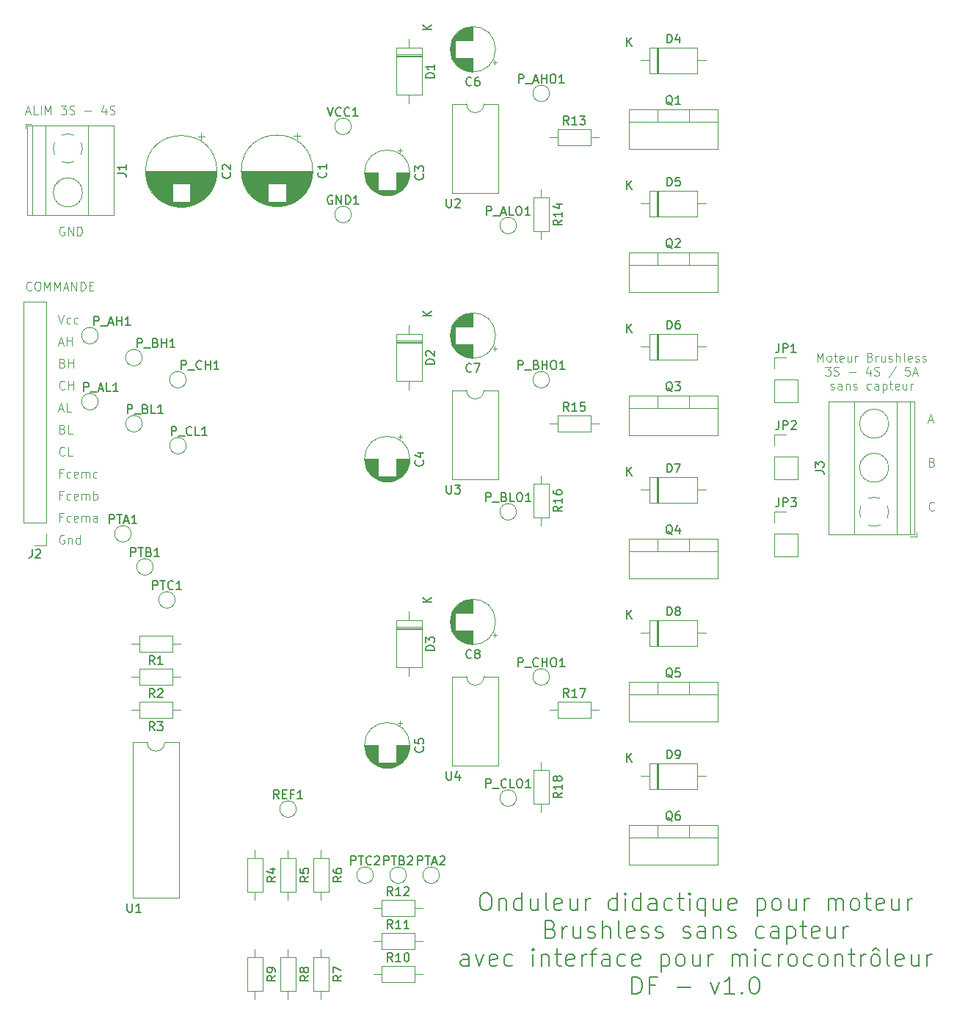
<source format=gbr>
%TF.GenerationSoftware,KiCad,Pcbnew,8.0.5*%
%TF.CreationDate,2024-10-10T19:29:30+02:00*%
%TF.ProjectId,ESC_MOTEUR_BRUSHLESS,4553435f-4d4f-4544-9555-525f42525553,rev?*%
%TF.SameCoordinates,Original*%
%TF.FileFunction,Legend,Top*%
%TF.FilePolarity,Positive*%
%FSLAX46Y46*%
G04 Gerber Fmt 4.6, Leading zero omitted, Abs format (unit mm)*
G04 Created by KiCad (PCBNEW 8.0.5) date 2024-10-10 19:29:30*
%MOMM*%
%LPD*%
G01*
G04 APERTURE LIST*
%ADD10C,0.200000*%
%ADD11C,0.100000*%
%ADD12C,0.150000*%
%ADD13C,0.120000*%
G04 APERTURE END LIST*
D10*
X98809045Y-132865174D02*
X99189998Y-132865174D01*
X99189998Y-132865174D02*
X99380474Y-132960412D01*
X99380474Y-132960412D02*
X99570950Y-133150888D01*
X99570950Y-133150888D02*
X99666188Y-133531840D01*
X99666188Y-133531840D02*
X99666188Y-134198507D01*
X99666188Y-134198507D02*
X99570950Y-134579459D01*
X99570950Y-134579459D02*
X99380474Y-134769936D01*
X99380474Y-134769936D02*
X99189998Y-134865174D01*
X99189998Y-134865174D02*
X98809045Y-134865174D01*
X98809045Y-134865174D02*
X98618569Y-134769936D01*
X98618569Y-134769936D02*
X98428093Y-134579459D01*
X98428093Y-134579459D02*
X98332855Y-134198507D01*
X98332855Y-134198507D02*
X98332855Y-133531840D01*
X98332855Y-133531840D02*
X98428093Y-133150888D01*
X98428093Y-133150888D02*
X98618569Y-132960412D01*
X98618569Y-132960412D02*
X98809045Y-132865174D01*
X100523331Y-133531840D02*
X100523331Y-134865174D01*
X100523331Y-133722316D02*
X100618569Y-133627078D01*
X100618569Y-133627078D02*
X100809045Y-133531840D01*
X100809045Y-133531840D02*
X101094760Y-133531840D01*
X101094760Y-133531840D02*
X101285236Y-133627078D01*
X101285236Y-133627078D02*
X101380474Y-133817555D01*
X101380474Y-133817555D02*
X101380474Y-134865174D01*
X103189998Y-134865174D02*
X103189998Y-132865174D01*
X103189998Y-134769936D02*
X102999522Y-134865174D01*
X102999522Y-134865174D02*
X102618569Y-134865174D01*
X102618569Y-134865174D02*
X102428093Y-134769936D01*
X102428093Y-134769936D02*
X102332855Y-134674697D01*
X102332855Y-134674697D02*
X102237617Y-134484221D01*
X102237617Y-134484221D02*
X102237617Y-133912793D01*
X102237617Y-133912793D02*
X102332855Y-133722316D01*
X102332855Y-133722316D02*
X102428093Y-133627078D01*
X102428093Y-133627078D02*
X102618569Y-133531840D01*
X102618569Y-133531840D02*
X102999522Y-133531840D01*
X102999522Y-133531840D02*
X103189998Y-133627078D01*
X104999522Y-133531840D02*
X104999522Y-134865174D01*
X104142379Y-133531840D02*
X104142379Y-134579459D01*
X104142379Y-134579459D02*
X104237617Y-134769936D01*
X104237617Y-134769936D02*
X104428093Y-134865174D01*
X104428093Y-134865174D02*
X104713808Y-134865174D01*
X104713808Y-134865174D02*
X104904284Y-134769936D01*
X104904284Y-134769936D02*
X104999522Y-134674697D01*
X106237617Y-134865174D02*
X106047141Y-134769936D01*
X106047141Y-134769936D02*
X105951903Y-134579459D01*
X105951903Y-134579459D02*
X105951903Y-132865174D01*
X107761427Y-134769936D02*
X107570951Y-134865174D01*
X107570951Y-134865174D02*
X107189998Y-134865174D01*
X107189998Y-134865174D02*
X106999522Y-134769936D01*
X106999522Y-134769936D02*
X106904284Y-134579459D01*
X106904284Y-134579459D02*
X106904284Y-133817555D01*
X106904284Y-133817555D02*
X106999522Y-133627078D01*
X106999522Y-133627078D02*
X107189998Y-133531840D01*
X107189998Y-133531840D02*
X107570951Y-133531840D01*
X107570951Y-133531840D02*
X107761427Y-133627078D01*
X107761427Y-133627078D02*
X107856665Y-133817555D01*
X107856665Y-133817555D02*
X107856665Y-134008031D01*
X107856665Y-134008031D02*
X106904284Y-134198507D01*
X109570951Y-133531840D02*
X109570951Y-134865174D01*
X108713808Y-133531840D02*
X108713808Y-134579459D01*
X108713808Y-134579459D02*
X108809046Y-134769936D01*
X108809046Y-134769936D02*
X108999522Y-134865174D01*
X108999522Y-134865174D02*
X109285237Y-134865174D01*
X109285237Y-134865174D02*
X109475713Y-134769936D01*
X109475713Y-134769936D02*
X109570951Y-134674697D01*
X110523332Y-134865174D02*
X110523332Y-133531840D01*
X110523332Y-133912793D02*
X110618570Y-133722316D01*
X110618570Y-133722316D02*
X110713808Y-133627078D01*
X110713808Y-133627078D02*
X110904284Y-133531840D01*
X110904284Y-133531840D02*
X111094761Y-133531840D01*
X114142380Y-134865174D02*
X114142380Y-132865174D01*
X114142380Y-134769936D02*
X113951904Y-134865174D01*
X113951904Y-134865174D02*
X113570951Y-134865174D01*
X113570951Y-134865174D02*
X113380475Y-134769936D01*
X113380475Y-134769936D02*
X113285237Y-134674697D01*
X113285237Y-134674697D02*
X113189999Y-134484221D01*
X113189999Y-134484221D02*
X113189999Y-133912793D01*
X113189999Y-133912793D02*
X113285237Y-133722316D01*
X113285237Y-133722316D02*
X113380475Y-133627078D01*
X113380475Y-133627078D02*
X113570951Y-133531840D01*
X113570951Y-133531840D02*
X113951904Y-133531840D01*
X113951904Y-133531840D02*
X114142380Y-133627078D01*
X115094761Y-134865174D02*
X115094761Y-133531840D01*
X115094761Y-132865174D02*
X114999523Y-132960412D01*
X114999523Y-132960412D02*
X115094761Y-133055650D01*
X115094761Y-133055650D02*
X115189999Y-132960412D01*
X115189999Y-132960412D02*
X115094761Y-132865174D01*
X115094761Y-132865174D02*
X115094761Y-133055650D01*
X116904285Y-134865174D02*
X116904285Y-132865174D01*
X116904285Y-134769936D02*
X116713809Y-134865174D01*
X116713809Y-134865174D02*
X116332856Y-134865174D01*
X116332856Y-134865174D02*
X116142380Y-134769936D01*
X116142380Y-134769936D02*
X116047142Y-134674697D01*
X116047142Y-134674697D02*
X115951904Y-134484221D01*
X115951904Y-134484221D02*
X115951904Y-133912793D01*
X115951904Y-133912793D02*
X116047142Y-133722316D01*
X116047142Y-133722316D02*
X116142380Y-133627078D01*
X116142380Y-133627078D02*
X116332856Y-133531840D01*
X116332856Y-133531840D02*
X116713809Y-133531840D01*
X116713809Y-133531840D02*
X116904285Y-133627078D01*
X118713809Y-134865174D02*
X118713809Y-133817555D01*
X118713809Y-133817555D02*
X118618571Y-133627078D01*
X118618571Y-133627078D02*
X118428095Y-133531840D01*
X118428095Y-133531840D02*
X118047142Y-133531840D01*
X118047142Y-133531840D02*
X117856666Y-133627078D01*
X118713809Y-134769936D02*
X118523333Y-134865174D01*
X118523333Y-134865174D02*
X118047142Y-134865174D01*
X118047142Y-134865174D02*
X117856666Y-134769936D01*
X117856666Y-134769936D02*
X117761428Y-134579459D01*
X117761428Y-134579459D02*
X117761428Y-134388983D01*
X117761428Y-134388983D02*
X117856666Y-134198507D01*
X117856666Y-134198507D02*
X118047142Y-134103269D01*
X118047142Y-134103269D02*
X118523333Y-134103269D01*
X118523333Y-134103269D02*
X118713809Y-134008031D01*
X120523333Y-134769936D02*
X120332857Y-134865174D01*
X120332857Y-134865174D02*
X119951904Y-134865174D01*
X119951904Y-134865174D02*
X119761428Y-134769936D01*
X119761428Y-134769936D02*
X119666190Y-134674697D01*
X119666190Y-134674697D02*
X119570952Y-134484221D01*
X119570952Y-134484221D02*
X119570952Y-133912793D01*
X119570952Y-133912793D02*
X119666190Y-133722316D01*
X119666190Y-133722316D02*
X119761428Y-133627078D01*
X119761428Y-133627078D02*
X119951904Y-133531840D01*
X119951904Y-133531840D02*
X120332857Y-133531840D01*
X120332857Y-133531840D02*
X120523333Y-133627078D01*
X121094762Y-133531840D02*
X121856666Y-133531840D01*
X121380476Y-132865174D02*
X121380476Y-134579459D01*
X121380476Y-134579459D02*
X121475714Y-134769936D01*
X121475714Y-134769936D02*
X121666190Y-134865174D01*
X121666190Y-134865174D02*
X121856666Y-134865174D01*
X122523333Y-134865174D02*
X122523333Y-133531840D01*
X122523333Y-132865174D02*
X122428095Y-132960412D01*
X122428095Y-132960412D02*
X122523333Y-133055650D01*
X122523333Y-133055650D02*
X122618571Y-132960412D01*
X122618571Y-132960412D02*
X122523333Y-132865174D01*
X122523333Y-132865174D02*
X122523333Y-133055650D01*
X124332857Y-133531840D02*
X124332857Y-135531840D01*
X124332857Y-134769936D02*
X124142381Y-134865174D01*
X124142381Y-134865174D02*
X123761428Y-134865174D01*
X123761428Y-134865174D02*
X123570952Y-134769936D01*
X123570952Y-134769936D02*
X123475714Y-134674697D01*
X123475714Y-134674697D02*
X123380476Y-134484221D01*
X123380476Y-134484221D02*
X123380476Y-133912793D01*
X123380476Y-133912793D02*
X123475714Y-133722316D01*
X123475714Y-133722316D02*
X123570952Y-133627078D01*
X123570952Y-133627078D02*
X123761428Y-133531840D01*
X123761428Y-133531840D02*
X124142381Y-133531840D01*
X124142381Y-133531840D02*
X124332857Y-133627078D01*
X126142381Y-133531840D02*
X126142381Y-134865174D01*
X125285238Y-133531840D02*
X125285238Y-134579459D01*
X125285238Y-134579459D02*
X125380476Y-134769936D01*
X125380476Y-134769936D02*
X125570952Y-134865174D01*
X125570952Y-134865174D02*
X125856667Y-134865174D01*
X125856667Y-134865174D02*
X126047143Y-134769936D01*
X126047143Y-134769936D02*
X126142381Y-134674697D01*
X127856667Y-134769936D02*
X127666191Y-134865174D01*
X127666191Y-134865174D02*
X127285238Y-134865174D01*
X127285238Y-134865174D02*
X127094762Y-134769936D01*
X127094762Y-134769936D02*
X126999524Y-134579459D01*
X126999524Y-134579459D02*
X126999524Y-133817555D01*
X126999524Y-133817555D02*
X127094762Y-133627078D01*
X127094762Y-133627078D02*
X127285238Y-133531840D01*
X127285238Y-133531840D02*
X127666191Y-133531840D01*
X127666191Y-133531840D02*
X127856667Y-133627078D01*
X127856667Y-133627078D02*
X127951905Y-133817555D01*
X127951905Y-133817555D02*
X127951905Y-134008031D01*
X127951905Y-134008031D02*
X126999524Y-134198507D01*
X130332858Y-133531840D02*
X130332858Y-135531840D01*
X130332858Y-133627078D02*
X130523334Y-133531840D01*
X130523334Y-133531840D02*
X130904287Y-133531840D01*
X130904287Y-133531840D02*
X131094763Y-133627078D01*
X131094763Y-133627078D02*
X131190001Y-133722316D01*
X131190001Y-133722316D02*
X131285239Y-133912793D01*
X131285239Y-133912793D02*
X131285239Y-134484221D01*
X131285239Y-134484221D02*
X131190001Y-134674697D01*
X131190001Y-134674697D02*
X131094763Y-134769936D01*
X131094763Y-134769936D02*
X130904287Y-134865174D01*
X130904287Y-134865174D02*
X130523334Y-134865174D01*
X130523334Y-134865174D02*
X130332858Y-134769936D01*
X132428096Y-134865174D02*
X132237620Y-134769936D01*
X132237620Y-134769936D02*
X132142382Y-134674697D01*
X132142382Y-134674697D02*
X132047144Y-134484221D01*
X132047144Y-134484221D02*
X132047144Y-133912793D01*
X132047144Y-133912793D02*
X132142382Y-133722316D01*
X132142382Y-133722316D02*
X132237620Y-133627078D01*
X132237620Y-133627078D02*
X132428096Y-133531840D01*
X132428096Y-133531840D02*
X132713811Y-133531840D01*
X132713811Y-133531840D02*
X132904287Y-133627078D01*
X132904287Y-133627078D02*
X132999525Y-133722316D01*
X132999525Y-133722316D02*
X133094763Y-133912793D01*
X133094763Y-133912793D02*
X133094763Y-134484221D01*
X133094763Y-134484221D02*
X132999525Y-134674697D01*
X132999525Y-134674697D02*
X132904287Y-134769936D01*
X132904287Y-134769936D02*
X132713811Y-134865174D01*
X132713811Y-134865174D02*
X132428096Y-134865174D01*
X134809049Y-133531840D02*
X134809049Y-134865174D01*
X133951906Y-133531840D02*
X133951906Y-134579459D01*
X133951906Y-134579459D02*
X134047144Y-134769936D01*
X134047144Y-134769936D02*
X134237620Y-134865174D01*
X134237620Y-134865174D02*
X134523335Y-134865174D01*
X134523335Y-134865174D02*
X134713811Y-134769936D01*
X134713811Y-134769936D02*
X134809049Y-134674697D01*
X135761430Y-134865174D02*
X135761430Y-133531840D01*
X135761430Y-133912793D02*
X135856668Y-133722316D01*
X135856668Y-133722316D02*
X135951906Y-133627078D01*
X135951906Y-133627078D02*
X136142382Y-133531840D01*
X136142382Y-133531840D02*
X136332859Y-133531840D01*
X138523335Y-134865174D02*
X138523335Y-133531840D01*
X138523335Y-133722316D02*
X138618573Y-133627078D01*
X138618573Y-133627078D02*
X138809049Y-133531840D01*
X138809049Y-133531840D02*
X139094764Y-133531840D01*
X139094764Y-133531840D02*
X139285240Y-133627078D01*
X139285240Y-133627078D02*
X139380478Y-133817555D01*
X139380478Y-133817555D02*
X139380478Y-134865174D01*
X139380478Y-133817555D02*
X139475716Y-133627078D01*
X139475716Y-133627078D02*
X139666192Y-133531840D01*
X139666192Y-133531840D02*
X139951906Y-133531840D01*
X139951906Y-133531840D02*
X140142383Y-133627078D01*
X140142383Y-133627078D02*
X140237621Y-133817555D01*
X140237621Y-133817555D02*
X140237621Y-134865174D01*
X141475716Y-134865174D02*
X141285240Y-134769936D01*
X141285240Y-134769936D02*
X141190002Y-134674697D01*
X141190002Y-134674697D02*
X141094764Y-134484221D01*
X141094764Y-134484221D02*
X141094764Y-133912793D01*
X141094764Y-133912793D02*
X141190002Y-133722316D01*
X141190002Y-133722316D02*
X141285240Y-133627078D01*
X141285240Y-133627078D02*
X141475716Y-133531840D01*
X141475716Y-133531840D02*
X141761431Y-133531840D01*
X141761431Y-133531840D02*
X141951907Y-133627078D01*
X141951907Y-133627078D02*
X142047145Y-133722316D01*
X142047145Y-133722316D02*
X142142383Y-133912793D01*
X142142383Y-133912793D02*
X142142383Y-134484221D01*
X142142383Y-134484221D02*
X142047145Y-134674697D01*
X142047145Y-134674697D02*
X141951907Y-134769936D01*
X141951907Y-134769936D02*
X141761431Y-134865174D01*
X141761431Y-134865174D02*
X141475716Y-134865174D01*
X142713812Y-133531840D02*
X143475716Y-133531840D01*
X142999526Y-132865174D02*
X142999526Y-134579459D01*
X142999526Y-134579459D02*
X143094764Y-134769936D01*
X143094764Y-134769936D02*
X143285240Y-134865174D01*
X143285240Y-134865174D02*
X143475716Y-134865174D01*
X144904288Y-134769936D02*
X144713812Y-134865174D01*
X144713812Y-134865174D02*
X144332859Y-134865174D01*
X144332859Y-134865174D02*
X144142383Y-134769936D01*
X144142383Y-134769936D02*
X144047145Y-134579459D01*
X144047145Y-134579459D02*
X144047145Y-133817555D01*
X144047145Y-133817555D02*
X144142383Y-133627078D01*
X144142383Y-133627078D02*
X144332859Y-133531840D01*
X144332859Y-133531840D02*
X144713812Y-133531840D01*
X144713812Y-133531840D02*
X144904288Y-133627078D01*
X144904288Y-133627078D02*
X144999526Y-133817555D01*
X144999526Y-133817555D02*
X144999526Y-134008031D01*
X144999526Y-134008031D02*
X144047145Y-134198507D01*
X146713812Y-133531840D02*
X146713812Y-134865174D01*
X145856669Y-133531840D02*
X145856669Y-134579459D01*
X145856669Y-134579459D02*
X145951907Y-134769936D01*
X145951907Y-134769936D02*
X146142383Y-134865174D01*
X146142383Y-134865174D02*
X146428098Y-134865174D01*
X146428098Y-134865174D02*
X146618574Y-134769936D01*
X146618574Y-134769936D02*
X146713812Y-134674697D01*
X147666193Y-134865174D02*
X147666193Y-133531840D01*
X147666193Y-133912793D02*
X147761431Y-133722316D01*
X147761431Y-133722316D02*
X147856669Y-133627078D01*
X147856669Y-133627078D02*
X148047145Y-133531840D01*
X148047145Y-133531840D02*
X148237622Y-133531840D01*
X106523331Y-137037443D02*
X106809045Y-137132681D01*
X106809045Y-137132681D02*
X106904283Y-137227919D01*
X106904283Y-137227919D02*
X106999521Y-137418395D01*
X106999521Y-137418395D02*
X106999521Y-137704109D01*
X106999521Y-137704109D02*
X106904283Y-137894585D01*
X106904283Y-137894585D02*
X106809045Y-137989824D01*
X106809045Y-137989824D02*
X106618569Y-138085062D01*
X106618569Y-138085062D02*
X105856664Y-138085062D01*
X105856664Y-138085062D02*
X105856664Y-136085062D01*
X105856664Y-136085062D02*
X106523331Y-136085062D01*
X106523331Y-136085062D02*
X106713807Y-136180300D01*
X106713807Y-136180300D02*
X106809045Y-136275538D01*
X106809045Y-136275538D02*
X106904283Y-136466014D01*
X106904283Y-136466014D02*
X106904283Y-136656490D01*
X106904283Y-136656490D02*
X106809045Y-136846966D01*
X106809045Y-136846966D02*
X106713807Y-136942204D01*
X106713807Y-136942204D02*
X106523331Y-137037443D01*
X106523331Y-137037443D02*
X105856664Y-137037443D01*
X107856664Y-138085062D02*
X107856664Y-136751728D01*
X107856664Y-137132681D02*
X107951902Y-136942204D01*
X107951902Y-136942204D02*
X108047140Y-136846966D01*
X108047140Y-136846966D02*
X108237616Y-136751728D01*
X108237616Y-136751728D02*
X108428093Y-136751728D01*
X109951902Y-136751728D02*
X109951902Y-138085062D01*
X109094759Y-136751728D02*
X109094759Y-137799347D01*
X109094759Y-137799347D02*
X109189997Y-137989824D01*
X109189997Y-137989824D02*
X109380473Y-138085062D01*
X109380473Y-138085062D02*
X109666188Y-138085062D01*
X109666188Y-138085062D02*
X109856664Y-137989824D01*
X109856664Y-137989824D02*
X109951902Y-137894585D01*
X110809045Y-137989824D02*
X110999521Y-138085062D01*
X110999521Y-138085062D02*
X111380473Y-138085062D01*
X111380473Y-138085062D02*
X111570950Y-137989824D01*
X111570950Y-137989824D02*
X111666188Y-137799347D01*
X111666188Y-137799347D02*
X111666188Y-137704109D01*
X111666188Y-137704109D02*
X111570950Y-137513633D01*
X111570950Y-137513633D02*
X111380473Y-137418395D01*
X111380473Y-137418395D02*
X111094759Y-137418395D01*
X111094759Y-137418395D02*
X110904283Y-137323157D01*
X110904283Y-137323157D02*
X110809045Y-137132681D01*
X110809045Y-137132681D02*
X110809045Y-137037443D01*
X110809045Y-137037443D02*
X110904283Y-136846966D01*
X110904283Y-136846966D02*
X111094759Y-136751728D01*
X111094759Y-136751728D02*
X111380473Y-136751728D01*
X111380473Y-136751728D02*
X111570950Y-136846966D01*
X112523331Y-138085062D02*
X112523331Y-136085062D01*
X113380474Y-138085062D02*
X113380474Y-137037443D01*
X113380474Y-137037443D02*
X113285236Y-136846966D01*
X113285236Y-136846966D02*
X113094760Y-136751728D01*
X113094760Y-136751728D02*
X112809045Y-136751728D01*
X112809045Y-136751728D02*
X112618569Y-136846966D01*
X112618569Y-136846966D02*
X112523331Y-136942204D01*
X114618569Y-138085062D02*
X114428093Y-137989824D01*
X114428093Y-137989824D02*
X114332855Y-137799347D01*
X114332855Y-137799347D02*
X114332855Y-136085062D01*
X116142379Y-137989824D02*
X115951903Y-138085062D01*
X115951903Y-138085062D02*
X115570950Y-138085062D01*
X115570950Y-138085062D02*
X115380474Y-137989824D01*
X115380474Y-137989824D02*
X115285236Y-137799347D01*
X115285236Y-137799347D02*
X115285236Y-137037443D01*
X115285236Y-137037443D02*
X115380474Y-136846966D01*
X115380474Y-136846966D02*
X115570950Y-136751728D01*
X115570950Y-136751728D02*
X115951903Y-136751728D01*
X115951903Y-136751728D02*
X116142379Y-136846966D01*
X116142379Y-136846966D02*
X116237617Y-137037443D01*
X116237617Y-137037443D02*
X116237617Y-137227919D01*
X116237617Y-137227919D02*
X115285236Y-137418395D01*
X116999522Y-137989824D02*
X117189998Y-138085062D01*
X117189998Y-138085062D02*
X117570950Y-138085062D01*
X117570950Y-138085062D02*
X117761427Y-137989824D01*
X117761427Y-137989824D02*
X117856665Y-137799347D01*
X117856665Y-137799347D02*
X117856665Y-137704109D01*
X117856665Y-137704109D02*
X117761427Y-137513633D01*
X117761427Y-137513633D02*
X117570950Y-137418395D01*
X117570950Y-137418395D02*
X117285236Y-137418395D01*
X117285236Y-137418395D02*
X117094760Y-137323157D01*
X117094760Y-137323157D02*
X116999522Y-137132681D01*
X116999522Y-137132681D02*
X116999522Y-137037443D01*
X116999522Y-137037443D02*
X117094760Y-136846966D01*
X117094760Y-136846966D02*
X117285236Y-136751728D01*
X117285236Y-136751728D02*
X117570950Y-136751728D01*
X117570950Y-136751728D02*
X117761427Y-136846966D01*
X118618570Y-137989824D02*
X118809046Y-138085062D01*
X118809046Y-138085062D02*
X119189998Y-138085062D01*
X119189998Y-138085062D02*
X119380475Y-137989824D01*
X119380475Y-137989824D02*
X119475713Y-137799347D01*
X119475713Y-137799347D02*
X119475713Y-137704109D01*
X119475713Y-137704109D02*
X119380475Y-137513633D01*
X119380475Y-137513633D02*
X119189998Y-137418395D01*
X119189998Y-137418395D02*
X118904284Y-137418395D01*
X118904284Y-137418395D02*
X118713808Y-137323157D01*
X118713808Y-137323157D02*
X118618570Y-137132681D01*
X118618570Y-137132681D02*
X118618570Y-137037443D01*
X118618570Y-137037443D02*
X118713808Y-136846966D01*
X118713808Y-136846966D02*
X118904284Y-136751728D01*
X118904284Y-136751728D02*
X119189998Y-136751728D01*
X119189998Y-136751728D02*
X119380475Y-136846966D01*
X121761428Y-137989824D02*
X121951904Y-138085062D01*
X121951904Y-138085062D02*
X122332856Y-138085062D01*
X122332856Y-138085062D02*
X122523333Y-137989824D01*
X122523333Y-137989824D02*
X122618571Y-137799347D01*
X122618571Y-137799347D02*
X122618571Y-137704109D01*
X122618571Y-137704109D02*
X122523333Y-137513633D01*
X122523333Y-137513633D02*
X122332856Y-137418395D01*
X122332856Y-137418395D02*
X122047142Y-137418395D01*
X122047142Y-137418395D02*
X121856666Y-137323157D01*
X121856666Y-137323157D02*
X121761428Y-137132681D01*
X121761428Y-137132681D02*
X121761428Y-137037443D01*
X121761428Y-137037443D02*
X121856666Y-136846966D01*
X121856666Y-136846966D02*
X122047142Y-136751728D01*
X122047142Y-136751728D02*
X122332856Y-136751728D01*
X122332856Y-136751728D02*
X122523333Y-136846966D01*
X124332857Y-138085062D02*
X124332857Y-137037443D01*
X124332857Y-137037443D02*
X124237619Y-136846966D01*
X124237619Y-136846966D02*
X124047143Y-136751728D01*
X124047143Y-136751728D02*
X123666190Y-136751728D01*
X123666190Y-136751728D02*
X123475714Y-136846966D01*
X124332857Y-137989824D02*
X124142381Y-138085062D01*
X124142381Y-138085062D02*
X123666190Y-138085062D01*
X123666190Y-138085062D02*
X123475714Y-137989824D01*
X123475714Y-137989824D02*
X123380476Y-137799347D01*
X123380476Y-137799347D02*
X123380476Y-137608871D01*
X123380476Y-137608871D02*
X123475714Y-137418395D01*
X123475714Y-137418395D02*
X123666190Y-137323157D01*
X123666190Y-137323157D02*
X124142381Y-137323157D01*
X124142381Y-137323157D02*
X124332857Y-137227919D01*
X125285238Y-136751728D02*
X125285238Y-138085062D01*
X125285238Y-136942204D02*
X125380476Y-136846966D01*
X125380476Y-136846966D02*
X125570952Y-136751728D01*
X125570952Y-136751728D02*
X125856667Y-136751728D01*
X125856667Y-136751728D02*
X126047143Y-136846966D01*
X126047143Y-136846966D02*
X126142381Y-137037443D01*
X126142381Y-137037443D02*
X126142381Y-138085062D01*
X126999524Y-137989824D02*
X127190000Y-138085062D01*
X127190000Y-138085062D02*
X127570952Y-138085062D01*
X127570952Y-138085062D02*
X127761429Y-137989824D01*
X127761429Y-137989824D02*
X127856667Y-137799347D01*
X127856667Y-137799347D02*
X127856667Y-137704109D01*
X127856667Y-137704109D02*
X127761429Y-137513633D01*
X127761429Y-137513633D02*
X127570952Y-137418395D01*
X127570952Y-137418395D02*
X127285238Y-137418395D01*
X127285238Y-137418395D02*
X127094762Y-137323157D01*
X127094762Y-137323157D02*
X126999524Y-137132681D01*
X126999524Y-137132681D02*
X126999524Y-137037443D01*
X126999524Y-137037443D02*
X127094762Y-136846966D01*
X127094762Y-136846966D02*
X127285238Y-136751728D01*
X127285238Y-136751728D02*
X127570952Y-136751728D01*
X127570952Y-136751728D02*
X127761429Y-136846966D01*
X131094763Y-137989824D02*
X130904287Y-138085062D01*
X130904287Y-138085062D02*
X130523334Y-138085062D01*
X130523334Y-138085062D02*
X130332858Y-137989824D01*
X130332858Y-137989824D02*
X130237620Y-137894585D01*
X130237620Y-137894585D02*
X130142382Y-137704109D01*
X130142382Y-137704109D02*
X130142382Y-137132681D01*
X130142382Y-137132681D02*
X130237620Y-136942204D01*
X130237620Y-136942204D02*
X130332858Y-136846966D01*
X130332858Y-136846966D02*
X130523334Y-136751728D01*
X130523334Y-136751728D02*
X130904287Y-136751728D01*
X130904287Y-136751728D02*
X131094763Y-136846966D01*
X132809049Y-138085062D02*
X132809049Y-137037443D01*
X132809049Y-137037443D02*
X132713811Y-136846966D01*
X132713811Y-136846966D02*
X132523335Y-136751728D01*
X132523335Y-136751728D02*
X132142382Y-136751728D01*
X132142382Y-136751728D02*
X131951906Y-136846966D01*
X132809049Y-137989824D02*
X132618573Y-138085062D01*
X132618573Y-138085062D02*
X132142382Y-138085062D01*
X132142382Y-138085062D02*
X131951906Y-137989824D01*
X131951906Y-137989824D02*
X131856668Y-137799347D01*
X131856668Y-137799347D02*
X131856668Y-137608871D01*
X131856668Y-137608871D02*
X131951906Y-137418395D01*
X131951906Y-137418395D02*
X132142382Y-137323157D01*
X132142382Y-137323157D02*
X132618573Y-137323157D01*
X132618573Y-137323157D02*
X132809049Y-137227919D01*
X133761430Y-136751728D02*
X133761430Y-138751728D01*
X133761430Y-136846966D02*
X133951906Y-136751728D01*
X133951906Y-136751728D02*
X134332859Y-136751728D01*
X134332859Y-136751728D02*
X134523335Y-136846966D01*
X134523335Y-136846966D02*
X134618573Y-136942204D01*
X134618573Y-136942204D02*
X134713811Y-137132681D01*
X134713811Y-137132681D02*
X134713811Y-137704109D01*
X134713811Y-137704109D02*
X134618573Y-137894585D01*
X134618573Y-137894585D02*
X134523335Y-137989824D01*
X134523335Y-137989824D02*
X134332859Y-138085062D01*
X134332859Y-138085062D02*
X133951906Y-138085062D01*
X133951906Y-138085062D02*
X133761430Y-137989824D01*
X135285240Y-136751728D02*
X136047144Y-136751728D01*
X135570954Y-136085062D02*
X135570954Y-137799347D01*
X135570954Y-137799347D02*
X135666192Y-137989824D01*
X135666192Y-137989824D02*
X135856668Y-138085062D01*
X135856668Y-138085062D02*
X136047144Y-138085062D01*
X137475716Y-137989824D02*
X137285240Y-138085062D01*
X137285240Y-138085062D02*
X136904287Y-138085062D01*
X136904287Y-138085062D02*
X136713811Y-137989824D01*
X136713811Y-137989824D02*
X136618573Y-137799347D01*
X136618573Y-137799347D02*
X136618573Y-137037443D01*
X136618573Y-137037443D02*
X136713811Y-136846966D01*
X136713811Y-136846966D02*
X136904287Y-136751728D01*
X136904287Y-136751728D02*
X137285240Y-136751728D01*
X137285240Y-136751728D02*
X137475716Y-136846966D01*
X137475716Y-136846966D02*
X137570954Y-137037443D01*
X137570954Y-137037443D02*
X137570954Y-137227919D01*
X137570954Y-137227919D02*
X136618573Y-137418395D01*
X139285240Y-136751728D02*
X139285240Y-138085062D01*
X138428097Y-136751728D02*
X138428097Y-137799347D01*
X138428097Y-137799347D02*
X138523335Y-137989824D01*
X138523335Y-137989824D02*
X138713811Y-138085062D01*
X138713811Y-138085062D02*
X138999526Y-138085062D01*
X138999526Y-138085062D02*
X139190002Y-137989824D01*
X139190002Y-137989824D02*
X139285240Y-137894585D01*
X140237621Y-138085062D02*
X140237621Y-136751728D01*
X140237621Y-137132681D02*
X140332859Y-136942204D01*
X140332859Y-136942204D02*
X140428097Y-136846966D01*
X140428097Y-136846966D02*
X140618573Y-136751728D01*
X140618573Y-136751728D02*
X140809050Y-136751728D01*
X97047140Y-141304950D02*
X97047140Y-140257331D01*
X97047140Y-140257331D02*
X96951902Y-140066854D01*
X96951902Y-140066854D02*
X96761426Y-139971616D01*
X96761426Y-139971616D02*
X96380473Y-139971616D01*
X96380473Y-139971616D02*
X96189997Y-140066854D01*
X97047140Y-141209712D02*
X96856664Y-141304950D01*
X96856664Y-141304950D02*
X96380473Y-141304950D01*
X96380473Y-141304950D02*
X96189997Y-141209712D01*
X96189997Y-141209712D02*
X96094759Y-141019235D01*
X96094759Y-141019235D02*
X96094759Y-140828759D01*
X96094759Y-140828759D02*
X96189997Y-140638283D01*
X96189997Y-140638283D02*
X96380473Y-140543045D01*
X96380473Y-140543045D02*
X96856664Y-140543045D01*
X96856664Y-140543045D02*
X97047140Y-140447807D01*
X97809045Y-139971616D02*
X98285235Y-141304950D01*
X98285235Y-141304950D02*
X98761426Y-139971616D01*
X100285236Y-141209712D02*
X100094760Y-141304950D01*
X100094760Y-141304950D02*
X99713807Y-141304950D01*
X99713807Y-141304950D02*
X99523331Y-141209712D01*
X99523331Y-141209712D02*
X99428093Y-141019235D01*
X99428093Y-141019235D02*
X99428093Y-140257331D01*
X99428093Y-140257331D02*
X99523331Y-140066854D01*
X99523331Y-140066854D02*
X99713807Y-139971616D01*
X99713807Y-139971616D02*
X100094760Y-139971616D01*
X100094760Y-139971616D02*
X100285236Y-140066854D01*
X100285236Y-140066854D02*
X100380474Y-140257331D01*
X100380474Y-140257331D02*
X100380474Y-140447807D01*
X100380474Y-140447807D02*
X99428093Y-140638283D01*
X102094760Y-141209712D02*
X101904284Y-141304950D01*
X101904284Y-141304950D02*
X101523331Y-141304950D01*
X101523331Y-141304950D02*
X101332855Y-141209712D01*
X101332855Y-141209712D02*
X101237617Y-141114473D01*
X101237617Y-141114473D02*
X101142379Y-140923997D01*
X101142379Y-140923997D02*
X101142379Y-140352569D01*
X101142379Y-140352569D02*
X101237617Y-140162092D01*
X101237617Y-140162092D02*
X101332855Y-140066854D01*
X101332855Y-140066854D02*
X101523331Y-139971616D01*
X101523331Y-139971616D02*
X101904284Y-139971616D01*
X101904284Y-139971616D02*
X102094760Y-140066854D01*
X104475713Y-141304950D02*
X104475713Y-139971616D01*
X104475713Y-139304950D02*
X104380475Y-139400188D01*
X104380475Y-139400188D02*
X104475713Y-139495426D01*
X104475713Y-139495426D02*
X104570951Y-139400188D01*
X104570951Y-139400188D02*
X104475713Y-139304950D01*
X104475713Y-139304950D02*
X104475713Y-139495426D01*
X105428094Y-139971616D02*
X105428094Y-141304950D01*
X105428094Y-140162092D02*
X105523332Y-140066854D01*
X105523332Y-140066854D02*
X105713808Y-139971616D01*
X105713808Y-139971616D02*
X105999523Y-139971616D01*
X105999523Y-139971616D02*
X106189999Y-140066854D01*
X106189999Y-140066854D02*
X106285237Y-140257331D01*
X106285237Y-140257331D02*
X106285237Y-141304950D01*
X106951904Y-139971616D02*
X107713808Y-139971616D01*
X107237618Y-139304950D02*
X107237618Y-141019235D01*
X107237618Y-141019235D02*
X107332856Y-141209712D01*
X107332856Y-141209712D02*
X107523332Y-141304950D01*
X107523332Y-141304950D02*
X107713808Y-141304950D01*
X109142380Y-141209712D02*
X108951904Y-141304950D01*
X108951904Y-141304950D02*
X108570951Y-141304950D01*
X108570951Y-141304950D02*
X108380475Y-141209712D01*
X108380475Y-141209712D02*
X108285237Y-141019235D01*
X108285237Y-141019235D02*
X108285237Y-140257331D01*
X108285237Y-140257331D02*
X108380475Y-140066854D01*
X108380475Y-140066854D02*
X108570951Y-139971616D01*
X108570951Y-139971616D02*
X108951904Y-139971616D01*
X108951904Y-139971616D02*
X109142380Y-140066854D01*
X109142380Y-140066854D02*
X109237618Y-140257331D01*
X109237618Y-140257331D02*
X109237618Y-140447807D01*
X109237618Y-140447807D02*
X108285237Y-140638283D01*
X110094761Y-141304950D02*
X110094761Y-139971616D01*
X110094761Y-140352569D02*
X110189999Y-140162092D01*
X110189999Y-140162092D02*
X110285237Y-140066854D01*
X110285237Y-140066854D02*
X110475713Y-139971616D01*
X110475713Y-139971616D02*
X110666190Y-139971616D01*
X111047142Y-139971616D02*
X111809046Y-139971616D01*
X111332856Y-141304950D02*
X111332856Y-139590664D01*
X111332856Y-139590664D02*
X111428094Y-139400188D01*
X111428094Y-139400188D02*
X111618570Y-139304950D01*
X111618570Y-139304950D02*
X111809046Y-139304950D01*
X113332856Y-141304950D02*
X113332856Y-140257331D01*
X113332856Y-140257331D02*
X113237618Y-140066854D01*
X113237618Y-140066854D02*
X113047142Y-139971616D01*
X113047142Y-139971616D02*
X112666189Y-139971616D01*
X112666189Y-139971616D02*
X112475713Y-140066854D01*
X113332856Y-141209712D02*
X113142380Y-141304950D01*
X113142380Y-141304950D02*
X112666189Y-141304950D01*
X112666189Y-141304950D02*
X112475713Y-141209712D01*
X112475713Y-141209712D02*
X112380475Y-141019235D01*
X112380475Y-141019235D02*
X112380475Y-140828759D01*
X112380475Y-140828759D02*
X112475713Y-140638283D01*
X112475713Y-140638283D02*
X112666189Y-140543045D01*
X112666189Y-140543045D02*
X113142380Y-140543045D01*
X113142380Y-140543045D02*
X113332856Y-140447807D01*
X115142380Y-141209712D02*
X114951904Y-141304950D01*
X114951904Y-141304950D02*
X114570951Y-141304950D01*
X114570951Y-141304950D02*
X114380475Y-141209712D01*
X114380475Y-141209712D02*
X114285237Y-141114473D01*
X114285237Y-141114473D02*
X114189999Y-140923997D01*
X114189999Y-140923997D02*
X114189999Y-140352569D01*
X114189999Y-140352569D02*
X114285237Y-140162092D01*
X114285237Y-140162092D02*
X114380475Y-140066854D01*
X114380475Y-140066854D02*
X114570951Y-139971616D01*
X114570951Y-139971616D02*
X114951904Y-139971616D01*
X114951904Y-139971616D02*
X115142380Y-140066854D01*
X116761428Y-141209712D02*
X116570952Y-141304950D01*
X116570952Y-141304950D02*
X116189999Y-141304950D01*
X116189999Y-141304950D02*
X115999523Y-141209712D01*
X115999523Y-141209712D02*
X115904285Y-141019235D01*
X115904285Y-141019235D02*
X115904285Y-140257331D01*
X115904285Y-140257331D02*
X115999523Y-140066854D01*
X115999523Y-140066854D02*
X116189999Y-139971616D01*
X116189999Y-139971616D02*
X116570952Y-139971616D01*
X116570952Y-139971616D02*
X116761428Y-140066854D01*
X116761428Y-140066854D02*
X116856666Y-140257331D01*
X116856666Y-140257331D02*
X116856666Y-140447807D01*
X116856666Y-140447807D02*
X115904285Y-140638283D01*
X119237619Y-139971616D02*
X119237619Y-141971616D01*
X119237619Y-140066854D02*
X119428095Y-139971616D01*
X119428095Y-139971616D02*
X119809048Y-139971616D01*
X119809048Y-139971616D02*
X119999524Y-140066854D01*
X119999524Y-140066854D02*
X120094762Y-140162092D01*
X120094762Y-140162092D02*
X120190000Y-140352569D01*
X120190000Y-140352569D02*
X120190000Y-140923997D01*
X120190000Y-140923997D02*
X120094762Y-141114473D01*
X120094762Y-141114473D02*
X119999524Y-141209712D01*
X119999524Y-141209712D02*
X119809048Y-141304950D01*
X119809048Y-141304950D02*
X119428095Y-141304950D01*
X119428095Y-141304950D02*
X119237619Y-141209712D01*
X121332857Y-141304950D02*
X121142381Y-141209712D01*
X121142381Y-141209712D02*
X121047143Y-141114473D01*
X121047143Y-141114473D02*
X120951905Y-140923997D01*
X120951905Y-140923997D02*
X120951905Y-140352569D01*
X120951905Y-140352569D02*
X121047143Y-140162092D01*
X121047143Y-140162092D02*
X121142381Y-140066854D01*
X121142381Y-140066854D02*
X121332857Y-139971616D01*
X121332857Y-139971616D02*
X121618572Y-139971616D01*
X121618572Y-139971616D02*
X121809048Y-140066854D01*
X121809048Y-140066854D02*
X121904286Y-140162092D01*
X121904286Y-140162092D02*
X121999524Y-140352569D01*
X121999524Y-140352569D02*
X121999524Y-140923997D01*
X121999524Y-140923997D02*
X121904286Y-141114473D01*
X121904286Y-141114473D02*
X121809048Y-141209712D01*
X121809048Y-141209712D02*
X121618572Y-141304950D01*
X121618572Y-141304950D02*
X121332857Y-141304950D01*
X123713810Y-139971616D02*
X123713810Y-141304950D01*
X122856667Y-139971616D02*
X122856667Y-141019235D01*
X122856667Y-141019235D02*
X122951905Y-141209712D01*
X122951905Y-141209712D02*
X123142381Y-141304950D01*
X123142381Y-141304950D02*
X123428096Y-141304950D01*
X123428096Y-141304950D02*
X123618572Y-141209712D01*
X123618572Y-141209712D02*
X123713810Y-141114473D01*
X124666191Y-141304950D02*
X124666191Y-139971616D01*
X124666191Y-140352569D02*
X124761429Y-140162092D01*
X124761429Y-140162092D02*
X124856667Y-140066854D01*
X124856667Y-140066854D02*
X125047143Y-139971616D01*
X125047143Y-139971616D02*
X125237620Y-139971616D01*
X127428096Y-141304950D02*
X127428096Y-139971616D01*
X127428096Y-140162092D02*
X127523334Y-140066854D01*
X127523334Y-140066854D02*
X127713810Y-139971616D01*
X127713810Y-139971616D02*
X127999525Y-139971616D01*
X127999525Y-139971616D02*
X128190001Y-140066854D01*
X128190001Y-140066854D02*
X128285239Y-140257331D01*
X128285239Y-140257331D02*
X128285239Y-141304950D01*
X128285239Y-140257331D02*
X128380477Y-140066854D01*
X128380477Y-140066854D02*
X128570953Y-139971616D01*
X128570953Y-139971616D02*
X128856667Y-139971616D01*
X128856667Y-139971616D02*
X129047144Y-140066854D01*
X129047144Y-140066854D02*
X129142382Y-140257331D01*
X129142382Y-140257331D02*
X129142382Y-141304950D01*
X130094763Y-141304950D02*
X130094763Y-139971616D01*
X130094763Y-139304950D02*
X129999525Y-139400188D01*
X129999525Y-139400188D02*
X130094763Y-139495426D01*
X130094763Y-139495426D02*
X130190001Y-139400188D01*
X130190001Y-139400188D02*
X130094763Y-139304950D01*
X130094763Y-139304950D02*
X130094763Y-139495426D01*
X131904287Y-141209712D02*
X131713811Y-141304950D01*
X131713811Y-141304950D02*
X131332858Y-141304950D01*
X131332858Y-141304950D02*
X131142382Y-141209712D01*
X131142382Y-141209712D02*
X131047144Y-141114473D01*
X131047144Y-141114473D02*
X130951906Y-140923997D01*
X130951906Y-140923997D02*
X130951906Y-140352569D01*
X130951906Y-140352569D02*
X131047144Y-140162092D01*
X131047144Y-140162092D02*
X131142382Y-140066854D01*
X131142382Y-140066854D02*
X131332858Y-139971616D01*
X131332858Y-139971616D02*
X131713811Y-139971616D01*
X131713811Y-139971616D02*
X131904287Y-140066854D01*
X132761430Y-141304950D02*
X132761430Y-139971616D01*
X132761430Y-140352569D02*
X132856668Y-140162092D01*
X132856668Y-140162092D02*
X132951906Y-140066854D01*
X132951906Y-140066854D02*
X133142382Y-139971616D01*
X133142382Y-139971616D02*
X133332859Y-139971616D01*
X134285239Y-141304950D02*
X134094763Y-141209712D01*
X134094763Y-141209712D02*
X133999525Y-141114473D01*
X133999525Y-141114473D02*
X133904287Y-140923997D01*
X133904287Y-140923997D02*
X133904287Y-140352569D01*
X133904287Y-140352569D02*
X133999525Y-140162092D01*
X133999525Y-140162092D02*
X134094763Y-140066854D01*
X134094763Y-140066854D02*
X134285239Y-139971616D01*
X134285239Y-139971616D02*
X134570954Y-139971616D01*
X134570954Y-139971616D02*
X134761430Y-140066854D01*
X134761430Y-140066854D02*
X134856668Y-140162092D01*
X134856668Y-140162092D02*
X134951906Y-140352569D01*
X134951906Y-140352569D02*
X134951906Y-140923997D01*
X134951906Y-140923997D02*
X134856668Y-141114473D01*
X134856668Y-141114473D02*
X134761430Y-141209712D01*
X134761430Y-141209712D02*
X134570954Y-141304950D01*
X134570954Y-141304950D02*
X134285239Y-141304950D01*
X136666192Y-141209712D02*
X136475716Y-141304950D01*
X136475716Y-141304950D02*
X136094763Y-141304950D01*
X136094763Y-141304950D02*
X135904287Y-141209712D01*
X135904287Y-141209712D02*
X135809049Y-141114473D01*
X135809049Y-141114473D02*
X135713811Y-140923997D01*
X135713811Y-140923997D02*
X135713811Y-140352569D01*
X135713811Y-140352569D02*
X135809049Y-140162092D01*
X135809049Y-140162092D02*
X135904287Y-140066854D01*
X135904287Y-140066854D02*
X136094763Y-139971616D01*
X136094763Y-139971616D02*
X136475716Y-139971616D01*
X136475716Y-139971616D02*
X136666192Y-140066854D01*
X137809049Y-141304950D02*
X137618573Y-141209712D01*
X137618573Y-141209712D02*
X137523335Y-141114473D01*
X137523335Y-141114473D02*
X137428097Y-140923997D01*
X137428097Y-140923997D02*
X137428097Y-140352569D01*
X137428097Y-140352569D02*
X137523335Y-140162092D01*
X137523335Y-140162092D02*
X137618573Y-140066854D01*
X137618573Y-140066854D02*
X137809049Y-139971616D01*
X137809049Y-139971616D02*
X138094764Y-139971616D01*
X138094764Y-139971616D02*
X138285240Y-140066854D01*
X138285240Y-140066854D02*
X138380478Y-140162092D01*
X138380478Y-140162092D02*
X138475716Y-140352569D01*
X138475716Y-140352569D02*
X138475716Y-140923997D01*
X138475716Y-140923997D02*
X138380478Y-141114473D01*
X138380478Y-141114473D02*
X138285240Y-141209712D01*
X138285240Y-141209712D02*
X138094764Y-141304950D01*
X138094764Y-141304950D02*
X137809049Y-141304950D01*
X139332859Y-139971616D02*
X139332859Y-141304950D01*
X139332859Y-140162092D02*
X139428097Y-140066854D01*
X139428097Y-140066854D02*
X139618573Y-139971616D01*
X139618573Y-139971616D02*
X139904288Y-139971616D01*
X139904288Y-139971616D02*
X140094764Y-140066854D01*
X140094764Y-140066854D02*
X140190002Y-140257331D01*
X140190002Y-140257331D02*
X140190002Y-141304950D01*
X140856669Y-139971616D02*
X141618573Y-139971616D01*
X141142383Y-139304950D02*
X141142383Y-141019235D01*
X141142383Y-141019235D02*
X141237621Y-141209712D01*
X141237621Y-141209712D02*
X141428097Y-141304950D01*
X141428097Y-141304950D02*
X141618573Y-141304950D01*
X142285240Y-141304950D02*
X142285240Y-139971616D01*
X142285240Y-140352569D02*
X142380478Y-140162092D01*
X142380478Y-140162092D02*
X142475716Y-140066854D01*
X142475716Y-140066854D02*
X142666192Y-139971616D01*
X142666192Y-139971616D02*
X142856669Y-139971616D01*
X143809049Y-141304950D02*
X143618573Y-141209712D01*
X143618573Y-141209712D02*
X143523335Y-141114473D01*
X143523335Y-141114473D02*
X143428097Y-140923997D01*
X143428097Y-140923997D02*
X143428097Y-140352569D01*
X143428097Y-140352569D02*
X143523335Y-140162092D01*
X143523335Y-140162092D02*
X143618573Y-140066854D01*
X143618573Y-140066854D02*
X143809049Y-139971616D01*
X143809049Y-139971616D02*
X144094764Y-139971616D01*
X144094764Y-139971616D02*
X144285240Y-140066854D01*
X144285240Y-140066854D02*
X144380478Y-140162092D01*
X144380478Y-140162092D02*
X144475716Y-140352569D01*
X144475716Y-140352569D02*
X144475716Y-140923997D01*
X144475716Y-140923997D02*
X144380478Y-141114473D01*
X144380478Y-141114473D02*
X144285240Y-141209712D01*
X144285240Y-141209712D02*
X144094764Y-141304950D01*
X144094764Y-141304950D02*
X143809049Y-141304950D01*
X143618573Y-139495426D02*
X143999525Y-139209712D01*
X143999525Y-139209712D02*
X144380478Y-139495426D01*
X145618573Y-141304950D02*
X145428097Y-141209712D01*
X145428097Y-141209712D02*
X145332859Y-141019235D01*
X145332859Y-141019235D02*
X145332859Y-139304950D01*
X147142383Y-141209712D02*
X146951907Y-141304950D01*
X146951907Y-141304950D02*
X146570954Y-141304950D01*
X146570954Y-141304950D02*
X146380478Y-141209712D01*
X146380478Y-141209712D02*
X146285240Y-141019235D01*
X146285240Y-141019235D02*
X146285240Y-140257331D01*
X146285240Y-140257331D02*
X146380478Y-140066854D01*
X146380478Y-140066854D02*
X146570954Y-139971616D01*
X146570954Y-139971616D02*
X146951907Y-139971616D01*
X146951907Y-139971616D02*
X147142383Y-140066854D01*
X147142383Y-140066854D02*
X147237621Y-140257331D01*
X147237621Y-140257331D02*
X147237621Y-140447807D01*
X147237621Y-140447807D02*
X146285240Y-140638283D01*
X148951907Y-139971616D02*
X148951907Y-141304950D01*
X148094764Y-139971616D02*
X148094764Y-141019235D01*
X148094764Y-141019235D02*
X148190002Y-141209712D01*
X148190002Y-141209712D02*
X148380478Y-141304950D01*
X148380478Y-141304950D02*
X148666193Y-141304950D01*
X148666193Y-141304950D02*
X148856669Y-141209712D01*
X148856669Y-141209712D02*
X148951907Y-141114473D01*
X149904288Y-141304950D02*
X149904288Y-139971616D01*
X149904288Y-140352569D02*
X149999526Y-140162092D01*
X149999526Y-140162092D02*
X150094764Y-140066854D01*
X150094764Y-140066854D02*
X150285240Y-139971616D01*
X150285240Y-139971616D02*
X150475717Y-139971616D01*
X115904285Y-144524838D02*
X115904285Y-142524838D01*
X115904285Y-142524838D02*
X116380475Y-142524838D01*
X116380475Y-142524838D02*
X116666190Y-142620076D01*
X116666190Y-142620076D02*
X116856666Y-142810552D01*
X116856666Y-142810552D02*
X116951904Y-143001028D01*
X116951904Y-143001028D02*
X117047142Y-143381980D01*
X117047142Y-143381980D02*
X117047142Y-143667695D01*
X117047142Y-143667695D02*
X116951904Y-144048647D01*
X116951904Y-144048647D02*
X116856666Y-144239123D01*
X116856666Y-144239123D02*
X116666190Y-144429600D01*
X116666190Y-144429600D02*
X116380475Y-144524838D01*
X116380475Y-144524838D02*
X115904285Y-144524838D01*
X118570952Y-143477219D02*
X117904285Y-143477219D01*
X117904285Y-144524838D02*
X117904285Y-142524838D01*
X117904285Y-142524838D02*
X118856666Y-142524838D01*
X121142381Y-143762933D02*
X122666191Y-143762933D01*
X124951905Y-143191504D02*
X125428095Y-144524838D01*
X125428095Y-144524838D02*
X125904286Y-143191504D01*
X127713810Y-144524838D02*
X126570953Y-144524838D01*
X127142381Y-144524838D02*
X127142381Y-142524838D01*
X127142381Y-142524838D02*
X126951905Y-142810552D01*
X126951905Y-142810552D02*
X126761429Y-143001028D01*
X126761429Y-143001028D02*
X126570953Y-143096266D01*
X128570953Y-144334361D02*
X128666191Y-144429600D01*
X128666191Y-144429600D02*
X128570953Y-144524838D01*
X128570953Y-144524838D02*
X128475715Y-144429600D01*
X128475715Y-144429600D02*
X128570953Y-144334361D01*
X128570953Y-144334361D02*
X128570953Y-144524838D01*
X129904286Y-142524838D02*
X130094763Y-142524838D01*
X130094763Y-142524838D02*
X130285239Y-142620076D01*
X130285239Y-142620076D02*
X130380477Y-142715314D01*
X130380477Y-142715314D02*
X130475715Y-142905790D01*
X130475715Y-142905790D02*
X130570953Y-143286742D01*
X130570953Y-143286742D02*
X130570953Y-143762933D01*
X130570953Y-143762933D02*
X130475715Y-144143885D01*
X130475715Y-144143885D02*
X130380477Y-144334361D01*
X130380477Y-144334361D02*
X130285239Y-144429600D01*
X130285239Y-144429600D02*
X130094763Y-144524838D01*
X130094763Y-144524838D02*
X129904286Y-144524838D01*
X129904286Y-144524838D02*
X129713810Y-144429600D01*
X129713810Y-144429600D02*
X129618572Y-144334361D01*
X129618572Y-144334361D02*
X129523334Y-144143885D01*
X129523334Y-144143885D02*
X129428096Y-143762933D01*
X129428096Y-143762933D02*
X129428096Y-143286742D01*
X129428096Y-143286742D02*
X129523334Y-142905790D01*
X129523334Y-142905790D02*
X129618572Y-142715314D01*
X129618572Y-142715314D02*
X129713810Y-142620076D01*
X129713810Y-142620076D02*
X129904286Y-142524838D01*
D11*
X49786265Y-77056704D02*
X50262455Y-77056704D01*
X49691027Y-77342419D02*
X50024360Y-76342419D01*
X50024360Y-76342419D02*
X50357693Y-77342419D01*
X51167217Y-77342419D02*
X50691027Y-77342419D01*
X50691027Y-77342419D02*
X50691027Y-76342419D01*
X150116265Y-78326704D02*
X150592455Y-78326704D01*
X150021027Y-78612419D02*
X150354360Y-77612419D01*
X150354360Y-77612419D02*
X150687693Y-78612419D01*
X50357693Y-91630038D02*
X50262455Y-91582419D01*
X50262455Y-91582419D02*
X50119598Y-91582419D01*
X50119598Y-91582419D02*
X49976741Y-91630038D01*
X49976741Y-91630038D02*
X49881503Y-91725276D01*
X49881503Y-91725276D02*
X49833884Y-91820514D01*
X49833884Y-91820514D02*
X49786265Y-92010990D01*
X49786265Y-92010990D02*
X49786265Y-92153847D01*
X49786265Y-92153847D02*
X49833884Y-92344323D01*
X49833884Y-92344323D02*
X49881503Y-92439561D01*
X49881503Y-92439561D02*
X49976741Y-92534800D01*
X49976741Y-92534800D02*
X50119598Y-92582419D01*
X50119598Y-92582419D02*
X50214836Y-92582419D01*
X50214836Y-92582419D02*
X50357693Y-92534800D01*
X50357693Y-92534800D02*
X50405312Y-92487180D01*
X50405312Y-92487180D02*
X50405312Y-92153847D01*
X50405312Y-92153847D02*
X50214836Y-92153847D01*
X50833884Y-91915752D02*
X50833884Y-92582419D01*
X50833884Y-92010990D02*
X50881503Y-91963371D01*
X50881503Y-91963371D02*
X50976741Y-91915752D01*
X50976741Y-91915752D02*
X51119598Y-91915752D01*
X51119598Y-91915752D02*
X51214836Y-91963371D01*
X51214836Y-91963371D02*
X51262455Y-92058609D01*
X51262455Y-92058609D02*
X51262455Y-92582419D01*
X52167217Y-92582419D02*
X52167217Y-91582419D01*
X52167217Y-92534800D02*
X52071979Y-92582419D01*
X52071979Y-92582419D02*
X51881503Y-92582419D01*
X51881503Y-92582419D02*
X51786265Y-92534800D01*
X51786265Y-92534800D02*
X51738646Y-92487180D01*
X51738646Y-92487180D02*
X51691027Y-92391942D01*
X51691027Y-92391942D02*
X51691027Y-92106228D01*
X51691027Y-92106228D02*
X51738646Y-92010990D01*
X51738646Y-92010990D02*
X51786265Y-91963371D01*
X51786265Y-91963371D02*
X51881503Y-91915752D01*
X51881503Y-91915752D02*
X52071979Y-91915752D01*
X52071979Y-91915752D02*
X52167217Y-91963371D01*
X45976265Y-42766704D02*
X46452455Y-42766704D01*
X45881027Y-43052419D02*
X46214360Y-42052419D01*
X46214360Y-42052419D02*
X46547693Y-43052419D01*
X47357217Y-43052419D02*
X46881027Y-43052419D01*
X46881027Y-43052419D02*
X46881027Y-42052419D01*
X47690551Y-43052419D02*
X47690551Y-42052419D01*
X48166741Y-43052419D02*
X48166741Y-42052419D01*
X48166741Y-42052419D02*
X48500074Y-42766704D01*
X48500074Y-42766704D02*
X48833407Y-42052419D01*
X48833407Y-42052419D02*
X48833407Y-43052419D01*
X49976265Y-42052419D02*
X50595312Y-42052419D01*
X50595312Y-42052419D02*
X50261979Y-42433371D01*
X50261979Y-42433371D02*
X50404836Y-42433371D01*
X50404836Y-42433371D02*
X50500074Y-42480990D01*
X50500074Y-42480990D02*
X50547693Y-42528609D01*
X50547693Y-42528609D02*
X50595312Y-42623847D01*
X50595312Y-42623847D02*
X50595312Y-42861942D01*
X50595312Y-42861942D02*
X50547693Y-42957180D01*
X50547693Y-42957180D02*
X50500074Y-43004800D01*
X50500074Y-43004800D02*
X50404836Y-43052419D01*
X50404836Y-43052419D02*
X50119122Y-43052419D01*
X50119122Y-43052419D02*
X50023884Y-43004800D01*
X50023884Y-43004800D02*
X49976265Y-42957180D01*
X50976265Y-43004800D02*
X51119122Y-43052419D01*
X51119122Y-43052419D02*
X51357217Y-43052419D01*
X51357217Y-43052419D02*
X51452455Y-43004800D01*
X51452455Y-43004800D02*
X51500074Y-42957180D01*
X51500074Y-42957180D02*
X51547693Y-42861942D01*
X51547693Y-42861942D02*
X51547693Y-42766704D01*
X51547693Y-42766704D02*
X51500074Y-42671466D01*
X51500074Y-42671466D02*
X51452455Y-42623847D01*
X51452455Y-42623847D02*
X51357217Y-42576228D01*
X51357217Y-42576228D02*
X51166741Y-42528609D01*
X51166741Y-42528609D02*
X51071503Y-42480990D01*
X51071503Y-42480990D02*
X51023884Y-42433371D01*
X51023884Y-42433371D02*
X50976265Y-42338133D01*
X50976265Y-42338133D02*
X50976265Y-42242895D01*
X50976265Y-42242895D02*
X51023884Y-42147657D01*
X51023884Y-42147657D02*
X51071503Y-42100038D01*
X51071503Y-42100038D02*
X51166741Y-42052419D01*
X51166741Y-42052419D02*
X51404836Y-42052419D01*
X51404836Y-42052419D02*
X51547693Y-42100038D01*
X52738170Y-42671466D02*
X53500075Y-42671466D01*
X55166741Y-42385752D02*
X55166741Y-43052419D01*
X54928646Y-42004800D02*
X54690551Y-42719085D01*
X54690551Y-42719085D02*
X55309598Y-42719085D01*
X55642932Y-43004800D02*
X55785789Y-43052419D01*
X55785789Y-43052419D02*
X56023884Y-43052419D01*
X56023884Y-43052419D02*
X56119122Y-43004800D01*
X56119122Y-43004800D02*
X56166741Y-42957180D01*
X56166741Y-42957180D02*
X56214360Y-42861942D01*
X56214360Y-42861942D02*
X56214360Y-42766704D01*
X56214360Y-42766704D02*
X56166741Y-42671466D01*
X56166741Y-42671466D02*
X56119122Y-42623847D01*
X56119122Y-42623847D02*
X56023884Y-42576228D01*
X56023884Y-42576228D02*
X55833408Y-42528609D01*
X55833408Y-42528609D02*
X55738170Y-42480990D01*
X55738170Y-42480990D02*
X55690551Y-42433371D01*
X55690551Y-42433371D02*
X55642932Y-42338133D01*
X55642932Y-42338133D02*
X55642932Y-42242895D01*
X55642932Y-42242895D02*
X55690551Y-42147657D01*
X55690551Y-42147657D02*
X55738170Y-42100038D01*
X55738170Y-42100038D02*
X55833408Y-42052419D01*
X55833408Y-42052419D02*
X56071503Y-42052419D01*
X56071503Y-42052419D02*
X56214360Y-42100038D01*
X137248094Y-71582531D02*
X137248094Y-70582531D01*
X137248094Y-70582531D02*
X137581427Y-71296816D01*
X137581427Y-71296816D02*
X137914760Y-70582531D01*
X137914760Y-70582531D02*
X137914760Y-71582531D01*
X138533808Y-71582531D02*
X138438570Y-71534912D01*
X138438570Y-71534912D02*
X138390951Y-71487292D01*
X138390951Y-71487292D02*
X138343332Y-71392054D01*
X138343332Y-71392054D02*
X138343332Y-71106340D01*
X138343332Y-71106340D02*
X138390951Y-71011102D01*
X138390951Y-71011102D02*
X138438570Y-70963483D01*
X138438570Y-70963483D02*
X138533808Y-70915864D01*
X138533808Y-70915864D02*
X138676665Y-70915864D01*
X138676665Y-70915864D02*
X138771903Y-70963483D01*
X138771903Y-70963483D02*
X138819522Y-71011102D01*
X138819522Y-71011102D02*
X138867141Y-71106340D01*
X138867141Y-71106340D02*
X138867141Y-71392054D01*
X138867141Y-71392054D02*
X138819522Y-71487292D01*
X138819522Y-71487292D02*
X138771903Y-71534912D01*
X138771903Y-71534912D02*
X138676665Y-71582531D01*
X138676665Y-71582531D02*
X138533808Y-71582531D01*
X139152856Y-70915864D02*
X139533808Y-70915864D01*
X139295713Y-70582531D02*
X139295713Y-71439673D01*
X139295713Y-71439673D02*
X139343332Y-71534912D01*
X139343332Y-71534912D02*
X139438570Y-71582531D01*
X139438570Y-71582531D02*
X139533808Y-71582531D01*
X140248094Y-71534912D02*
X140152856Y-71582531D01*
X140152856Y-71582531D02*
X139962380Y-71582531D01*
X139962380Y-71582531D02*
X139867142Y-71534912D01*
X139867142Y-71534912D02*
X139819523Y-71439673D01*
X139819523Y-71439673D02*
X139819523Y-71058721D01*
X139819523Y-71058721D02*
X139867142Y-70963483D01*
X139867142Y-70963483D02*
X139962380Y-70915864D01*
X139962380Y-70915864D02*
X140152856Y-70915864D01*
X140152856Y-70915864D02*
X140248094Y-70963483D01*
X140248094Y-70963483D02*
X140295713Y-71058721D01*
X140295713Y-71058721D02*
X140295713Y-71153959D01*
X140295713Y-71153959D02*
X139819523Y-71249197D01*
X141152856Y-70915864D02*
X141152856Y-71582531D01*
X140724285Y-70915864D02*
X140724285Y-71439673D01*
X140724285Y-71439673D02*
X140771904Y-71534912D01*
X140771904Y-71534912D02*
X140867142Y-71582531D01*
X140867142Y-71582531D02*
X141009999Y-71582531D01*
X141009999Y-71582531D02*
X141105237Y-71534912D01*
X141105237Y-71534912D02*
X141152856Y-71487292D01*
X141629047Y-71582531D02*
X141629047Y-70915864D01*
X141629047Y-71106340D02*
X141676666Y-71011102D01*
X141676666Y-71011102D02*
X141724285Y-70963483D01*
X141724285Y-70963483D02*
X141819523Y-70915864D01*
X141819523Y-70915864D02*
X141914761Y-70915864D01*
X143343333Y-71058721D02*
X143486190Y-71106340D01*
X143486190Y-71106340D02*
X143533809Y-71153959D01*
X143533809Y-71153959D02*
X143581428Y-71249197D01*
X143581428Y-71249197D02*
X143581428Y-71392054D01*
X143581428Y-71392054D02*
X143533809Y-71487292D01*
X143533809Y-71487292D02*
X143486190Y-71534912D01*
X143486190Y-71534912D02*
X143390952Y-71582531D01*
X143390952Y-71582531D02*
X143010000Y-71582531D01*
X143010000Y-71582531D02*
X143010000Y-70582531D01*
X143010000Y-70582531D02*
X143343333Y-70582531D01*
X143343333Y-70582531D02*
X143438571Y-70630150D01*
X143438571Y-70630150D02*
X143486190Y-70677769D01*
X143486190Y-70677769D02*
X143533809Y-70773007D01*
X143533809Y-70773007D02*
X143533809Y-70868245D01*
X143533809Y-70868245D02*
X143486190Y-70963483D01*
X143486190Y-70963483D02*
X143438571Y-71011102D01*
X143438571Y-71011102D02*
X143343333Y-71058721D01*
X143343333Y-71058721D02*
X143010000Y-71058721D01*
X144010000Y-71582531D02*
X144010000Y-70915864D01*
X144010000Y-71106340D02*
X144057619Y-71011102D01*
X144057619Y-71011102D02*
X144105238Y-70963483D01*
X144105238Y-70963483D02*
X144200476Y-70915864D01*
X144200476Y-70915864D02*
X144295714Y-70915864D01*
X145057619Y-70915864D02*
X145057619Y-71582531D01*
X144629048Y-70915864D02*
X144629048Y-71439673D01*
X144629048Y-71439673D02*
X144676667Y-71534912D01*
X144676667Y-71534912D02*
X144771905Y-71582531D01*
X144771905Y-71582531D02*
X144914762Y-71582531D01*
X144914762Y-71582531D02*
X145010000Y-71534912D01*
X145010000Y-71534912D02*
X145057619Y-71487292D01*
X145486191Y-71534912D02*
X145581429Y-71582531D01*
X145581429Y-71582531D02*
X145771905Y-71582531D01*
X145771905Y-71582531D02*
X145867143Y-71534912D01*
X145867143Y-71534912D02*
X145914762Y-71439673D01*
X145914762Y-71439673D02*
X145914762Y-71392054D01*
X145914762Y-71392054D02*
X145867143Y-71296816D01*
X145867143Y-71296816D02*
X145771905Y-71249197D01*
X145771905Y-71249197D02*
X145629048Y-71249197D01*
X145629048Y-71249197D02*
X145533810Y-71201578D01*
X145533810Y-71201578D02*
X145486191Y-71106340D01*
X145486191Y-71106340D02*
X145486191Y-71058721D01*
X145486191Y-71058721D02*
X145533810Y-70963483D01*
X145533810Y-70963483D02*
X145629048Y-70915864D01*
X145629048Y-70915864D02*
X145771905Y-70915864D01*
X145771905Y-70915864D02*
X145867143Y-70963483D01*
X146343334Y-71582531D02*
X146343334Y-70582531D01*
X146771905Y-71582531D02*
X146771905Y-71058721D01*
X146771905Y-71058721D02*
X146724286Y-70963483D01*
X146724286Y-70963483D02*
X146629048Y-70915864D01*
X146629048Y-70915864D02*
X146486191Y-70915864D01*
X146486191Y-70915864D02*
X146390953Y-70963483D01*
X146390953Y-70963483D02*
X146343334Y-71011102D01*
X147390953Y-71582531D02*
X147295715Y-71534912D01*
X147295715Y-71534912D02*
X147248096Y-71439673D01*
X147248096Y-71439673D02*
X147248096Y-70582531D01*
X148152858Y-71534912D02*
X148057620Y-71582531D01*
X148057620Y-71582531D02*
X147867144Y-71582531D01*
X147867144Y-71582531D02*
X147771906Y-71534912D01*
X147771906Y-71534912D02*
X147724287Y-71439673D01*
X147724287Y-71439673D02*
X147724287Y-71058721D01*
X147724287Y-71058721D02*
X147771906Y-70963483D01*
X147771906Y-70963483D02*
X147867144Y-70915864D01*
X147867144Y-70915864D02*
X148057620Y-70915864D01*
X148057620Y-70915864D02*
X148152858Y-70963483D01*
X148152858Y-70963483D02*
X148200477Y-71058721D01*
X148200477Y-71058721D02*
X148200477Y-71153959D01*
X148200477Y-71153959D02*
X147724287Y-71249197D01*
X148581430Y-71534912D02*
X148676668Y-71582531D01*
X148676668Y-71582531D02*
X148867144Y-71582531D01*
X148867144Y-71582531D02*
X148962382Y-71534912D01*
X148962382Y-71534912D02*
X149010001Y-71439673D01*
X149010001Y-71439673D02*
X149010001Y-71392054D01*
X149010001Y-71392054D02*
X148962382Y-71296816D01*
X148962382Y-71296816D02*
X148867144Y-71249197D01*
X148867144Y-71249197D02*
X148724287Y-71249197D01*
X148724287Y-71249197D02*
X148629049Y-71201578D01*
X148629049Y-71201578D02*
X148581430Y-71106340D01*
X148581430Y-71106340D02*
X148581430Y-71058721D01*
X148581430Y-71058721D02*
X148629049Y-70963483D01*
X148629049Y-70963483D02*
X148724287Y-70915864D01*
X148724287Y-70915864D02*
X148867144Y-70915864D01*
X148867144Y-70915864D02*
X148962382Y-70963483D01*
X149390954Y-71534912D02*
X149486192Y-71582531D01*
X149486192Y-71582531D02*
X149676668Y-71582531D01*
X149676668Y-71582531D02*
X149771906Y-71534912D01*
X149771906Y-71534912D02*
X149819525Y-71439673D01*
X149819525Y-71439673D02*
X149819525Y-71392054D01*
X149819525Y-71392054D02*
X149771906Y-71296816D01*
X149771906Y-71296816D02*
X149676668Y-71249197D01*
X149676668Y-71249197D02*
X149533811Y-71249197D01*
X149533811Y-71249197D02*
X149438573Y-71201578D01*
X149438573Y-71201578D02*
X149390954Y-71106340D01*
X149390954Y-71106340D02*
X149390954Y-71058721D01*
X149390954Y-71058721D02*
X149438573Y-70963483D01*
X149438573Y-70963483D02*
X149533811Y-70915864D01*
X149533811Y-70915864D02*
X149676668Y-70915864D01*
X149676668Y-70915864D02*
X149771906Y-70963483D01*
X138176666Y-72192475D02*
X138795713Y-72192475D01*
X138795713Y-72192475D02*
X138462380Y-72573427D01*
X138462380Y-72573427D02*
X138605237Y-72573427D01*
X138605237Y-72573427D02*
X138700475Y-72621046D01*
X138700475Y-72621046D02*
X138748094Y-72668665D01*
X138748094Y-72668665D02*
X138795713Y-72763903D01*
X138795713Y-72763903D02*
X138795713Y-73001998D01*
X138795713Y-73001998D02*
X138748094Y-73097236D01*
X138748094Y-73097236D02*
X138700475Y-73144856D01*
X138700475Y-73144856D02*
X138605237Y-73192475D01*
X138605237Y-73192475D02*
X138319523Y-73192475D01*
X138319523Y-73192475D02*
X138224285Y-73144856D01*
X138224285Y-73144856D02*
X138176666Y-73097236D01*
X139176666Y-73144856D02*
X139319523Y-73192475D01*
X139319523Y-73192475D02*
X139557618Y-73192475D01*
X139557618Y-73192475D02*
X139652856Y-73144856D01*
X139652856Y-73144856D02*
X139700475Y-73097236D01*
X139700475Y-73097236D02*
X139748094Y-73001998D01*
X139748094Y-73001998D02*
X139748094Y-72906760D01*
X139748094Y-72906760D02*
X139700475Y-72811522D01*
X139700475Y-72811522D02*
X139652856Y-72763903D01*
X139652856Y-72763903D02*
X139557618Y-72716284D01*
X139557618Y-72716284D02*
X139367142Y-72668665D01*
X139367142Y-72668665D02*
X139271904Y-72621046D01*
X139271904Y-72621046D02*
X139224285Y-72573427D01*
X139224285Y-72573427D02*
X139176666Y-72478189D01*
X139176666Y-72478189D02*
X139176666Y-72382951D01*
X139176666Y-72382951D02*
X139224285Y-72287713D01*
X139224285Y-72287713D02*
X139271904Y-72240094D01*
X139271904Y-72240094D02*
X139367142Y-72192475D01*
X139367142Y-72192475D02*
X139605237Y-72192475D01*
X139605237Y-72192475D02*
X139748094Y-72240094D01*
X140938571Y-72811522D02*
X141700476Y-72811522D01*
X143367142Y-72525808D02*
X143367142Y-73192475D01*
X143129047Y-72144856D02*
X142890952Y-72859141D01*
X142890952Y-72859141D02*
X143509999Y-72859141D01*
X143843333Y-73144856D02*
X143986190Y-73192475D01*
X143986190Y-73192475D02*
X144224285Y-73192475D01*
X144224285Y-73192475D02*
X144319523Y-73144856D01*
X144319523Y-73144856D02*
X144367142Y-73097236D01*
X144367142Y-73097236D02*
X144414761Y-73001998D01*
X144414761Y-73001998D02*
X144414761Y-72906760D01*
X144414761Y-72906760D02*
X144367142Y-72811522D01*
X144367142Y-72811522D02*
X144319523Y-72763903D01*
X144319523Y-72763903D02*
X144224285Y-72716284D01*
X144224285Y-72716284D02*
X144033809Y-72668665D01*
X144033809Y-72668665D02*
X143938571Y-72621046D01*
X143938571Y-72621046D02*
X143890952Y-72573427D01*
X143890952Y-72573427D02*
X143843333Y-72478189D01*
X143843333Y-72478189D02*
X143843333Y-72382951D01*
X143843333Y-72382951D02*
X143890952Y-72287713D01*
X143890952Y-72287713D02*
X143938571Y-72240094D01*
X143938571Y-72240094D02*
X144033809Y-72192475D01*
X144033809Y-72192475D02*
X144271904Y-72192475D01*
X144271904Y-72192475D02*
X144414761Y-72240094D01*
X146319523Y-72144856D02*
X145462381Y-73430570D01*
X147890952Y-72192475D02*
X147414762Y-72192475D01*
X147414762Y-72192475D02*
X147367143Y-72668665D01*
X147367143Y-72668665D02*
X147414762Y-72621046D01*
X147414762Y-72621046D02*
X147510000Y-72573427D01*
X147510000Y-72573427D02*
X147748095Y-72573427D01*
X147748095Y-72573427D02*
X147843333Y-72621046D01*
X147843333Y-72621046D02*
X147890952Y-72668665D01*
X147890952Y-72668665D02*
X147938571Y-72763903D01*
X147938571Y-72763903D02*
X147938571Y-73001998D01*
X147938571Y-73001998D02*
X147890952Y-73097236D01*
X147890952Y-73097236D02*
X147843333Y-73144856D01*
X147843333Y-73144856D02*
X147748095Y-73192475D01*
X147748095Y-73192475D02*
X147510000Y-73192475D01*
X147510000Y-73192475D02*
X147414762Y-73144856D01*
X147414762Y-73144856D02*
X147367143Y-73097236D01*
X148319524Y-72906760D02*
X148795714Y-72906760D01*
X148224286Y-73192475D02*
X148557619Y-72192475D01*
X148557619Y-72192475D02*
X148890952Y-73192475D01*
X138795713Y-74754800D02*
X138890951Y-74802419D01*
X138890951Y-74802419D02*
X139081427Y-74802419D01*
X139081427Y-74802419D02*
X139176665Y-74754800D01*
X139176665Y-74754800D02*
X139224284Y-74659561D01*
X139224284Y-74659561D02*
X139224284Y-74611942D01*
X139224284Y-74611942D02*
X139176665Y-74516704D01*
X139176665Y-74516704D02*
X139081427Y-74469085D01*
X139081427Y-74469085D02*
X138938570Y-74469085D01*
X138938570Y-74469085D02*
X138843332Y-74421466D01*
X138843332Y-74421466D02*
X138795713Y-74326228D01*
X138795713Y-74326228D02*
X138795713Y-74278609D01*
X138795713Y-74278609D02*
X138843332Y-74183371D01*
X138843332Y-74183371D02*
X138938570Y-74135752D01*
X138938570Y-74135752D02*
X139081427Y-74135752D01*
X139081427Y-74135752D02*
X139176665Y-74183371D01*
X140081427Y-74802419D02*
X140081427Y-74278609D01*
X140081427Y-74278609D02*
X140033808Y-74183371D01*
X140033808Y-74183371D02*
X139938570Y-74135752D01*
X139938570Y-74135752D02*
X139748094Y-74135752D01*
X139748094Y-74135752D02*
X139652856Y-74183371D01*
X140081427Y-74754800D02*
X139986189Y-74802419D01*
X139986189Y-74802419D02*
X139748094Y-74802419D01*
X139748094Y-74802419D02*
X139652856Y-74754800D01*
X139652856Y-74754800D02*
X139605237Y-74659561D01*
X139605237Y-74659561D02*
X139605237Y-74564323D01*
X139605237Y-74564323D02*
X139652856Y-74469085D01*
X139652856Y-74469085D02*
X139748094Y-74421466D01*
X139748094Y-74421466D02*
X139986189Y-74421466D01*
X139986189Y-74421466D02*
X140081427Y-74373847D01*
X140557618Y-74135752D02*
X140557618Y-74802419D01*
X140557618Y-74230990D02*
X140605237Y-74183371D01*
X140605237Y-74183371D02*
X140700475Y-74135752D01*
X140700475Y-74135752D02*
X140843332Y-74135752D01*
X140843332Y-74135752D02*
X140938570Y-74183371D01*
X140938570Y-74183371D02*
X140986189Y-74278609D01*
X140986189Y-74278609D02*
X140986189Y-74802419D01*
X141414761Y-74754800D02*
X141509999Y-74802419D01*
X141509999Y-74802419D02*
X141700475Y-74802419D01*
X141700475Y-74802419D02*
X141795713Y-74754800D01*
X141795713Y-74754800D02*
X141843332Y-74659561D01*
X141843332Y-74659561D02*
X141843332Y-74611942D01*
X141843332Y-74611942D02*
X141795713Y-74516704D01*
X141795713Y-74516704D02*
X141700475Y-74469085D01*
X141700475Y-74469085D02*
X141557618Y-74469085D01*
X141557618Y-74469085D02*
X141462380Y-74421466D01*
X141462380Y-74421466D02*
X141414761Y-74326228D01*
X141414761Y-74326228D02*
X141414761Y-74278609D01*
X141414761Y-74278609D02*
X141462380Y-74183371D01*
X141462380Y-74183371D02*
X141557618Y-74135752D01*
X141557618Y-74135752D02*
X141700475Y-74135752D01*
X141700475Y-74135752D02*
X141795713Y-74183371D01*
X143462380Y-74754800D02*
X143367142Y-74802419D01*
X143367142Y-74802419D02*
X143176666Y-74802419D01*
X143176666Y-74802419D02*
X143081428Y-74754800D01*
X143081428Y-74754800D02*
X143033809Y-74707180D01*
X143033809Y-74707180D02*
X142986190Y-74611942D01*
X142986190Y-74611942D02*
X142986190Y-74326228D01*
X142986190Y-74326228D02*
X143033809Y-74230990D01*
X143033809Y-74230990D02*
X143081428Y-74183371D01*
X143081428Y-74183371D02*
X143176666Y-74135752D01*
X143176666Y-74135752D02*
X143367142Y-74135752D01*
X143367142Y-74135752D02*
X143462380Y-74183371D01*
X144319523Y-74802419D02*
X144319523Y-74278609D01*
X144319523Y-74278609D02*
X144271904Y-74183371D01*
X144271904Y-74183371D02*
X144176666Y-74135752D01*
X144176666Y-74135752D02*
X143986190Y-74135752D01*
X143986190Y-74135752D02*
X143890952Y-74183371D01*
X144319523Y-74754800D02*
X144224285Y-74802419D01*
X144224285Y-74802419D02*
X143986190Y-74802419D01*
X143986190Y-74802419D02*
X143890952Y-74754800D01*
X143890952Y-74754800D02*
X143843333Y-74659561D01*
X143843333Y-74659561D02*
X143843333Y-74564323D01*
X143843333Y-74564323D02*
X143890952Y-74469085D01*
X143890952Y-74469085D02*
X143986190Y-74421466D01*
X143986190Y-74421466D02*
X144224285Y-74421466D01*
X144224285Y-74421466D02*
X144319523Y-74373847D01*
X144795714Y-74135752D02*
X144795714Y-75135752D01*
X144795714Y-74183371D02*
X144890952Y-74135752D01*
X144890952Y-74135752D02*
X145081428Y-74135752D01*
X145081428Y-74135752D02*
X145176666Y-74183371D01*
X145176666Y-74183371D02*
X145224285Y-74230990D01*
X145224285Y-74230990D02*
X145271904Y-74326228D01*
X145271904Y-74326228D02*
X145271904Y-74611942D01*
X145271904Y-74611942D02*
X145224285Y-74707180D01*
X145224285Y-74707180D02*
X145176666Y-74754800D01*
X145176666Y-74754800D02*
X145081428Y-74802419D01*
X145081428Y-74802419D02*
X144890952Y-74802419D01*
X144890952Y-74802419D02*
X144795714Y-74754800D01*
X145557619Y-74135752D02*
X145938571Y-74135752D01*
X145700476Y-73802419D02*
X145700476Y-74659561D01*
X145700476Y-74659561D02*
X145748095Y-74754800D01*
X145748095Y-74754800D02*
X145843333Y-74802419D01*
X145843333Y-74802419D02*
X145938571Y-74802419D01*
X146652857Y-74754800D02*
X146557619Y-74802419D01*
X146557619Y-74802419D02*
X146367143Y-74802419D01*
X146367143Y-74802419D02*
X146271905Y-74754800D01*
X146271905Y-74754800D02*
X146224286Y-74659561D01*
X146224286Y-74659561D02*
X146224286Y-74278609D01*
X146224286Y-74278609D02*
X146271905Y-74183371D01*
X146271905Y-74183371D02*
X146367143Y-74135752D01*
X146367143Y-74135752D02*
X146557619Y-74135752D01*
X146557619Y-74135752D02*
X146652857Y-74183371D01*
X146652857Y-74183371D02*
X146700476Y-74278609D01*
X146700476Y-74278609D02*
X146700476Y-74373847D01*
X146700476Y-74373847D02*
X146224286Y-74469085D01*
X147557619Y-74135752D02*
X147557619Y-74802419D01*
X147129048Y-74135752D02*
X147129048Y-74659561D01*
X147129048Y-74659561D02*
X147176667Y-74754800D01*
X147176667Y-74754800D02*
X147271905Y-74802419D01*
X147271905Y-74802419D02*
X147414762Y-74802419D01*
X147414762Y-74802419D02*
X147510000Y-74754800D01*
X147510000Y-74754800D02*
X147557619Y-74707180D01*
X148033810Y-74802419D02*
X148033810Y-74135752D01*
X148033810Y-74326228D02*
X148081429Y-74230990D01*
X148081429Y-74230990D02*
X148129048Y-74183371D01*
X148129048Y-74183371D02*
X148224286Y-74135752D01*
X148224286Y-74135752D02*
X148319524Y-74135752D01*
X49786265Y-69436704D02*
X50262455Y-69436704D01*
X49691027Y-69722419D02*
X50024360Y-68722419D01*
X50024360Y-68722419D02*
X50357693Y-69722419D01*
X50691027Y-69722419D02*
X50691027Y-68722419D01*
X50691027Y-69198609D02*
X51262455Y-69198609D01*
X51262455Y-69722419D02*
X51262455Y-68722419D01*
X50357693Y-56070038D02*
X50262455Y-56022419D01*
X50262455Y-56022419D02*
X50119598Y-56022419D01*
X50119598Y-56022419D02*
X49976741Y-56070038D01*
X49976741Y-56070038D02*
X49881503Y-56165276D01*
X49881503Y-56165276D02*
X49833884Y-56260514D01*
X49833884Y-56260514D02*
X49786265Y-56450990D01*
X49786265Y-56450990D02*
X49786265Y-56593847D01*
X49786265Y-56593847D02*
X49833884Y-56784323D01*
X49833884Y-56784323D02*
X49881503Y-56879561D01*
X49881503Y-56879561D02*
X49976741Y-56974800D01*
X49976741Y-56974800D02*
X50119598Y-57022419D01*
X50119598Y-57022419D02*
X50214836Y-57022419D01*
X50214836Y-57022419D02*
X50357693Y-56974800D01*
X50357693Y-56974800D02*
X50405312Y-56927180D01*
X50405312Y-56927180D02*
X50405312Y-56593847D01*
X50405312Y-56593847D02*
X50214836Y-56593847D01*
X50833884Y-57022419D02*
X50833884Y-56022419D01*
X50833884Y-56022419D02*
X51405312Y-57022419D01*
X51405312Y-57022419D02*
X51405312Y-56022419D01*
X51881503Y-57022419D02*
X51881503Y-56022419D01*
X51881503Y-56022419D02*
X52119598Y-56022419D01*
X52119598Y-56022419D02*
X52262455Y-56070038D01*
X52262455Y-56070038D02*
X52357693Y-56165276D01*
X52357693Y-56165276D02*
X52405312Y-56260514D01*
X52405312Y-56260514D02*
X52452931Y-56450990D01*
X52452931Y-56450990D02*
X52452931Y-56593847D01*
X52452931Y-56593847D02*
X52405312Y-56784323D01*
X52405312Y-56784323D02*
X52357693Y-56879561D01*
X52357693Y-56879561D02*
X52262455Y-56974800D01*
X52262455Y-56974800D02*
X52119598Y-57022419D01*
X52119598Y-57022419D02*
X51881503Y-57022419D01*
X50405312Y-82327180D02*
X50357693Y-82374800D01*
X50357693Y-82374800D02*
X50214836Y-82422419D01*
X50214836Y-82422419D02*
X50119598Y-82422419D01*
X50119598Y-82422419D02*
X49976741Y-82374800D01*
X49976741Y-82374800D02*
X49881503Y-82279561D01*
X49881503Y-82279561D02*
X49833884Y-82184323D01*
X49833884Y-82184323D02*
X49786265Y-81993847D01*
X49786265Y-81993847D02*
X49786265Y-81850990D01*
X49786265Y-81850990D02*
X49833884Y-81660514D01*
X49833884Y-81660514D02*
X49881503Y-81565276D01*
X49881503Y-81565276D02*
X49976741Y-81470038D01*
X49976741Y-81470038D02*
X50119598Y-81422419D01*
X50119598Y-81422419D02*
X50214836Y-81422419D01*
X50214836Y-81422419D02*
X50357693Y-81470038D01*
X50357693Y-81470038D02*
X50405312Y-81517657D01*
X51310074Y-82422419D02*
X50833884Y-82422419D01*
X50833884Y-82422419D02*
X50833884Y-81422419D01*
X46595312Y-63277180D02*
X46547693Y-63324800D01*
X46547693Y-63324800D02*
X46404836Y-63372419D01*
X46404836Y-63372419D02*
X46309598Y-63372419D01*
X46309598Y-63372419D02*
X46166741Y-63324800D01*
X46166741Y-63324800D02*
X46071503Y-63229561D01*
X46071503Y-63229561D02*
X46023884Y-63134323D01*
X46023884Y-63134323D02*
X45976265Y-62943847D01*
X45976265Y-62943847D02*
X45976265Y-62800990D01*
X45976265Y-62800990D02*
X46023884Y-62610514D01*
X46023884Y-62610514D02*
X46071503Y-62515276D01*
X46071503Y-62515276D02*
X46166741Y-62420038D01*
X46166741Y-62420038D02*
X46309598Y-62372419D01*
X46309598Y-62372419D02*
X46404836Y-62372419D01*
X46404836Y-62372419D02*
X46547693Y-62420038D01*
X46547693Y-62420038D02*
X46595312Y-62467657D01*
X47214360Y-62372419D02*
X47404836Y-62372419D01*
X47404836Y-62372419D02*
X47500074Y-62420038D01*
X47500074Y-62420038D02*
X47595312Y-62515276D01*
X47595312Y-62515276D02*
X47642931Y-62705752D01*
X47642931Y-62705752D02*
X47642931Y-63039085D01*
X47642931Y-63039085D02*
X47595312Y-63229561D01*
X47595312Y-63229561D02*
X47500074Y-63324800D01*
X47500074Y-63324800D02*
X47404836Y-63372419D01*
X47404836Y-63372419D02*
X47214360Y-63372419D01*
X47214360Y-63372419D02*
X47119122Y-63324800D01*
X47119122Y-63324800D02*
X47023884Y-63229561D01*
X47023884Y-63229561D02*
X46976265Y-63039085D01*
X46976265Y-63039085D02*
X46976265Y-62705752D01*
X46976265Y-62705752D02*
X47023884Y-62515276D01*
X47023884Y-62515276D02*
X47119122Y-62420038D01*
X47119122Y-62420038D02*
X47214360Y-62372419D01*
X48071503Y-63372419D02*
X48071503Y-62372419D01*
X48071503Y-62372419D02*
X48404836Y-63086704D01*
X48404836Y-63086704D02*
X48738169Y-62372419D01*
X48738169Y-62372419D02*
X48738169Y-63372419D01*
X49214360Y-63372419D02*
X49214360Y-62372419D01*
X49214360Y-62372419D02*
X49547693Y-63086704D01*
X49547693Y-63086704D02*
X49881026Y-62372419D01*
X49881026Y-62372419D02*
X49881026Y-63372419D01*
X50309598Y-63086704D02*
X50785788Y-63086704D01*
X50214360Y-63372419D02*
X50547693Y-62372419D01*
X50547693Y-62372419D02*
X50881026Y-63372419D01*
X51214360Y-63372419D02*
X51214360Y-62372419D01*
X51214360Y-62372419D02*
X51785788Y-63372419D01*
X51785788Y-63372419D02*
X51785788Y-62372419D01*
X52261979Y-63372419D02*
X52261979Y-62372419D01*
X52261979Y-62372419D02*
X52500074Y-62372419D01*
X52500074Y-62372419D02*
X52642931Y-62420038D01*
X52642931Y-62420038D02*
X52738169Y-62515276D01*
X52738169Y-62515276D02*
X52785788Y-62610514D01*
X52785788Y-62610514D02*
X52833407Y-62800990D01*
X52833407Y-62800990D02*
X52833407Y-62943847D01*
X52833407Y-62943847D02*
X52785788Y-63134323D01*
X52785788Y-63134323D02*
X52738169Y-63229561D01*
X52738169Y-63229561D02*
X52642931Y-63324800D01*
X52642931Y-63324800D02*
X52500074Y-63372419D01*
X52500074Y-63372419D02*
X52261979Y-63372419D01*
X53261979Y-62848609D02*
X53595312Y-62848609D01*
X53738169Y-63372419D02*
X53261979Y-63372419D01*
X53261979Y-63372419D02*
X53261979Y-62372419D01*
X53261979Y-62372419D02*
X53738169Y-62372419D01*
X50167217Y-89518609D02*
X49833884Y-89518609D01*
X49833884Y-90042419D02*
X49833884Y-89042419D01*
X49833884Y-89042419D02*
X50310074Y-89042419D01*
X51119598Y-89994800D02*
X51024360Y-90042419D01*
X51024360Y-90042419D02*
X50833884Y-90042419D01*
X50833884Y-90042419D02*
X50738646Y-89994800D01*
X50738646Y-89994800D02*
X50691027Y-89947180D01*
X50691027Y-89947180D02*
X50643408Y-89851942D01*
X50643408Y-89851942D02*
X50643408Y-89566228D01*
X50643408Y-89566228D02*
X50691027Y-89470990D01*
X50691027Y-89470990D02*
X50738646Y-89423371D01*
X50738646Y-89423371D02*
X50833884Y-89375752D01*
X50833884Y-89375752D02*
X51024360Y-89375752D01*
X51024360Y-89375752D02*
X51119598Y-89423371D01*
X51929122Y-89994800D02*
X51833884Y-90042419D01*
X51833884Y-90042419D02*
X51643408Y-90042419D01*
X51643408Y-90042419D02*
X51548170Y-89994800D01*
X51548170Y-89994800D02*
X51500551Y-89899561D01*
X51500551Y-89899561D02*
X51500551Y-89518609D01*
X51500551Y-89518609D02*
X51548170Y-89423371D01*
X51548170Y-89423371D02*
X51643408Y-89375752D01*
X51643408Y-89375752D02*
X51833884Y-89375752D01*
X51833884Y-89375752D02*
X51929122Y-89423371D01*
X51929122Y-89423371D02*
X51976741Y-89518609D01*
X51976741Y-89518609D02*
X51976741Y-89613847D01*
X51976741Y-89613847D02*
X51500551Y-89709085D01*
X52405313Y-90042419D02*
X52405313Y-89375752D01*
X52405313Y-89470990D02*
X52452932Y-89423371D01*
X52452932Y-89423371D02*
X52548170Y-89375752D01*
X52548170Y-89375752D02*
X52691027Y-89375752D01*
X52691027Y-89375752D02*
X52786265Y-89423371D01*
X52786265Y-89423371D02*
X52833884Y-89518609D01*
X52833884Y-89518609D02*
X52833884Y-90042419D01*
X52833884Y-89518609D02*
X52881503Y-89423371D01*
X52881503Y-89423371D02*
X52976741Y-89375752D01*
X52976741Y-89375752D02*
X53119598Y-89375752D01*
X53119598Y-89375752D02*
X53214837Y-89423371D01*
X53214837Y-89423371D02*
X53262456Y-89518609D01*
X53262456Y-89518609D02*
X53262456Y-90042419D01*
X54167217Y-90042419D02*
X54167217Y-89518609D01*
X54167217Y-89518609D02*
X54119598Y-89423371D01*
X54119598Y-89423371D02*
X54024360Y-89375752D01*
X54024360Y-89375752D02*
X53833884Y-89375752D01*
X53833884Y-89375752D02*
X53738646Y-89423371D01*
X54167217Y-89994800D02*
X54071979Y-90042419D01*
X54071979Y-90042419D02*
X53833884Y-90042419D01*
X53833884Y-90042419D02*
X53738646Y-89994800D01*
X53738646Y-89994800D02*
X53691027Y-89899561D01*
X53691027Y-89899561D02*
X53691027Y-89804323D01*
X53691027Y-89804323D02*
X53738646Y-89709085D01*
X53738646Y-89709085D02*
X53833884Y-89661466D01*
X53833884Y-89661466D02*
X54071979Y-89661466D01*
X54071979Y-89661466D02*
X54167217Y-89613847D01*
X49691027Y-66182419D02*
X50024360Y-67182419D01*
X50024360Y-67182419D02*
X50357693Y-66182419D01*
X51119598Y-67134800D02*
X51024360Y-67182419D01*
X51024360Y-67182419D02*
X50833884Y-67182419D01*
X50833884Y-67182419D02*
X50738646Y-67134800D01*
X50738646Y-67134800D02*
X50691027Y-67087180D01*
X50691027Y-67087180D02*
X50643408Y-66991942D01*
X50643408Y-66991942D02*
X50643408Y-66706228D01*
X50643408Y-66706228D02*
X50691027Y-66610990D01*
X50691027Y-66610990D02*
X50738646Y-66563371D01*
X50738646Y-66563371D02*
X50833884Y-66515752D01*
X50833884Y-66515752D02*
X51024360Y-66515752D01*
X51024360Y-66515752D02*
X51119598Y-66563371D01*
X51976741Y-67134800D02*
X51881503Y-67182419D01*
X51881503Y-67182419D02*
X51691027Y-67182419D01*
X51691027Y-67182419D02*
X51595789Y-67134800D01*
X51595789Y-67134800D02*
X51548170Y-67087180D01*
X51548170Y-67087180D02*
X51500551Y-66991942D01*
X51500551Y-66991942D02*
X51500551Y-66706228D01*
X51500551Y-66706228D02*
X51548170Y-66610990D01*
X51548170Y-66610990D02*
X51595789Y-66563371D01*
X51595789Y-66563371D02*
X51691027Y-66515752D01*
X51691027Y-66515752D02*
X51881503Y-66515752D01*
X51881503Y-66515752D02*
X51976741Y-66563371D01*
X50167217Y-86978609D02*
X49833884Y-86978609D01*
X49833884Y-87502419D02*
X49833884Y-86502419D01*
X49833884Y-86502419D02*
X50310074Y-86502419D01*
X51119598Y-87454800D02*
X51024360Y-87502419D01*
X51024360Y-87502419D02*
X50833884Y-87502419D01*
X50833884Y-87502419D02*
X50738646Y-87454800D01*
X50738646Y-87454800D02*
X50691027Y-87407180D01*
X50691027Y-87407180D02*
X50643408Y-87311942D01*
X50643408Y-87311942D02*
X50643408Y-87026228D01*
X50643408Y-87026228D02*
X50691027Y-86930990D01*
X50691027Y-86930990D02*
X50738646Y-86883371D01*
X50738646Y-86883371D02*
X50833884Y-86835752D01*
X50833884Y-86835752D02*
X51024360Y-86835752D01*
X51024360Y-86835752D02*
X51119598Y-86883371D01*
X51929122Y-87454800D02*
X51833884Y-87502419D01*
X51833884Y-87502419D02*
X51643408Y-87502419D01*
X51643408Y-87502419D02*
X51548170Y-87454800D01*
X51548170Y-87454800D02*
X51500551Y-87359561D01*
X51500551Y-87359561D02*
X51500551Y-86978609D01*
X51500551Y-86978609D02*
X51548170Y-86883371D01*
X51548170Y-86883371D02*
X51643408Y-86835752D01*
X51643408Y-86835752D02*
X51833884Y-86835752D01*
X51833884Y-86835752D02*
X51929122Y-86883371D01*
X51929122Y-86883371D02*
X51976741Y-86978609D01*
X51976741Y-86978609D02*
X51976741Y-87073847D01*
X51976741Y-87073847D02*
X51500551Y-87169085D01*
X52405313Y-87502419D02*
X52405313Y-86835752D01*
X52405313Y-86930990D02*
X52452932Y-86883371D01*
X52452932Y-86883371D02*
X52548170Y-86835752D01*
X52548170Y-86835752D02*
X52691027Y-86835752D01*
X52691027Y-86835752D02*
X52786265Y-86883371D01*
X52786265Y-86883371D02*
X52833884Y-86978609D01*
X52833884Y-86978609D02*
X52833884Y-87502419D01*
X52833884Y-86978609D02*
X52881503Y-86883371D01*
X52881503Y-86883371D02*
X52976741Y-86835752D01*
X52976741Y-86835752D02*
X53119598Y-86835752D01*
X53119598Y-86835752D02*
X53214837Y-86883371D01*
X53214837Y-86883371D02*
X53262456Y-86978609D01*
X53262456Y-86978609D02*
X53262456Y-87502419D01*
X53738646Y-87502419D02*
X53738646Y-86502419D01*
X53738646Y-86883371D02*
X53833884Y-86835752D01*
X53833884Y-86835752D02*
X54024360Y-86835752D01*
X54024360Y-86835752D02*
X54119598Y-86883371D01*
X54119598Y-86883371D02*
X54167217Y-86930990D01*
X54167217Y-86930990D02*
X54214836Y-87026228D01*
X54214836Y-87026228D02*
X54214836Y-87311942D01*
X54214836Y-87311942D02*
X54167217Y-87407180D01*
X54167217Y-87407180D02*
X54119598Y-87454800D01*
X54119598Y-87454800D02*
X54024360Y-87502419D01*
X54024360Y-87502419D02*
X53833884Y-87502419D01*
X53833884Y-87502419D02*
X53738646Y-87454800D01*
X50167217Y-71738609D02*
X50310074Y-71786228D01*
X50310074Y-71786228D02*
X50357693Y-71833847D01*
X50357693Y-71833847D02*
X50405312Y-71929085D01*
X50405312Y-71929085D02*
X50405312Y-72071942D01*
X50405312Y-72071942D02*
X50357693Y-72167180D01*
X50357693Y-72167180D02*
X50310074Y-72214800D01*
X50310074Y-72214800D02*
X50214836Y-72262419D01*
X50214836Y-72262419D02*
X49833884Y-72262419D01*
X49833884Y-72262419D02*
X49833884Y-71262419D01*
X49833884Y-71262419D02*
X50167217Y-71262419D01*
X50167217Y-71262419D02*
X50262455Y-71310038D01*
X50262455Y-71310038D02*
X50310074Y-71357657D01*
X50310074Y-71357657D02*
X50357693Y-71452895D01*
X50357693Y-71452895D02*
X50357693Y-71548133D01*
X50357693Y-71548133D02*
X50310074Y-71643371D01*
X50310074Y-71643371D02*
X50262455Y-71690990D01*
X50262455Y-71690990D02*
X50167217Y-71738609D01*
X50167217Y-71738609D02*
X49833884Y-71738609D01*
X50833884Y-72262419D02*
X50833884Y-71262419D01*
X50833884Y-71738609D02*
X51405312Y-71738609D01*
X51405312Y-72262419D02*
X51405312Y-71262419D01*
X50405312Y-74707180D02*
X50357693Y-74754800D01*
X50357693Y-74754800D02*
X50214836Y-74802419D01*
X50214836Y-74802419D02*
X50119598Y-74802419D01*
X50119598Y-74802419D02*
X49976741Y-74754800D01*
X49976741Y-74754800D02*
X49881503Y-74659561D01*
X49881503Y-74659561D02*
X49833884Y-74564323D01*
X49833884Y-74564323D02*
X49786265Y-74373847D01*
X49786265Y-74373847D02*
X49786265Y-74230990D01*
X49786265Y-74230990D02*
X49833884Y-74040514D01*
X49833884Y-74040514D02*
X49881503Y-73945276D01*
X49881503Y-73945276D02*
X49976741Y-73850038D01*
X49976741Y-73850038D02*
X50119598Y-73802419D01*
X50119598Y-73802419D02*
X50214836Y-73802419D01*
X50214836Y-73802419D02*
X50357693Y-73850038D01*
X50357693Y-73850038D02*
X50405312Y-73897657D01*
X50833884Y-74802419D02*
X50833884Y-73802419D01*
X50833884Y-74278609D02*
X51405312Y-74278609D01*
X51405312Y-74802419D02*
X51405312Y-73802419D01*
X150735312Y-88677180D02*
X150687693Y-88724800D01*
X150687693Y-88724800D02*
X150544836Y-88772419D01*
X150544836Y-88772419D02*
X150449598Y-88772419D01*
X150449598Y-88772419D02*
X150306741Y-88724800D01*
X150306741Y-88724800D02*
X150211503Y-88629561D01*
X150211503Y-88629561D02*
X150163884Y-88534323D01*
X150163884Y-88534323D02*
X150116265Y-88343847D01*
X150116265Y-88343847D02*
X150116265Y-88200990D01*
X150116265Y-88200990D02*
X150163884Y-88010514D01*
X150163884Y-88010514D02*
X150211503Y-87915276D01*
X150211503Y-87915276D02*
X150306741Y-87820038D01*
X150306741Y-87820038D02*
X150449598Y-87772419D01*
X150449598Y-87772419D02*
X150544836Y-87772419D01*
X150544836Y-87772419D02*
X150687693Y-87820038D01*
X150687693Y-87820038D02*
X150735312Y-87867657D01*
X150497217Y-83168609D02*
X150640074Y-83216228D01*
X150640074Y-83216228D02*
X150687693Y-83263847D01*
X150687693Y-83263847D02*
X150735312Y-83359085D01*
X150735312Y-83359085D02*
X150735312Y-83501942D01*
X150735312Y-83501942D02*
X150687693Y-83597180D01*
X150687693Y-83597180D02*
X150640074Y-83644800D01*
X150640074Y-83644800D02*
X150544836Y-83692419D01*
X150544836Y-83692419D02*
X150163884Y-83692419D01*
X150163884Y-83692419D02*
X150163884Y-82692419D01*
X150163884Y-82692419D02*
X150497217Y-82692419D01*
X150497217Y-82692419D02*
X150592455Y-82740038D01*
X150592455Y-82740038D02*
X150640074Y-82787657D01*
X150640074Y-82787657D02*
X150687693Y-82882895D01*
X150687693Y-82882895D02*
X150687693Y-82978133D01*
X150687693Y-82978133D02*
X150640074Y-83073371D01*
X150640074Y-83073371D02*
X150592455Y-83120990D01*
X150592455Y-83120990D02*
X150497217Y-83168609D01*
X150497217Y-83168609D02*
X150163884Y-83168609D01*
X50167217Y-79358609D02*
X50310074Y-79406228D01*
X50310074Y-79406228D02*
X50357693Y-79453847D01*
X50357693Y-79453847D02*
X50405312Y-79549085D01*
X50405312Y-79549085D02*
X50405312Y-79691942D01*
X50405312Y-79691942D02*
X50357693Y-79787180D01*
X50357693Y-79787180D02*
X50310074Y-79834800D01*
X50310074Y-79834800D02*
X50214836Y-79882419D01*
X50214836Y-79882419D02*
X49833884Y-79882419D01*
X49833884Y-79882419D02*
X49833884Y-78882419D01*
X49833884Y-78882419D02*
X50167217Y-78882419D01*
X50167217Y-78882419D02*
X50262455Y-78930038D01*
X50262455Y-78930038D02*
X50310074Y-78977657D01*
X50310074Y-78977657D02*
X50357693Y-79072895D01*
X50357693Y-79072895D02*
X50357693Y-79168133D01*
X50357693Y-79168133D02*
X50310074Y-79263371D01*
X50310074Y-79263371D02*
X50262455Y-79310990D01*
X50262455Y-79310990D02*
X50167217Y-79358609D01*
X50167217Y-79358609D02*
X49833884Y-79358609D01*
X51310074Y-79882419D02*
X50833884Y-79882419D01*
X50833884Y-79882419D02*
X50833884Y-78882419D01*
X50167217Y-84438609D02*
X49833884Y-84438609D01*
X49833884Y-84962419D02*
X49833884Y-83962419D01*
X49833884Y-83962419D02*
X50310074Y-83962419D01*
X51119598Y-84914800D02*
X51024360Y-84962419D01*
X51024360Y-84962419D02*
X50833884Y-84962419D01*
X50833884Y-84962419D02*
X50738646Y-84914800D01*
X50738646Y-84914800D02*
X50691027Y-84867180D01*
X50691027Y-84867180D02*
X50643408Y-84771942D01*
X50643408Y-84771942D02*
X50643408Y-84486228D01*
X50643408Y-84486228D02*
X50691027Y-84390990D01*
X50691027Y-84390990D02*
X50738646Y-84343371D01*
X50738646Y-84343371D02*
X50833884Y-84295752D01*
X50833884Y-84295752D02*
X51024360Y-84295752D01*
X51024360Y-84295752D02*
X51119598Y-84343371D01*
X51929122Y-84914800D02*
X51833884Y-84962419D01*
X51833884Y-84962419D02*
X51643408Y-84962419D01*
X51643408Y-84962419D02*
X51548170Y-84914800D01*
X51548170Y-84914800D02*
X51500551Y-84819561D01*
X51500551Y-84819561D02*
X51500551Y-84438609D01*
X51500551Y-84438609D02*
X51548170Y-84343371D01*
X51548170Y-84343371D02*
X51643408Y-84295752D01*
X51643408Y-84295752D02*
X51833884Y-84295752D01*
X51833884Y-84295752D02*
X51929122Y-84343371D01*
X51929122Y-84343371D02*
X51976741Y-84438609D01*
X51976741Y-84438609D02*
X51976741Y-84533847D01*
X51976741Y-84533847D02*
X51500551Y-84629085D01*
X52405313Y-84962419D02*
X52405313Y-84295752D01*
X52405313Y-84390990D02*
X52452932Y-84343371D01*
X52452932Y-84343371D02*
X52548170Y-84295752D01*
X52548170Y-84295752D02*
X52691027Y-84295752D01*
X52691027Y-84295752D02*
X52786265Y-84343371D01*
X52786265Y-84343371D02*
X52833884Y-84438609D01*
X52833884Y-84438609D02*
X52833884Y-84962419D01*
X52833884Y-84438609D02*
X52881503Y-84343371D01*
X52881503Y-84343371D02*
X52976741Y-84295752D01*
X52976741Y-84295752D02*
X53119598Y-84295752D01*
X53119598Y-84295752D02*
X53214837Y-84343371D01*
X53214837Y-84343371D02*
X53262456Y-84438609D01*
X53262456Y-84438609D02*
X53262456Y-84962419D01*
X54167217Y-84914800D02*
X54071979Y-84962419D01*
X54071979Y-84962419D02*
X53881503Y-84962419D01*
X53881503Y-84962419D02*
X53786265Y-84914800D01*
X53786265Y-84914800D02*
X53738646Y-84867180D01*
X53738646Y-84867180D02*
X53691027Y-84771942D01*
X53691027Y-84771942D02*
X53691027Y-84486228D01*
X53691027Y-84486228D02*
X53738646Y-84390990D01*
X53738646Y-84390990D02*
X53786265Y-84343371D01*
X53786265Y-84343371D02*
X53881503Y-84295752D01*
X53881503Y-84295752D02*
X54071979Y-84295752D01*
X54071979Y-84295752D02*
X54167217Y-84343371D01*
D12*
X99052381Y-87706819D02*
X99052381Y-86706819D01*
X99052381Y-86706819D02*
X99433333Y-86706819D01*
X99433333Y-86706819D02*
X99528571Y-86754438D01*
X99528571Y-86754438D02*
X99576190Y-86802057D01*
X99576190Y-86802057D02*
X99623809Y-86897295D01*
X99623809Y-86897295D02*
X99623809Y-87040152D01*
X99623809Y-87040152D02*
X99576190Y-87135390D01*
X99576190Y-87135390D02*
X99528571Y-87183009D01*
X99528571Y-87183009D02*
X99433333Y-87230628D01*
X99433333Y-87230628D02*
X99052381Y-87230628D01*
X99814286Y-87802057D02*
X100576190Y-87802057D01*
X101147619Y-87183009D02*
X101290476Y-87230628D01*
X101290476Y-87230628D02*
X101338095Y-87278247D01*
X101338095Y-87278247D02*
X101385714Y-87373485D01*
X101385714Y-87373485D02*
X101385714Y-87516342D01*
X101385714Y-87516342D02*
X101338095Y-87611580D01*
X101338095Y-87611580D02*
X101290476Y-87659200D01*
X101290476Y-87659200D02*
X101195238Y-87706819D01*
X101195238Y-87706819D02*
X100814286Y-87706819D01*
X100814286Y-87706819D02*
X100814286Y-86706819D01*
X100814286Y-86706819D02*
X101147619Y-86706819D01*
X101147619Y-86706819D02*
X101242857Y-86754438D01*
X101242857Y-86754438D02*
X101290476Y-86802057D01*
X101290476Y-86802057D02*
X101338095Y-86897295D01*
X101338095Y-86897295D02*
X101338095Y-86992533D01*
X101338095Y-86992533D02*
X101290476Y-87087771D01*
X101290476Y-87087771D02*
X101242857Y-87135390D01*
X101242857Y-87135390D02*
X101147619Y-87183009D01*
X101147619Y-87183009D02*
X100814286Y-87183009D01*
X102290476Y-87706819D02*
X101814286Y-87706819D01*
X101814286Y-87706819D02*
X101814286Y-86706819D01*
X102814286Y-86706819D02*
X103004762Y-86706819D01*
X103004762Y-86706819D02*
X103100000Y-86754438D01*
X103100000Y-86754438D02*
X103195238Y-86849676D01*
X103195238Y-86849676D02*
X103242857Y-87040152D01*
X103242857Y-87040152D02*
X103242857Y-87373485D01*
X103242857Y-87373485D02*
X103195238Y-87563961D01*
X103195238Y-87563961D02*
X103100000Y-87659200D01*
X103100000Y-87659200D02*
X103004762Y-87706819D01*
X103004762Y-87706819D02*
X102814286Y-87706819D01*
X102814286Y-87706819D02*
X102719048Y-87659200D01*
X102719048Y-87659200D02*
X102623810Y-87563961D01*
X102623810Y-87563961D02*
X102576191Y-87373485D01*
X102576191Y-87373485D02*
X102576191Y-87040152D01*
X102576191Y-87040152D02*
X102623810Y-86849676D01*
X102623810Y-86849676D02*
X102719048Y-86754438D01*
X102719048Y-86754438D02*
X102814286Y-86706819D01*
X104195238Y-87706819D02*
X103623810Y-87706819D01*
X103909524Y-87706819D02*
X103909524Y-86706819D01*
X103909524Y-86706819D02*
X103814286Y-86849676D01*
X103814286Y-86849676D02*
X103719048Y-86944914D01*
X103719048Y-86944914D02*
X103623810Y-86992533D01*
X108577142Y-110294819D02*
X108243809Y-109818628D01*
X108005714Y-110294819D02*
X108005714Y-109294819D01*
X108005714Y-109294819D02*
X108386666Y-109294819D01*
X108386666Y-109294819D02*
X108481904Y-109342438D01*
X108481904Y-109342438D02*
X108529523Y-109390057D01*
X108529523Y-109390057D02*
X108577142Y-109485295D01*
X108577142Y-109485295D02*
X108577142Y-109628152D01*
X108577142Y-109628152D02*
X108529523Y-109723390D01*
X108529523Y-109723390D02*
X108481904Y-109771009D01*
X108481904Y-109771009D02*
X108386666Y-109818628D01*
X108386666Y-109818628D02*
X108005714Y-109818628D01*
X109529523Y-110294819D02*
X108958095Y-110294819D01*
X109243809Y-110294819D02*
X109243809Y-109294819D01*
X109243809Y-109294819D02*
X109148571Y-109437676D01*
X109148571Y-109437676D02*
X109053333Y-109532914D01*
X109053333Y-109532914D02*
X108958095Y-109580533D01*
X109862857Y-109294819D02*
X110529523Y-109294819D01*
X110529523Y-109294819D02*
X110100952Y-110294819D01*
X88262142Y-136974819D02*
X87928809Y-136498628D01*
X87690714Y-136974819D02*
X87690714Y-135974819D01*
X87690714Y-135974819D02*
X88071666Y-135974819D01*
X88071666Y-135974819D02*
X88166904Y-136022438D01*
X88166904Y-136022438D02*
X88214523Y-136070057D01*
X88214523Y-136070057D02*
X88262142Y-136165295D01*
X88262142Y-136165295D02*
X88262142Y-136308152D01*
X88262142Y-136308152D02*
X88214523Y-136403390D01*
X88214523Y-136403390D02*
X88166904Y-136451009D01*
X88166904Y-136451009D02*
X88071666Y-136498628D01*
X88071666Y-136498628D02*
X87690714Y-136498628D01*
X89214523Y-136974819D02*
X88643095Y-136974819D01*
X88928809Y-136974819D02*
X88928809Y-135974819D01*
X88928809Y-135974819D02*
X88833571Y-136117676D01*
X88833571Y-136117676D02*
X88738333Y-136212914D01*
X88738333Y-136212914D02*
X88643095Y-136260533D01*
X90166904Y-136974819D02*
X89595476Y-136974819D01*
X89881190Y-136974819D02*
X89881190Y-135974819D01*
X89881190Y-135974819D02*
X89785952Y-136117676D01*
X89785952Y-136117676D02*
X89690714Y-136212914D01*
X89690714Y-136212914D02*
X89595476Y-136260533D01*
X120554761Y-75020057D02*
X120459523Y-74972438D01*
X120459523Y-74972438D02*
X120364285Y-74877200D01*
X120364285Y-74877200D02*
X120221428Y-74734342D01*
X120221428Y-74734342D02*
X120126190Y-74686723D01*
X120126190Y-74686723D02*
X120030952Y-74686723D01*
X120078571Y-74924819D02*
X119983333Y-74877200D01*
X119983333Y-74877200D02*
X119888095Y-74781961D01*
X119888095Y-74781961D02*
X119840476Y-74591485D01*
X119840476Y-74591485D02*
X119840476Y-74258152D01*
X119840476Y-74258152D02*
X119888095Y-74067676D01*
X119888095Y-74067676D02*
X119983333Y-73972438D01*
X119983333Y-73972438D02*
X120078571Y-73924819D01*
X120078571Y-73924819D02*
X120269047Y-73924819D01*
X120269047Y-73924819D02*
X120364285Y-73972438D01*
X120364285Y-73972438D02*
X120459523Y-74067676D01*
X120459523Y-74067676D02*
X120507142Y-74258152D01*
X120507142Y-74258152D02*
X120507142Y-74591485D01*
X120507142Y-74591485D02*
X120459523Y-74781961D01*
X120459523Y-74781961D02*
X120364285Y-74877200D01*
X120364285Y-74877200D02*
X120269047Y-74924819D01*
X120269047Y-74924819D02*
X120078571Y-74924819D01*
X120840476Y-73924819D02*
X121459523Y-73924819D01*
X121459523Y-73924819D02*
X121126190Y-74305771D01*
X121126190Y-74305771D02*
X121269047Y-74305771D01*
X121269047Y-74305771D02*
X121364285Y-74353390D01*
X121364285Y-74353390D02*
X121411904Y-74401009D01*
X121411904Y-74401009D02*
X121459523Y-74496247D01*
X121459523Y-74496247D02*
X121459523Y-74734342D01*
X121459523Y-74734342D02*
X121411904Y-74829580D01*
X121411904Y-74829580D02*
X121364285Y-74877200D01*
X121364285Y-74877200D02*
X121269047Y-74924819D01*
X121269047Y-74924819D02*
X120983333Y-74924819D01*
X120983333Y-74924819D02*
X120888095Y-74877200D01*
X120888095Y-74877200D02*
X120840476Y-74829580D01*
X57666190Y-77546819D02*
X57666190Y-76546819D01*
X57666190Y-76546819D02*
X58047142Y-76546819D01*
X58047142Y-76546819D02*
X58142380Y-76594438D01*
X58142380Y-76594438D02*
X58189999Y-76642057D01*
X58189999Y-76642057D02*
X58237618Y-76737295D01*
X58237618Y-76737295D02*
X58237618Y-76880152D01*
X58237618Y-76880152D02*
X58189999Y-76975390D01*
X58189999Y-76975390D02*
X58142380Y-77023009D01*
X58142380Y-77023009D02*
X58047142Y-77070628D01*
X58047142Y-77070628D02*
X57666190Y-77070628D01*
X58428095Y-77642057D02*
X59189999Y-77642057D01*
X59761428Y-77023009D02*
X59904285Y-77070628D01*
X59904285Y-77070628D02*
X59951904Y-77118247D01*
X59951904Y-77118247D02*
X59999523Y-77213485D01*
X59999523Y-77213485D02*
X59999523Y-77356342D01*
X59999523Y-77356342D02*
X59951904Y-77451580D01*
X59951904Y-77451580D02*
X59904285Y-77499200D01*
X59904285Y-77499200D02*
X59809047Y-77546819D01*
X59809047Y-77546819D02*
X59428095Y-77546819D01*
X59428095Y-77546819D02*
X59428095Y-76546819D01*
X59428095Y-76546819D02*
X59761428Y-76546819D01*
X59761428Y-76546819D02*
X59856666Y-76594438D01*
X59856666Y-76594438D02*
X59904285Y-76642057D01*
X59904285Y-76642057D02*
X59951904Y-76737295D01*
X59951904Y-76737295D02*
X59951904Y-76832533D01*
X59951904Y-76832533D02*
X59904285Y-76927771D01*
X59904285Y-76927771D02*
X59856666Y-76975390D01*
X59856666Y-76975390D02*
X59761428Y-77023009D01*
X59761428Y-77023009D02*
X59428095Y-77023009D01*
X60904285Y-77546819D02*
X60428095Y-77546819D01*
X60428095Y-77546819D02*
X60428095Y-76546819D01*
X61761428Y-77546819D02*
X61190000Y-77546819D01*
X61475714Y-77546819D02*
X61475714Y-76546819D01*
X61475714Y-76546819D02*
X61380476Y-76689676D01*
X61380476Y-76689676D02*
X61285238Y-76784914D01*
X61285238Y-76784914D02*
X61190000Y-76832533D01*
X81311904Y-52464438D02*
X81216666Y-52416819D01*
X81216666Y-52416819D02*
X81073809Y-52416819D01*
X81073809Y-52416819D02*
X80930952Y-52464438D01*
X80930952Y-52464438D02*
X80835714Y-52559676D01*
X80835714Y-52559676D02*
X80788095Y-52654914D01*
X80788095Y-52654914D02*
X80740476Y-52845390D01*
X80740476Y-52845390D02*
X80740476Y-52988247D01*
X80740476Y-52988247D02*
X80788095Y-53178723D01*
X80788095Y-53178723D02*
X80835714Y-53273961D01*
X80835714Y-53273961D02*
X80930952Y-53369200D01*
X80930952Y-53369200D02*
X81073809Y-53416819D01*
X81073809Y-53416819D02*
X81169047Y-53416819D01*
X81169047Y-53416819D02*
X81311904Y-53369200D01*
X81311904Y-53369200D02*
X81359523Y-53321580D01*
X81359523Y-53321580D02*
X81359523Y-52988247D01*
X81359523Y-52988247D02*
X81169047Y-52988247D01*
X81788095Y-53416819D02*
X81788095Y-52416819D01*
X81788095Y-52416819D02*
X82359523Y-53416819D01*
X82359523Y-53416819D02*
X82359523Y-52416819D01*
X82835714Y-53416819D02*
X82835714Y-52416819D01*
X82835714Y-52416819D02*
X83073809Y-52416819D01*
X83073809Y-52416819D02*
X83216666Y-52464438D01*
X83216666Y-52464438D02*
X83311904Y-52559676D01*
X83311904Y-52559676D02*
X83359523Y-52654914D01*
X83359523Y-52654914D02*
X83407142Y-52845390D01*
X83407142Y-52845390D02*
X83407142Y-52988247D01*
X83407142Y-52988247D02*
X83359523Y-53178723D01*
X83359523Y-53178723D02*
X83311904Y-53273961D01*
X83311904Y-53273961D02*
X83216666Y-53369200D01*
X83216666Y-53369200D02*
X83073809Y-53416819D01*
X83073809Y-53416819D02*
X82835714Y-53416819D01*
X84359523Y-53416819D02*
X83788095Y-53416819D01*
X84073809Y-53416819D02*
X84073809Y-52416819D01*
X84073809Y-52416819D02*
X83978571Y-52559676D01*
X83978571Y-52559676D02*
X83883333Y-52654914D01*
X83883333Y-52654914D02*
X83788095Y-52702533D01*
X107784819Y-121292857D02*
X107308628Y-121626190D01*
X107784819Y-121864285D02*
X106784819Y-121864285D01*
X106784819Y-121864285D02*
X106784819Y-121483333D01*
X106784819Y-121483333D02*
X106832438Y-121388095D01*
X106832438Y-121388095D02*
X106880057Y-121340476D01*
X106880057Y-121340476D02*
X106975295Y-121292857D01*
X106975295Y-121292857D02*
X107118152Y-121292857D01*
X107118152Y-121292857D02*
X107213390Y-121340476D01*
X107213390Y-121340476D02*
X107261009Y-121388095D01*
X107261009Y-121388095D02*
X107308628Y-121483333D01*
X107308628Y-121483333D02*
X107308628Y-121864285D01*
X107784819Y-120340476D02*
X107784819Y-120911904D01*
X107784819Y-120626190D02*
X106784819Y-120626190D01*
X106784819Y-120626190D02*
X106927676Y-120721428D01*
X106927676Y-120721428D02*
X107022914Y-120816666D01*
X107022914Y-120816666D02*
X107070533Y-120911904D01*
X107213390Y-119769047D02*
X107165771Y-119864285D01*
X107165771Y-119864285D02*
X107118152Y-119911904D01*
X107118152Y-119911904D02*
X107022914Y-119959523D01*
X107022914Y-119959523D02*
X106975295Y-119959523D01*
X106975295Y-119959523D02*
X106880057Y-119911904D01*
X106880057Y-119911904D02*
X106832438Y-119864285D01*
X106832438Y-119864285D02*
X106784819Y-119769047D01*
X106784819Y-119769047D02*
X106784819Y-119578571D01*
X106784819Y-119578571D02*
X106832438Y-119483333D01*
X106832438Y-119483333D02*
X106880057Y-119435714D01*
X106880057Y-119435714D02*
X106975295Y-119388095D01*
X106975295Y-119388095D02*
X107022914Y-119388095D01*
X107022914Y-119388095D02*
X107118152Y-119435714D01*
X107118152Y-119435714D02*
X107165771Y-119483333D01*
X107165771Y-119483333D02*
X107213390Y-119578571D01*
X107213390Y-119578571D02*
X107213390Y-119769047D01*
X107213390Y-119769047D02*
X107261009Y-119864285D01*
X107261009Y-119864285D02*
X107308628Y-119911904D01*
X107308628Y-119911904D02*
X107403866Y-119959523D01*
X107403866Y-119959523D02*
X107594342Y-119959523D01*
X107594342Y-119959523D02*
X107689580Y-119911904D01*
X107689580Y-119911904D02*
X107737200Y-119864285D01*
X107737200Y-119864285D02*
X107784819Y-119769047D01*
X107784819Y-119769047D02*
X107784819Y-119578571D01*
X107784819Y-119578571D02*
X107737200Y-119483333D01*
X107737200Y-119483333D02*
X107689580Y-119435714D01*
X107689580Y-119435714D02*
X107594342Y-119388095D01*
X107594342Y-119388095D02*
X107403866Y-119388095D01*
X107403866Y-119388095D02*
X107308628Y-119435714D01*
X107308628Y-119435714D02*
X107261009Y-119483333D01*
X107261009Y-119483333D02*
X107213390Y-119578571D01*
X87280952Y-129616819D02*
X87280952Y-128616819D01*
X87280952Y-128616819D02*
X87661904Y-128616819D01*
X87661904Y-128616819D02*
X87757142Y-128664438D01*
X87757142Y-128664438D02*
X87804761Y-128712057D01*
X87804761Y-128712057D02*
X87852380Y-128807295D01*
X87852380Y-128807295D02*
X87852380Y-128950152D01*
X87852380Y-128950152D02*
X87804761Y-129045390D01*
X87804761Y-129045390D02*
X87757142Y-129093009D01*
X87757142Y-129093009D02*
X87661904Y-129140628D01*
X87661904Y-129140628D02*
X87280952Y-129140628D01*
X88138095Y-128616819D02*
X88709523Y-128616819D01*
X88423809Y-129616819D02*
X88423809Y-128616819D01*
X89376190Y-129093009D02*
X89519047Y-129140628D01*
X89519047Y-129140628D02*
X89566666Y-129188247D01*
X89566666Y-129188247D02*
X89614285Y-129283485D01*
X89614285Y-129283485D02*
X89614285Y-129426342D01*
X89614285Y-129426342D02*
X89566666Y-129521580D01*
X89566666Y-129521580D02*
X89519047Y-129569200D01*
X89519047Y-129569200D02*
X89423809Y-129616819D01*
X89423809Y-129616819D02*
X89042857Y-129616819D01*
X89042857Y-129616819D02*
X89042857Y-128616819D01*
X89042857Y-128616819D02*
X89376190Y-128616819D01*
X89376190Y-128616819D02*
X89471428Y-128664438D01*
X89471428Y-128664438D02*
X89519047Y-128712057D01*
X89519047Y-128712057D02*
X89566666Y-128807295D01*
X89566666Y-128807295D02*
X89566666Y-128902533D01*
X89566666Y-128902533D02*
X89519047Y-128997771D01*
X89519047Y-128997771D02*
X89471428Y-129045390D01*
X89471428Y-129045390D02*
X89376190Y-129093009D01*
X89376190Y-129093009D02*
X89042857Y-129093009D01*
X89995238Y-128712057D02*
X90042857Y-128664438D01*
X90042857Y-128664438D02*
X90138095Y-128616819D01*
X90138095Y-128616819D02*
X90376190Y-128616819D01*
X90376190Y-128616819D02*
X90471428Y-128664438D01*
X90471428Y-128664438D02*
X90519047Y-128712057D01*
X90519047Y-128712057D02*
X90566666Y-128807295D01*
X90566666Y-128807295D02*
X90566666Y-128902533D01*
X90566666Y-128902533D02*
X90519047Y-129045390D01*
X90519047Y-129045390D02*
X89947619Y-129616819D01*
X89947619Y-129616819D02*
X90566666Y-129616819D01*
X60793333Y-114134819D02*
X60460000Y-113658628D01*
X60221905Y-114134819D02*
X60221905Y-113134819D01*
X60221905Y-113134819D02*
X60602857Y-113134819D01*
X60602857Y-113134819D02*
X60698095Y-113182438D01*
X60698095Y-113182438D02*
X60745714Y-113230057D01*
X60745714Y-113230057D02*
X60793333Y-113325295D01*
X60793333Y-113325295D02*
X60793333Y-113468152D01*
X60793333Y-113468152D02*
X60745714Y-113563390D01*
X60745714Y-113563390D02*
X60698095Y-113611009D01*
X60698095Y-113611009D02*
X60602857Y-113658628D01*
X60602857Y-113658628D02*
X60221905Y-113658628D01*
X61126667Y-113134819D02*
X61745714Y-113134819D01*
X61745714Y-113134819D02*
X61412381Y-113515771D01*
X61412381Y-113515771D02*
X61555238Y-113515771D01*
X61555238Y-113515771D02*
X61650476Y-113563390D01*
X61650476Y-113563390D02*
X61698095Y-113611009D01*
X61698095Y-113611009D02*
X61745714Y-113706247D01*
X61745714Y-113706247D02*
X61745714Y-113944342D01*
X61745714Y-113944342D02*
X61698095Y-114039580D01*
X61698095Y-114039580D02*
X61650476Y-114087200D01*
X61650476Y-114087200D02*
X61555238Y-114134819D01*
X61555238Y-114134819D02*
X61269524Y-114134819D01*
X61269524Y-114134819D02*
X61174286Y-114087200D01*
X61174286Y-114087200D02*
X61126667Y-114039580D01*
X91739580Y-49966666D02*
X91787200Y-50014285D01*
X91787200Y-50014285D02*
X91834819Y-50157142D01*
X91834819Y-50157142D02*
X91834819Y-50252380D01*
X91834819Y-50252380D02*
X91787200Y-50395237D01*
X91787200Y-50395237D02*
X91691961Y-50490475D01*
X91691961Y-50490475D02*
X91596723Y-50538094D01*
X91596723Y-50538094D02*
X91406247Y-50585713D01*
X91406247Y-50585713D02*
X91263390Y-50585713D01*
X91263390Y-50585713D02*
X91072914Y-50538094D01*
X91072914Y-50538094D02*
X90977676Y-50490475D01*
X90977676Y-50490475D02*
X90882438Y-50395237D01*
X90882438Y-50395237D02*
X90834819Y-50252380D01*
X90834819Y-50252380D02*
X90834819Y-50157142D01*
X90834819Y-50157142D02*
X90882438Y-50014285D01*
X90882438Y-50014285D02*
X90930057Y-49966666D01*
X90834819Y-49633332D02*
X90834819Y-49014285D01*
X90834819Y-49014285D02*
X91215771Y-49347618D01*
X91215771Y-49347618D02*
X91215771Y-49204761D01*
X91215771Y-49204761D02*
X91263390Y-49109523D01*
X91263390Y-49109523D02*
X91311009Y-49061904D01*
X91311009Y-49061904D02*
X91406247Y-49014285D01*
X91406247Y-49014285D02*
X91644342Y-49014285D01*
X91644342Y-49014285D02*
X91739580Y-49061904D01*
X91739580Y-49061904D02*
X91787200Y-49109523D01*
X91787200Y-49109523D02*
X91834819Y-49204761D01*
X91834819Y-49204761D02*
X91834819Y-49490475D01*
X91834819Y-49490475D02*
X91787200Y-49585713D01*
X91787200Y-49585713D02*
X91739580Y-49633332D01*
X120554761Y-42000057D02*
X120459523Y-41952438D01*
X120459523Y-41952438D02*
X120364285Y-41857200D01*
X120364285Y-41857200D02*
X120221428Y-41714342D01*
X120221428Y-41714342D02*
X120126190Y-41666723D01*
X120126190Y-41666723D02*
X120030952Y-41666723D01*
X120078571Y-41904819D02*
X119983333Y-41857200D01*
X119983333Y-41857200D02*
X119888095Y-41761961D01*
X119888095Y-41761961D02*
X119840476Y-41571485D01*
X119840476Y-41571485D02*
X119840476Y-41238152D01*
X119840476Y-41238152D02*
X119888095Y-41047676D01*
X119888095Y-41047676D02*
X119983333Y-40952438D01*
X119983333Y-40952438D02*
X120078571Y-40904819D01*
X120078571Y-40904819D02*
X120269047Y-40904819D01*
X120269047Y-40904819D02*
X120364285Y-40952438D01*
X120364285Y-40952438D02*
X120459523Y-41047676D01*
X120459523Y-41047676D02*
X120507142Y-41238152D01*
X120507142Y-41238152D02*
X120507142Y-41571485D01*
X120507142Y-41571485D02*
X120459523Y-41761961D01*
X120459523Y-41761961D02*
X120364285Y-41857200D01*
X120364285Y-41857200D02*
X120269047Y-41904819D01*
X120269047Y-41904819D02*
X120078571Y-41904819D01*
X121459523Y-41904819D02*
X120888095Y-41904819D01*
X121173809Y-41904819D02*
X121173809Y-40904819D01*
X121173809Y-40904819D02*
X121078571Y-41047676D01*
X121078571Y-41047676D02*
X120983333Y-41142914D01*
X120983333Y-41142914D02*
X120888095Y-41190533D01*
X78569819Y-130976666D02*
X78093628Y-131309999D01*
X78569819Y-131548094D02*
X77569819Y-131548094D01*
X77569819Y-131548094D02*
X77569819Y-131167142D01*
X77569819Y-131167142D02*
X77617438Y-131071904D01*
X77617438Y-131071904D02*
X77665057Y-131024285D01*
X77665057Y-131024285D02*
X77760295Y-130976666D01*
X77760295Y-130976666D02*
X77903152Y-130976666D01*
X77903152Y-130976666D02*
X77998390Y-131024285D01*
X77998390Y-131024285D02*
X78046009Y-131071904D01*
X78046009Y-131071904D02*
X78093628Y-131167142D01*
X78093628Y-131167142D02*
X78093628Y-131548094D01*
X77569819Y-130071904D02*
X77569819Y-130548094D01*
X77569819Y-130548094D02*
X78046009Y-130595713D01*
X78046009Y-130595713D02*
X77998390Y-130548094D01*
X77998390Y-130548094D02*
X77950771Y-130452856D01*
X77950771Y-130452856D02*
X77950771Y-130214761D01*
X77950771Y-130214761D02*
X77998390Y-130119523D01*
X77998390Y-130119523D02*
X78046009Y-130071904D01*
X78046009Y-130071904D02*
X78141247Y-130024285D01*
X78141247Y-130024285D02*
X78379342Y-130024285D01*
X78379342Y-130024285D02*
X78474580Y-130071904D01*
X78474580Y-130071904D02*
X78522200Y-130119523D01*
X78522200Y-130119523D02*
X78569819Y-130214761D01*
X78569819Y-130214761D02*
X78569819Y-130452856D01*
X78569819Y-130452856D02*
X78522200Y-130548094D01*
X78522200Y-130548094D02*
X78474580Y-130595713D01*
X108577142Y-77274819D02*
X108243809Y-76798628D01*
X108005714Y-77274819D02*
X108005714Y-76274819D01*
X108005714Y-76274819D02*
X108386666Y-76274819D01*
X108386666Y-76274819D02*
X108481904Y-76322438D01*
X108481904Y-76322438D02*
X108529523Y-76370057D01*
X108529523Y-76370057D02*
X108577142Y-76465295D01*
X108577142Y-76465295D02*
X108577142Y-76608152D01*
X108577142Y-76608152D02*
X108529523Y-76703390D01*
X108529523Y-76703390D02*
X108481904Y-76751009D01*
X108481904Y-76751009D02*
X108386666Y-76798628D01*
X108386666Y-76798628D02*
X108005714Y-76798628D01*
X109529523Y-77274819D02*
X108958095Y-77274819D01*
X109243809Y-77274819D02*
X109243809Y-76274819D01*
X109243809Y-76274819D02*
X109148571Y-76417676D01*
X109148571Y-76417676D02*
X109053333Y-76512914D01*
X109053333Y-76512914D02*
X108958095Y-76560533D01*
X110434285Y-76274819D02*
X109958095Y-76274819D01*
X109958095Y-76274819D02*
X109910476Y-76751009D01*
X109910476Y-76751009D02*
X109958095Y-76703390D01*
X109958095Y-76703390D02*
X110053333Y-76655771D01*
X110053333Y-76655771D02*
X110291428Y-76655771D01*
X110291428Y-76655771D02*
X110386666Y-76703390D01*
X110386666Y-76703390D02*
X110434285Y-76751009D01*
X110434285Y-76751009D02*
X110481904Y-76846247D01*
X110481904Y-76846247D02*
X110481904Y-77084342D01*
X110481904Y-77084342D02*
X110434285Y-77179580D01*
X110434285Y-77179580D02*
X110386666Y-77227200D01*
X110386666Y-77227200D02*
X110291428Y-77274819D01*
X110291428Y-77274819D02*
X110053333Y-77274819D01*
X110053333Y-77274819D02*
X109958095Y-77227200D01*
X109958095Y-77227200D02*
X109910476Y-77179580D01*
X102743333Y-106756819D02*
X102743333Y-105756819D01*
X102743333Y-105756819D02*
X103124285Y-105756819D01*
X103124285Y-105756819D02*
X103219523Y-105804438D01*
X103219523Y-105804438D02*
X103267142Y-105852057D01*
X103267142Y-105852057D02*
X103314761Y-105947295D01*
X103314761Y-105947295D02*
X103314761Y-106090152D01*
X103314761Y-106090152D02*
X103267142Y-106185390D01*
X103267142Y-106185390D02*
X103219523Y-106233009D01*
X103219523Y-106233009D02*
X103124285Y-106280628D01*
X103124285Y-106280628D02*
X102743333Y-106280628D01*
X103505238Y-106852057D02*
X104267142Y-106852057D01*
X105076666Y-106661580D02*
X105029047Y-106709200D01*
X105029047Y-106709200D02*
X104886190Y-106756819D01*
X104886190Y-106756819D02*
X104790952Y-106756819D01*
X104790952Y-106756819D02*
X104648095Y-106709200D01*
X104648095Y-106709200D02*
X104552857Y-106613961D01*
X104552857Y-106613961D02*
X104505238Y-106518723D01*
X104505238Y-106518723D02*
X104457619Y-106328247D01*
X104457619Y-106328247D02*
X104457619Y-106185390D01*
X104457619Y-106185390D02*
X104505238Y-105994914D01*
X104505238Y-105994914D02*
X104552857Y-105899676D01*
X104552857Y-105899676D02*
X104648095Y-105804438D01*
X104648095Y-105804438D02*
X104790952Y-105756819D01*
X104790952Y-105756819D02*
X104886190Y-105756819D01*
X104886190Y-105756819D02*
X105029047Y-105804438D01*
X105029047Y-105804438D02*
X105076666Y-105852057D01*
X105505238Y-106756819D02*
X105505238Y-105756819D01*
X105505238Y-106233009D02*
X106076666Y-106233009D01*
X106076666Y-106756819D02*
X106076666Y-105756819D01*
X106743333Y-105756819D02*
X106933809Y-105756819D01*
X106933809Y-105756819D02*
X107029047Y-105804438D01*
X107029047Y-105804438D02*
X107124285Y-105899676D01*
X107124285Y-105899676D02*
X107171904Y-106090152D01*
X107171904Y-106090152D02*
X107171904Y-106423485D01*
X107171904Y-106423485D02*
X107124285Y-106613961D01*
X107124285Y-106613961D02*
X107029047Y-106709200D01*
X107029047Y-106709200D02*
X106933809Y-106756819D01*
X106933809Y-106756819D02*
X106743333Y-106756819D01*
X106743333Y-106756819D02*
X106648095Y-106709200D01*
X106648095Y-106709200D02*
X106552857Y-106613961D01*
X106552857Y-106613961D02*
X106505238Y-106423485D01*
X106505238Y-106423485D02*
X106505238Y-106090152D01*
X106505238Y-106090152D02*
X106552857Y-105899676D01*
X106552857Y-105899676D02*
X106648095Y-105804438D01*
X106648095Y-105804438D02*
X106743333Y-105756819D01*
X108124285Y-106756819D02*
X107552857Y-106756819D01*
X107838571Y-106756819D02*
X107838571Y-105756819D01*
X107838571Y-105756819D02*
X107743333Y-105899676D01*
X107743333Y-105899676D02*
X107648095Y-105994914D01*
X107648095Y-105994914D02*
X107552857Y-106042533D01*
X94488095Y-52794819D02*
X94488095Y-53604342D01*
X94488095Y-53604342D02*
X94535714Y-53699580D01*
X94535714Y-53699580D02*
X94583333Y-53747200D01*
X94583333Y-53747200D02*
X94678571Y-53794819D01*
X94678571Y-53794819D02*
X94869047Y-53794819D01*
X94869047Y-53794819D02*
X94964285Y-53747200D01*
X94964285Y-53747200D02*
X95011904Y-53699580D01*
X95011904Y-53699580D02*
X95059523Y-53604342D01*
X95059523Y-53604342D02*
X95059523Y-52794819D01*
X95488095Y-52890057D02*
X95535714Y-52842438D01*
X95535714Y-52842438D02*
X95630952Y-52794819D01*
X95630952Y-52794819D02*
X95869047Y-52794819D01*
X95869047Y-52794819D02*
X95964285Y-52842438D01*
X95964285Y-52842438D02*
X96011904Y-52890057D01*
X96011904Y-52890057D02*
X96059523Y-52985295D01*
X96059523Y-52985295D02*
X96059523Y-53080533D01*
X96059523Y-53080533D02*
X96011904Y-53223390D01*
X96011904Y-53223390D02*
X95440476Y-53794819D01*
X95440476Y-53794819D02*
X96059523Y-53794819D01*
X46656666Y-93224819D02*
X46656666Y-93939104D01*
X46656666Y-93939104D02*
X46609047Y-94081961D01*
X46609047Y-94081961D02*
X46513809Y-94177200D01*
X46513809Y-94177200D02*
X46370952Y-94224819D01*
X46370952Y-94224819D02*
X46275714Y-94224819D01*
X47085238Y-93320057D02*
X47132857Y-93272438D01*
X47132857Y-93272438D02*
X47228095Y-93224819D01*
X47228095Y-93224819D02*
X47466190Y-93224819D01*
X47466190Y-93224819D02*
X47561428Y-93272438D01*
X47561428Y-93272438D02*
X47609047Y-93320057D01*
X47609047Y-93320057D02*
X47656666Y-93415295D01*
X47656666Y-93415295D02*
X47656666Y-93510533D01*
X47656666Y-93510533D02*
X47609047Y-93653390D01*
X47609047Y-93653390D02*
X47037619Y-94224819D01*
X47037619Y-94224819D02*
X47656666Y-94224819D01*
X119911905Y-84344819D02*
X119911905Y-83344819D01*
X119911905Y-83344819D02*
X120150000Y-83344819D01*
X120150000Y-83344819D02*
X120292857Y-83392438D01*
X120292857Y-83392438D02*
X120388095Y-83487676D01*
X120388095Y-83487676D02*
X120435714Y-83582914D01*
X120435714Y-83582914D02*
X120483333Y-83773390D01*
X120483333Y-83773390D02*
X120483333Y-83916247D01*
X120483333Y-83916247D02*
X120435714Y-84106723D01*
X120435714Y-84106723D02*
X120388095Y-84201961D01*
X120388095Y-84201961D02*
X120292857Y-84297200D01*
X120292857Y-84297200D02*
X120150000Y-84344819D01*
X120150000Y-84344819D02*
X119911905Y-84344819D01*
X120816667Y-83344819D02*
X121483333Y-83344819D01*
X121483333Y-83344819D02*
X121054762Y-84344819D01*
X115308095Y-84714819D02*
X115308095Y-83714819D01*
X115879523Y-84714819D02*
X115450952Y-84143390D01*
X115879523Y-83714819D02*
X115308095Y-84286247D01*
X120554761Y-58510057D02*
X120459523Y-58462438D01*
X120459523Y-58462438D02*
X120364285Y-58367200D01*
X120364285Y-58367200D02*
X120221428Y-58224342D01*
X120221428Y-58224342D02*
X120126190Y-58176723D01*
X120126190Y-58176723D02*
X120030952Y-58176723D01*
X120078571Y-58414819D02*
X119983333Y-58367200D01*
X119983333Y-58367200D02*
X119888095Y-58271961D01*
X119888095Y-58271961D02*
X119840476Y-58081485D01*
X119840476Y-58081485D02*
X119840476Y-57748152D01*
X119840476Y-57748152D02*
X119888095Y-57557676D01*
X119888095Y-57557676D02*
X119983333Y-57462438D01*
X119983333Y-57462438D02*
X120078571Y-57414819D01*
X120078571Y-57414819D02*
X120269047Y-57414819D01*
X120269047Y-57414819D02*
X120364285Y-57462438D01*
X120364285Y-57462438D02*
X120459523Y-57557676D01*
X120459523Y-57557676D02*
X120507142Y-57748152D01*
X120507142Y-57748152D02*
X120507142Y-58081485D01*
X120507142Y-58081485D02*
X120459523Y-58271961D01*
X120459523Y-58271961D02*
X120364285Y-58367200D01*
X120364285Y-58367200D02*
X120269047Y-58414819D01*
X120269047Y-58414819D02*
X120078571Y-58414819D01*
X120888095Y-57510057D02*
X120935714Y-57462438D01*
X120935714Y-57462438D02*
X121030952Y-57414819D01*
X121030952Y-57414819D02*
X121269047Y-57414819D01*
X121269047Y-57414819D02*
X121364285Y-57462438D01*
X121364285Y-57462438D02*
X121411904Y-57510057D01*
X121411904Y-57510057D02*
X121459523Y-57605295D01*
X121459523Y-57605295D02*
X121459523Y-57700533D01*
X121459523Y-57700533D02*
X121411904Y-57843390D01*
X121411904Y-57843390D02*
X120840476Y-58414819D01*
X120840476Y-58414819D02*
X121459523Y-58414819D01*
X93094819Y-38838094D02*
X92094819Y-38838094D01*
X92094819Y-38838094D02*
X92094819Y-38599999D01*
X92094819Y-38599999D02*
X92142438Y-38457142D01*
X92142438Y-38457142D02*
X92237676Y-38361904D01*
X92237676Y-38361904D02*
X92332914Y-38314285D01*
X92332914Y-38314285D02*
X92523390Y-38266666D01*
X92523390Y-38266666D02*
X92666247Y-38266666D01*
X92666247Y-38266666D02*
X92856723Y-38314285D01*
X92856723Y-38314285D02*
X92951961Y-38361904D01*
X92951961Y-38361904D02*
X93047200Y-38457142D01*
X93047200Y-38457142D02*
X93094819Y-38599999D01*
X93094819Y-38599999D02*
X93094819Y-38838094D01*
X93094819Y-37314285D02*
X93094819Y-37885713D01*
X93094819Y-37599999D02*
X92094819Y-37599999D01*
X92094819Y-37599999D02*
X92237676Y-37695237D01*
X92237676Y-37695237D02*
X92332914Y-37790475D01*
X92332914Y-37790475D02*
X92380533Y-37885713D01*
X92724819Y-33281904D02*
X91724819Y-33281904D01*
X92724819Y-32710476D02*
X92153390Y-33139047D01*
X91724819Y-32710476D02*
X92296247Y-33281904D01*
X60793333Y-110324819D02*
X60460000Y-109848628D01*
X60221905Y-110324819D02*
X60221905Y-109324819D01*
X60221905Y-109324819D02*
X60602857Y-109324819D01*
X60602857Y-109324819D02*
X60698095Y-109372438D01*
X60698095Y-109372438D02*
X60745714Y-109420057D01*
X60745714Y-109420057D02*
X60793333Y-109515295D01*
X60793333Y-109515295D02*
X60793333Y-109658152D01*
X60793333Y-109658152D02*
X60745714Y-109753390D01*
X60745714Y-109753390D02*
X60698095Y-109801009D01*
X60698095Y-109801009D02*
X60602857Y-109848628D01*
X60602857Y-109848628D02*
X60221905Y-109848628D01*
X61174286Y-109420057D02*
X61221905Y-109372438D01*
X61221905Y-109372438D02*
X61317143Y-109324819D01*
X61317143Y-109324819D02*
X61555238Y-109324819D01*
X61555238Y-109324819D02*
X61650476Y-109372438D01*
X61650476Y-109372438D02*
X61698095Y-109420057D01*
X61698095Y-109420057D02*
X61745714Y-109515295D01*
X61745714Y-109515295D02*
X61745714Y-109610533D01*
X61745714Y-109610533D02*
X61698095Y-109753390D01*
X61698095Y-109753390D02*
X61126667Y-110324819D01*
X61126667Y-110324819D02*
X61745714Y-110324819D01*
X119911905Y-100854819D02*
X119911905Y-99854819D01*
X119911905Y-99854819D02*
X120150000Y-99854819D01*
X120150000Y-99854819D02*
X120292857Y-99902438D01*
X120292857Y-99902438D02*
X120388095Y-99997676D01*
X120388095Y-99997676D02*
X120435714Y-100092914D01*
X120435714Y-100092914D02*
X120483333Y-100283390D01*
X120483333Y-100283390D02*
X120483333Y-100426247D01*
X120483333Y-100426247D02*
X120435714Y-100616723D01*
X120435714Y-100616723D02*
X120388095Y-100711961D01*
X120388095Y-100711961D02*
X120292857Y-100807200D01*
X120292857Y-100807200D02*
X120150000Y-100854819D01*
X120150000Y-100854819D02*
X119911905Y-100854819D01*
X121054762Y-100283390D02*
X120959524Y-100235771D01*
X120959524Y-100235771D02*
X120911905Y-100188152D01*
X120911905Y-100188152D02*
X120864286Y-100092914D01*
X120864286Y-100092914D02*
X120864286Y-100045295D01*
X120864286Y-100045295D02*
X120911905Y-99950057D01*
X120911905Y-99950057D02*
X120959524Y-99902438D01*
X120959524Y-99902438D02*
X121054762Y-99854819D01*
X121054762Y-99854819D02*
X121245238Y-99854819D01*
X121245238Y-99854819D02*
X121340476Y-99902438D01*
X121340476Y-99902438D02*
X121388095Y-99950057D01*
X121388095Y-99950057D02*
X121435714Y-100045295D01*
X121435714Y-100045295D02*
X121435714Y-100092914D01*
X121435714Y-100092914D02*
X121388095Y-100188152D01*
X121388095Y-100188152D02*
X121340476Y-100235771D01*
X121340476Y-100235771D02*
X121245238Y-100283390D01*
X121245238Y-100283390D02*
X121054762Y-100283390D01*
X121054762Y-100283390D02*
X120959524Y-100331009D01*
X120959524Y-100331009D02*
X120911905Y-100378628D01*
X120911905Y-100378628D02*
X120864286Y-100473866D01*
X120864286Y-100473866D02*
X120864286Y-100664342D01*
X120864286Y-100664342D02*
X120911905Y-100759580D01*
X120911905Y-100759580D02*
X120959524Y-100807200D01*
X120959524Y-100807200D02*
X121054762Y-100854819D01*
X121054762Y-100854819D02*
X121245238Y-100854819D01*
X121245238Y-100854819D02*
X121340476Y-100807200D01*
X121340476Y-100807200D02*
X121388095Y-100759580D01*
X121388095Y-100759580D02*
X121435714Y-100664342D01*
X121435714Y-100664342D02*
X121435714Y-100473866D01*
X121435714Y-100473866D02*
X121388095Y-100378628D01*
X121388095Y-100378628D02*
X121340476Y-100331009D01*
X121340476Y-100331009D02*
X121245238Y-100283390D01*
X115308095Y-101224819D02*
X115308095Y-100224819D01*
X115879523Y-101224819D02*
X115450952Y-100653390D01*
X115879523Y-100224819D02*
X115308095Y-100796247D01*
X88262142Y-140784819D02*
X87928809Y-140308628D01*
X87690714Y-140784819D02*
X87690714Y-139784819D01*
X87690714Y-139784819D02*
X88071666Y-139784819D01*
X88071666Y-139784819D02*
X88166904Y-139832438D01*
X88166904Y-139832438D02*
X88214523Y-139880057D01*
X88214523Y-139880057D02*
X88262142Y-139975295D01*
X88262142Y-139975295D02*
X88262142Y-140118152D01*
X88262142Y-140118152D02*
X88214523Y-140213390D01*
X88214523Y-140213390D02*
X88166904Y-140261009D01*
X88166904Y-140261009D02*
X88071666Y-140308628D01*
X88071666Y-140308628D02*
X87690714Y-140308628D01*
X89214523Y-140784819D02*
X88643095Y-140784819D01*
X88928809Y-140784819D02*
X88928809Y-139784819D01*
X88928809Y-139784819D02*
X88833571Y-139927676D01*
X88833571Y-139927676D02*
X88738333Y-140022914D01*
X88738333Y-140022914D02*
X88643095Y-140070533D01*
X89833571Y-139784819D02*
X89928809Y-139784819D01*
X89928809Y-139784819D02*
X90024047Y-139832438D01*
X90024047Y-139832438D02*
X90071666Y-139880057D01*
X90071666Y-139880057D02*
X90119285Y-139975295D01*
X90119285Y-139975295D02*
X90166904Y-140165771D01*
X90166904Y-140165771D02*
X90166904Y-140403866D01*
X90166904Y-140403866D02*
X90119285Y-140594342D01*
X90119285Y-140594342D02*
X90071666Y-140689580D01*
X90071666Y-140689580D02*
X90024047Y-140737200D01*
X90024047Y-140737200D02*
X89928809Y-140784819D01*
X89928809Y-140784819D02*
X89833571Y-140784819D01*
X89833571Y-140784819D02*
X89738333Y-140737200D01*
X89738333Y-140737200D02*
X89690714Y-140689580D01*
X89690714Y-140689580D02*
X89643095Y-140594342D01*
X89643095Y-140594342D02*
X89595476Y-140403866D01*
X89595476Y-140403866D02*
X89595476Y-140165771D01*
X89595476Y-140165771D02*
X89643095Y-139975295D01*
X89643095Y-139975295D02*
X89690714Y-139880057D01*
X89690714Y-139880057D02*
X89738333Y-139832438D01*
X89738333Y-139832438D02*
X89833571Y-139784819D01*
X99123809Y-54686819D02*
X99123809Y-53686819D01*
X99123809Y-53686819D02*
X99504761Y-53686819D01*
X99504761Y-53686819D02*
X99599999Y-53734438D01*
X99599999Y-53734438D02*
X99647618Y-53782057D01*
X99647618Y-53782057D02*
X99695237Y-53877295D01*
X99695237Y-53877295D02*
X99695237Y-54020152D01*
X99695237Y-54020152D02*
X99647618Y-54115390D01*
X99647618Y-54115390D02*
X99599999Y-54163009D01*
X99599999Y-54163009D02*
X99504761Y-54210628D01*
X99504761Y-54210628D02*
X99123809Y-54210628D01*
X99885714Y-54782057D02*
X100647618Y-54782057D01*
X100838095Y-54401104D02*
X101314285Y-54401104D01*
X100742857Y-54686819D02*
X101076190Y-53686819D01*
X101076190Y-53686819D02*
X101409523Y-54686819D01*
X102219047Y-54686819D02*
X101742857Y-54686819D01*
X101742857Y-54686819D02*
X101742857Y-53686819D01*
X102742857Y-53686819D02*
X102933333Y-53686819D01*
X102933333Y-53686819D02*
X103028571Y-53734438D01*
X103028571Y-53734438D02*
X103123809Y-53829676D01*
X103123809Y-53829676D02*
X103171428Y-54020152D01*
X103171428Y-54020152D02*
X103171428Y-54353485D01*
X103171428Y-54353485D02*
X103123809Y-54543961D01*
X103123809Y-54543961D02*
X103028571Y-54639200D01*
X103028571Y-54639200D02*
X102933333Y-54686819D01*
X102933333Y-54686819D02*
X102742857Y-54686819D01*
X102742857Y-54686819D02*
X102647619Y-54639200D01*
X102647619Y-54639200D02*
X102552381Y-54543961D01*
X102552381Y-54543961D02*
X102504762Y-54353485D01*
X102504762Y-54353485D02*
X102504762Y-54020152D01*
X102504762Y-54020152D02*
X102552381Y-53829676D01*
X102552381Y-53829676D02*
X102647619Y-53734438D01*
X102647619Y-53734438D02*
X102742857Y-53686819D01*
X104123809Y-54686819D02*
X103552381Y-54686819D01*
X103838095Y-54686819D02*
X103838095Y-53686819D01*
X103838095Y-53686819D02*
X103742857Y-53829676D01*
X103742857Y-53829676D02*
X103647619Y-53924914D01*
X103647619Y-53924914D02*
X103552381Y-53972533D01*
X99052381Y-120726819D02*
X99052381Y-119726819D01*
X99052381Y-119726819D02*
X99433333Y-119726819D01*
X99433333Y-119726819D02*
X99528571Y-119774438D01*
X99528571Y-119774438D02*
X99576190Y-119822057D01*
X99576190Y-119822057D02*
X99623809Y-119917295D01*
X99623809Y-119917295D02*
X99623809Y-120060152D01*
X99623809Y-120060152D02*
X99576190Y-120155390D01*
X99576190Y-120155390D02*
X99528571Y-120203009D01*
X99528571Y-120203009D02*
X99433333Y-120250628D01*
X99433333Y-120250628D02*
X99052381Y-120250628D01*
X99814286Y-120822057D02*
X100576190Y-120822057D01*
X101385714Y-120631580D02*
X101338095Y-120679200D01*
X101338095Y-120679200D02*
X101195238Y-120726819D01*
X101195238Y-120726819D02*
X101100000Y-120726819D01*
X101100000Y-120726819D02*
X100957143Y-120679200D01*
X100957143Y-120679200D02*
X100861905Y-120583961D01*
X100861905Y-120583961D02*
X100814286Y-120488723D01*
X100814286Y-120488723D02*
X100766667Y-120298247D01*
X100766667Y-120298247D02*
X100766667Y-120155390D01*
X100766667Y-120155390D02*
X100814286Y-119964914D01*
X100814286Y-119964914D02*
X100861905Y-119869676D01*
X100861905Y-119869676D02*
X100957143Y-119774438D01*
X100957143Y-119774438D02*
X101100000Y-119726819D01*
X101100000Y-119726819D02*
X101195238Y-119726819D01*
X101195238Y-119726819D02*
X101338095Y-119774438D01*
X101338095Y-119774438D02*
X101385714Y-119822057D01*
X102290476Y-120726819D02*
X101814286Y-120726819D01*
X101814286Y-120726819D02*
X101814286Y-119726819D01*
X102814286Y-119726819D02*
X103004762Y-119726819D01*
X103004762Y-119726819D02*
X103100000Y-119774438D01*
X103100000Y-119774438D02*
X103195238Y-119869676D01*
X103195238Y-119869676D02*
X103242857Y-120060152D01*
X103242857Y-120060152D02*
X103242857Y-120393485D01*
X103242857Y-120393485D02*
X103195238Y-120583961D01*
X103195238Y-120583961D02*
X103100000Y-120679200D01*
X103100000Y-120679200D02*
X103004762Y-120726819D01*
X103004762Y-120726819D02*
X102814286Y-120726819D01*
X102814286Y-120726819D02*
X102719048Y-120679200D01*
X102719048Y-120679200D02*
X102623810Y-120583961D01*
X102623810Y-120583961D02*
X102576191Y-120393485D01*
X102576191Y-120393485D02*
X102576191Y-120060152D01*
X102576191Y-120060152D02*
X102623810Y-119869676D01*
X102623810Y-119869676D02*
X102719048Y-119774438D01*
X102719048Y-119774438D02*
X102814286Y-119726819D01*
X104195238Y-120726819D02*
X103623810Y-120726819D01*
X103909524Y-120726819D02*
X103909524Y-119726819D01*
X103909524Y-119726819D02*
X103814286Y-119869676D01*
X103814286Y-119869676D02*
X103719048Y-119964914D01*
X103719048Y-119964914D02*
X103623810Y-120012533D01*
X97353333Y-105709580D02*
X97305714Y-105757200D01*
X97305714Y-105757200D02*
X97162857Y-105804819D01*
X97162857Y-105804819D02*
X97067619Y-105804819D01*
X97067619Y-105804819D02*
X96924762Y-105757200D01*
X96924762Y-105757200D02*
X96829524Y-105661961D01*
X96829524Y-105661961D02*
X96781905Y-105566723D01*
X96781905Y-105566723D02*
X96734286Y-105376247D01*
X96734286Y-105376247D02*
X96734286Y-105233390D01*
X96734286Y-105233390D02*
X96781905Y-105042914D01*
X96781905Y-105042914D02*
X96829524Y-104947676D01*
X96829524Y-104947676D02*
X96924762Y-104852438D01*
X96924762Y-104852438D02*
X97067619Y-104804819D01*
X97067619Y-104804819D02*
X97162857Y-104804819D01*
X97162857Y-104804819D02*
X97305714Y-104852438D01*
X97305714Y-104852438D02*
X97353333Y-104900057D01*
X97924762Y-105233390D02*
X97829524Y-105185771D01*
X97829524Y-105185771D02*
X97781905Y-105138152D01*
X97781905Y-105138152D02*
X97734286Y-105042914D01*
X97734286Y-105042914D02*
X97734286Y-104995295D01*
X97734286Y-104995295D02*
X97781905Y-104900057D01*
X97781905Y-104900057D02*
X97829524Y-104852438D01*
X97829524Y-104852438D02*
X97924762Y-104804819D01*
X97924762Y-104804819D02*
X98115238Y-104804819D01*
X98115238Y-104804819D02*
X98210476Y-104852438D01*
X98210476Y-104852438D02*
X98258095Y-104900057D01*
X98258095Y-104900057D02*
X98305714Y-104995295D01*
X98305714Y-104995295D02*
X98305714Y-105042914D01*
X98305714Y-105042914D02*
X98258095Y-105138152D01*
X98258095Y-105138152D02*
X98210476Y-105185771D01*
X98210476Y-105185771D02*
X98115238Y-105233390D01*
X98115238Y-105233390D02*
X97924762Y-105233390D01*
X97924762Y-105233390D02*
X97829524Y-105281009D01*
X97829524Y-105281009D02*
X97781905Y-105328628D01*
X97781905Y-105328628D02*
X97734286Y-105423866D01*
X97734286Y-105423866D02*
X97734286Y-105614342D01*
X97734286Y-105614342D02*
X97781905Y-105709580D01*
X97781905Y-105709580D02*
X97829524Y-105757200D01*
X97829524Y-105757200D02*
X97924762Y-105804819D01*
X97924762Y-105804819D02*
X98115238Y-105804819D01*
X98115238Y-105804819D02*
X98210476Y-105757200D01*
X98210476Y-105757200D02*
X98258095Y-105709580D01*
X98258095Y-105709580D02*
X98305714Y-105614342D01*
X98305714Y-105614342D02*
X98305714Y-105423866D01*
X98305714Y-105423866D02*
X98258095Y-105328628D01*
X98258095Y-105328628D02*
X98210476Y-105281009D01*
X98210476Y-105281009D02*
X98115238Y-105233390D01*
X80539580Y-49736666D02*
X80587200Y-49784285D01*
X80587200Y-49784285D02*
X80634819Y-49927142D01*
X80634819Y-49927142D02*
X80634819Y-50022380D01*
X80634819Y-50022380D02*
X80587200Y-50165237D01*
X80587200Y-50165237D02*
X80491961Y-50260475D01*
X80491961Y-50260475D02*
X80396723Y-50308094D01*
X80396723Y-50308094D02*
X80206247Y-50355713D01*
X80206247Y-50355713D02*
X80063390Y-50355713D01*
X80063390Y-50355713D02*
X79872914Y-50308094D01*
X79872914Y-50308094D02*
X79777676Y-50260475D01*
X79777676Y-50260475D02*
X79682438Y-50165237D01*
X79682438Y-50165237D02*
X79634819Y-50022380D01*
X79634819Y-50022380D02*
X79634819Y-49927142D01*
X79634819Y-49927142D02*
X79682438Y-49784285D01*
X79682438Y-49784285D02*
X79730057Y-49736666D01*
X80634819Y-48784285D02*
X80634819Y-49355713D01*
X80634819Y-49069999D02*
X79634819Y-49069999D01*
X79634819Y-49069999D02*
X79777676Y-49165237D01*
X79777676Y-49165237D02*
X79872914Y-49260475D01*
X79872914Y-49260475D02*
X79920533Y-49355713D01*
X60610952Y-97866819D02*
X60610952Y-96866819D01*
X60610952Y-96866819D02*
X60991904Y-96866819D01*
X60991904Y-96866819D02*
X61087142Y-96914438D01*
X61087142Y-96914438D02*
X61134761Y-96962057D01*
X61134761Y-96962057D02*
X61182380Y-97057295D01*
X61182380Y-97057295D02*
X61182380Y-97200152D01*
X61182380Y-97200152D02*
X61134761Y-97295390D01*
X61134761Y-97295390D02*
X61087142Y-97343009D01*
X61087142Y-97343009D02*
X60991904Y-97390628D01*
X60991904Y-97390628D02*
X60610952Y-97390628D01*
X61468095Y-96866819D02*
X62039523Y-96866819D01*
X61753809Y-97866819D02*
X61753809Y-96866819D01*
X62944285Y-97771580D02*
X62896666Y-97819200D01*
X62896666Y-97819200D02*
X62753809Y-97866819D01*
X62753809Y-97866819D02*
X62658571Y-97866819D01*
X62658571Y-97866819D02*
X62515714Y-97819200D01*
X62515714Y-97819200D02*
X62420476Y-97723961D01*
X62420476Y-97723961D02*
X62372857Y-97628723D01*
X62372857Y-97628723D02*
X62325238Y-97438247D01*
X62325238Y-97438247D02*
X62325238Y-97295390D01*
X62325238Y-97295390D02*
X62372857Y-97104914D01*
X62372857Y-97104914D02*
X62420476Y-97009676D01*
X62420476Y-97009676D02*
X62515714Y-96914438D01*
X62515714Y-96914438D02*
X62658571Y-96866819D01*
X62658571Y-96866819D02*
X62753809Y-96866819D01*
X62753809Y-96866819D02*
X62896666Y-96914438D01*
X62896666Y-96914438D02*
X62944285Y-96962057D01*
X63896666Y-97866819D02*
X63325238Y-97866819D01*
X63610952Y-97866819D02*
X63610952Y-96866819D01*
X63610952Y-96866819D02*
X63515714Y-97009676D01*
X63515714Y-97009676D02*
X63420476Y-97104914D01*
X63420476Y-97104914D02*
X63325238Y-97152533D01*
X62746190Y-80086819D02*
X62746190Y-79086819D01*
X62746190Y-79086819D02*
X63127142Y-79086819D01*
X63127142Y-79086819D02*
X63222380Y-79134438D01*
X63222380Y-79134438D02*
X63269999Y-79182057D01*
X63269999Y-79182057D02*
X63317618Y-79277295D01*
X63317618Y-79277295D02*
X63317618Y-79420152D01*
X63317618Y-79420152D02*
X63269999Y-79515390D01*
X63269999Y-79515390D02*
X63222380Y-79563009D01*
X63222380Y-79563009D02*
X63127142Y-79610628D01*
X63127142Y-79610628D02*
X62746190Y-79610628D01*
X63508095Y-80182057D02*
X64269999Y-80182057D01*
X65079523Y-79991580D02*
X65031904Y-80039200D01*
X65031904Y-80039200D02*
X64889047Y-80086819D01*
X64889047Y-80086819D02*
X64793809Y-80086819D01*
X64793809Y-80086819D02*
X64650952Y-80039200D01*
X64650952Y-80039200D02*
X64555714Y-79943961D01*
X64555714Y-79943961D02*
X64508095Y-79848723D01*
X64508095Y-79848723D02*
X64460476Y-79658247D01*
X64460476Y-79658247D02*
X64460476Y-79515390D01*
X64460476Y-79515390D02*
X64508095Y-79324914D01*
X64508095Y-79324914D02*
X64555714Y-79229676D01*
X64555714Y-79229676D02*
X64650952Y-79134438D01*
X64650952Y-79134438D02*
X64793809Y-79086819D01*
X64793809Y-79086819D02*
X64889047Y-79086819D01*
X64889047Y-79086819D02*
X65031904Y-79134438D01*
X65031904Y-79134438D02*
X65079523Y-79182057D01*
X65984285Y-80086819D02*
X65508095Y-80086819D01*
X65508095Y-80086819D02*
X65508095Y-79086819D01*
X66841428Y-80086819D02*
X66270000Y-80086819D01*
X66555714Y-80086819D02*
X66555714Y-79086819D01*
X66555714Y-79086819D02*
X66460476Y-79229676D01*
X66460476Y-79229676D02*
X66365238Y-79324914D01*
X66365238Y-79324914D02*
X66270000Y-79372533D01*
X74759819Y-142406666D02*
X74283628Y-142739999D01*
X74759819Y-142978094D02*
X73759819Y-142978094D01*
X73759819Y-142978094D02*
X73759819Y-142597142D01*
X73759819Y-142597142D02*
X73807438Y-142501904D01*
X73807438Y-142501904D02*
X73855057Y-142454285D01*
X73855057Y-142454285D02*
X73950295Y-142406666D01*
X73950295Y-142406666D02*
X74093152Y-142406666D01*
X74093152Y-142406666D02*
X74188390Y-142454285D01*
X74188390Y-142454285D02*
X74236009Y-142501904D01*
X74236009Y-142501904D02*
X74283628Y-142597142D01*
X74283628Y-142597142D02*
X74283628Y-142978094D01*
X74759819Y-141930475D02*
X74759819Y-141739999D01*
X74759819Y-141739999D02*
X74712200Y-141644761D01*
X74712200Y-141644761D02*
X74664580Y-141597142D01*
X74664580Y-141597142D02*
X74521723Y-141501904D01*
X74521723Y-141501904D02*
X74331247Y-141454285D01*
X74331247Y-141454285D02*
X73950295Y-141454285D01*
X73950295Y-141454285D02*
X73855057Y-141501904D01*
X73855057Y-141501904D02*
X73807438Y-141549523D01*
X73807438Y-141549523D02*
X73759819Y-141644761D01*
X73759819Y-141644761D02*
X73759819Y-141835237D01*
X73759819Y-141835237D02*
X73807438Y-141930475D01*
X73807438Y-141930475D02*
X73855057Y-141978094D01*
X73855057Y-141978094D02*
X73950295Y-142025713D01*
X73950295Y-142025713D02*
X74188390Y-142025713D01*
X74188390Y-142025713D02*
X74283628Y-141978094D01*
X74283628Y-141978094D02*
X74331247Y-141930475D01*
X74331247Y-141930475D02*
X74378866Y-141835237D01*
X74378866Y-141835237D02*
X74378866Y-141644761D01*
X74378866Y-141644761D02*
X74331247Y-141549523D01*
X74331247Y-141549523D02*
X74283628Y-141501904D01*
X74283628Y-141501904D02*
X74188390Y-141454285D01*
X56514819Y-49863333D02*
X57229104Y-49863333D01*
X57229104Y-49863333D02*
X57371961Y-49910952D01*
X57371961Y-49910952D02*
X57467200Y-50006190D01*
X57467200Y-50006190D02*
X57514819Y-50149047D01*
X57514819Y-50149047D02*
X57514819Y-50244285D01*
X57514819Y-48863333D02*
X57514819Y-49434761D01*
X57514819Y-49149047D02*
X56514819Y-49149047D01*
X56514819Y-49149047D02*
X56657676Y-49244285D01*
X56657676Y-49244285D02*
X56752914Y-49339523D01*
X56752914Y-49339523D02*
X56800533Y-49434761D01*
X88262142Y-133164819D02*
X87928809Y-132688628D01*
X87690714Y-133164819D02*
X87690714Y-132164819D01*
X87690714Y-132164819D02*
X88071666Y-132164819D01*
X88071666Y-132164819D02*
X88166904Y-132212438D01*
X88166904Y-132212438D02*
X88214523Y-132260057D01*
X88214523Y-132260057D02*
X88262142Y-132355295D01*
X88262142Y-132355295D02*
X88262142Y-132498152D01*
X88262142Y-132498152D02*
X88214523Y-132593390D01*
X88214523Y-132593390D02*
X88166904Y-132641009D01*
X88166904Y-132641009D02*
X88071666Y-132688628D01*
X88071666Y-132688628D02*
X87690714Y-132688628D01*
X89214523Y-133164819D02*
X88643095Y-133164819D01*
X88928809Y-133164819D02*
X88928809Y-132164819D01*
X88928809Y-132164819D02*
X88833571Y-132307676D01*
X88833571Y-132307676D02*
X88738333Y-132402914D01*
X88738333Y-132402914D02*
X88643095Y-132450533D01*
X89595476Y-132260057D02*
X89643095Y-132212438D01*
X89643095Y-132212438D02*
X89738333Y-132164819D01*
X89738333Y-132164819D02*
X89976428Y-132164819D01*
X89976428Y-132164819D02*
X90071666Y-132212438D01*
X90071666Y-132212438D02*
X90119285Y-132260057D01*
X90119285Y-132260057D02*
X90166904Y-132355295D01*
X90166904Y-132355295D02*
X90166904Y-132450533D01*
X90166904Y-132450533D02*
X90119285Y-132593390D01*
X90119285Y-132593390D02*
X89547857Y-133164819D01*
X89547857Y-133164819D02*
X90166904Y-133164819D01*
X58070952Y-94056819D02*
X58070952Y-93056819D01*
X58070952Y-93056819D02*
X58451904Y-93056819D01*
X58451904Y-93056819D02*
X58547142Y-93104438D01*
X58547142Y-93104438D02*
X58594761Y-93152057D01*
X58594761Y-93152057D02*
X58642380Y-93247295D01*
X58642380Y-93247295D02*
X58642380Y-93390152D01*
X58642380Y-93390152D02*
X58594761Y-93485390D01*
X58594761Y-93485390D02*
X58547142Y-93533009D01*
X58547142Y-93533009D02*
X58451904Y-93580628D01*
X58451904Y-93580628D02*
X58070952Y-93580628D01*
X58928095Y-93056819D02*
X59499523Y-93056819D01*
X59213809Y-94056819D02*
X59213809Y-93056819D01*
X60166190Y-93533009D02*
X60309047Y-93580628D01*
X60309047Y-93580628D02*
X60356666Y-93628247D01*
X60356666Y-93628247D02*
X60404285Y-93723485D01*
X60404285Y-93723485D02*
X60404285Y-93866342D01*
X60404285Y-93866342D02*
X60356666Y-93961580D01*
X60356666Y-93961580D02*
X60309047Y-94009200D01*
X60309047Y-94009200D02*
X60213809Y-94056819D01*
X60213809Y-94056819D02*
X59832857Y-94056819D01*
X59832857Y-94056819D02*
X59832857Y-93056819D01*
X59832857Y-93056819D02*
X60166190Y-93056819D01*
X60166190Y-93056819D02*
X60261428Y-93104438D01*
X60261428Y-93104438D02*
X60309047Y-93152057D01*
X60309047Y-93152057D02*
X60356666Y-93247295D01*
X60356666Y-93247295D02*
X60356666Y-93342533D01*
X60356666Y-93342533D02*
X60309047Y-93437771D01*
X60309047Y-93437771D02*
X60261428Y-93485390D01*
X60261428Y-93485390D02*
X60166190Y-93533009D01*
X60166190Y-93533009D02*
X59832857Y-93533009D01*
X61356666Y-94056819D02*
X60785238Y-94056819D01*
X61070952Y-94056819D02*
X61070952Y-93056819D01*
X61070952Y-93056819D02*
X60975714Y-93199676D01*
X60975714Y-93199676D02*
X60880476Y-93294914D01*
X60880476Y-93294914D02*
X60785238Y-93342533D01*
X58817143Y-69926819D02*
X58817143Y-68926819D01*
X58817143Y-68926819D02*
X59198095Y-68926819D01*
X59198095Y-68926819D02*
X59293333Y-68974438D01*
X59293333Y-68974438D02*
X59340952Y-69022057D01*
X59340952Y-69022057D02*
X59388571Y-69117295D01*
X59388571Y-69117295D02*
X59388571Y-69260152D01*
X59388571Y-69260152D02*
X59340952Y-69355390D01*
X59340952Y-69355390D02*
X59293333Y-69403009D01*
X59293333Y-69403009D02*
X59198095Y-69450628D01*
X59198095Y-69450628D02*
X58817143Y-69450628D01*
X59579048Y-70022057D02*
X60340952Y-70022057D01*
X60912381Y-69403009D02*
X61055238Y-69450628D01*
X61055238Y-69450628D02*
X61102857Y-69498247D01*
X61102857Y-69498247D02*
X61150476Y-69593485D01*
X61150476Y-69593485D02*
X61150476Y-69736342D01*
X61150476Y-69736342D02*
X61102857Y-69831580D01*
X61102857Y-69831580D02*
X61055238Y-69879200D01*
X61055238Y-69879200D02*
X60960000Y-69926819D01*
X60960000Y-69926819D02*
X60579048Y-69926819D01*
X60579048Y-69926819D02*
X60579048Y-68926819D01*
X60579048Y-68926819D02*
X60912381Y-68926819D01*
X60912381Y-68926819D02*
X61007619Y-68974438D01*
X61007619Y-68974438D02*
X61055238Y-69022057D01*
X61055238Y-69022057D02*
X61102857Y-69117295D01*
X61102857Y-69117295D02*
X61102857Y-69212533D01*
X61102857Y-69212533D02*
X61055238Y-69307771D01*
X61055238Y-69307771D02*
X61007619Y-69355390D01*
X61007619Y-69355390D02*
X60912381Y-69403009D01*
X60912381Y-69403009D02*
X60579048Y-69403009D01*
X61579048Y-69926819D02*
X61579048Y-68926819D01*
X61579048Y-69403009D02*
X62150476Y-69403009D01*
X62150476Y-69926819D02*
X62150476Y-68926819D01*
X63150476Y-69926819D02*
X62579048Y-69926819D01*
X62864762Y-69926819D02*
X62864762Y-68926819D01*
X62864762Y-68926819D02*
X62769524Y-69069676D01*
X62769524Y-69069676D02*
X62674286Y-69164914D01*
X62674286Y-69164914D02*
X62579048Y-69212533D01*
X120554761Y-124550057D02*
X120459523Y-124502438D01*
X120459523Y-124502438D02*
X120364285Y-124407200D01*
X120364285Y-124407200D02*
X120221428Y-124264342D01*
X120221428Y-124264342D02*
X120126190Y-124216723D01*
X120126190Y-124216723D02*
X120030952Y-124216723D01*
X120078571Y-124454819D02*
X119983333Y-124407200D01*
X119983333Y-124407200D02*
X119888095Y-124311961D01*
X119888095Y-124311961D02*
X119840476Y-124121485D01*
X119840476Y-124121485D02*
X119840476Y-123788152D01*
X119840476Y-123788152D02*
X119888095Y-123597676D01*
X119888095Y-123597676D02*
X119983333Y-123502438D01*
X119983333Y-123502438D02*
X120078571Y-123454819D01*
X120078571Y-123454819D02*
X120269047Y-123454819D01*
X120269047Y-123454819D02*
X120364285Y-123502438D01*
X120364285Y-123502438D02*
X120459523Y-123597676D01*
X120459523Y-123597676D02*
X120507142Y-123788152D01*
X120507142Y-123788152D02*
X120507142Y-124121485D01*
X120507142Y-124121485D02*
X120459523Y-124311961D01*
X120459523Y-124311961D02*
X120364285Y-124407200D01*
X120364285Y-124407200D02*
X120269047Y-124454819D01*
X120269047Y-124454819D02*
X120078571Y-124454819D01*
X121364285Y-123454819D02*
X121173809Y-123454819D01*
X121173809Y-123454819D02*
X121078571Y-123502438D01*
X121078571Y-123502438D02*
X121030952Y-123550057D01*
X121030952Y-123550057D02*
X120935714Y-123692914D01*
X120935714Y-123692914D02*
X120888095Y-123883390D01*
X120888095Y-123883390D02*
X120888095Y-124264342D01*
X120888095Y-124264342D02*
X120935714Y-124359580D01*
X120935714Y-124359580D02*
X120983333Y-124407200D01*
X120983333Y-124407200D02*
X121078571Y-124454819D01*
X121078571Y-124454819D02*
X121269047Y-124454819D01*
X121269047Y-124454819D02*
X121364285Y-124407200D01*
X121364285Y-124407200D02*
X121411904Y-124359580D01*
X121411904Y-124359580D02*
X121459523Y-124264342D01*
X121459523Y-124264342D02*
X121459523Y-124026247D01*
X121459523Y-124026247D02*
X121411904Y-123931009D01*
X121411904Y-123931009D02*
X121364285Y-123883390D01*
X121364285Y-123883390D02*
X121269047Y-123835771D01*
X121269047Y-123835771D02*
X121078571Y-123835771D01*
X121078571Y-123835771D02*
X120983333Y-123883390D01*
X120983333Y-123883390D02*
X120935714Y-123931009D01*
X120935714Y-123931009D02*
X120888095Y-124026247D01*
X119911905Y-51324819D02*
X119911905Y-50324819D01*
X119911905Y-50324819D02*
X120150000Y-50324819D01*
X120150000Y-50324819D02*
X120292857Y-50372438D01*
X120292857Y-50372438D02*
X120388095Y-50467676D01*
X120388095Y-50467676D02*
X120435714Y-50562914D01*
X120435714Y-50562914D02*
X120483333Y-50753390D01*
X120483333Y-50753390D02*
X120483333Y-50896247D01*
X120483333Y-50896247D02*
X120435714Y-51086723D01*
X120435714Y-51086723D02*
X120388095Y-51181961D01*
X120388095Y-51181961D02*
X120292857Y-51277200D01*
X120292857Y-51277200D02*
X120150000Y-51324819D01*
X120150000Y-51324819D02*
X119911905Y-51324819D01*
X121388095Y-50324819D02*
X120911905Y-50324819D01*
X120911905Y-50324819D02*
X120864286Y-50801009D01*
X120864286Y-50801009D02*
X120911905Y-50753390D01*
X120911905Y-50753390D02*
X121007143Y-50705771D01*
X121007143Y-50705771D02*
X121245238Y-50705771D01*
X121245238Y-50705771D02*
X121340476Y-50753390D01*
X121340476Y-50753390D02*
X121388095Y-50801009D01*
X121388095Y-50801009D02*
X121435714Y-50896247D01*
X121435714Y-50896247D02*
X121435714Y-51134342D01*
X121435714Y-51134342D02*
X121388095Y-51229580D01*
X121388095Y-51229580D02*
X121340476Y-51277200D01*
X121340476Y-51277200D02*
X121245238Y-51324819D01*
X121245238Y-51324819D02*
X121007143Y-51324819D01*
X121007143Y-51324819D02*
X120911905Y-51277200D01*
X120911905Y-51277200D02*
X120864286Y-51229580D01*
X115308095Y-51694819D02*
X115308095Y-50694819D01*
X115879523Y-51694819D02*
X115450952Y-51123390D01*
X115879523Y-50694819D02*
X115308095Y-51266247D01*
X91739580Y-82986666D02*
X91787200Y-83034285D01*
X91787200Y-83034285D02*
X91834819Y-83177142D01*
X91834819Y-83177142D02*
X91834819Y-83272380D01*
X91834819Y-83272380D02*
X91787200Y-83415237D01*
X91787200Y-83415237D02*
X91691961Y-83510475D01*
X91691961Y-83510475D02*
X91596723Y-83558094D01*
X91596723Y-83558094D02*
X91406247Y-83605713D01*
X91406247Y-83605713D02*
X91263390Y-83605713D01*
X91263390Y-83605713D02*
X91072914Y-83558094D01*
X91072914Y-83558094D02*
X90977676Y-83510475D01*
X90977676Y-83510475D02*
X90882438Y-83415237D01*
X90882438Y-83415237D02*
X90834819Y-83272380D01*
X90834819Y-83272380D02*
X90834819Y-83177142D01*
X90834819Y-83177142D02*
X90882438Y-83034285D01*
X90882438Y-83034285D02*
X90930057Y-82986666D01*
X91168152Y-82129523D02*
X91834819Y-82129523D01*
X90787200Y-82367618D02*
X91501485Y-82605713D01*
X91501485Y-82605713D02*
X91501485Y-81986666D01*
X102743333Y-72466819D02*
X102743333Y-71466819D01*
X102743333Y-71466819D02*
X103124285Y-71466819D01*
X103124285Y-71466819D02*
X103219523Y-71514438D01*
X103219523Y-71514438D02*
X103267142Y-71562057D01*
X103267142Y-71562057D02*
X103314761Y-71657295D01*
X103314761Y-71657295D02*
X103314761Y-71800152D01*
X103314761Y-71800152D02*
X103267142Y-71895390D01*
X103267142Y-71895390D02*
X103219523Y-71943009D01*
X103219523Y-71943009D02*
X103124285Y-71990628D01*
X103124285Y-71990628D02*
X102743333Y-71990628D01*
X103505238Y-72562057D02*
X104267142Y-72562057D01*
X104838571Y-71943009D02*
X104981428Y-71990628D01*
X104981428Y-71990628D02*
X105029047Y-72038247D01*
X105029047Y-72038247D02*
X105076666Y-72133485D01*
X105076666Y-72133485D02*
X105076666Y-72276342D01*
X105076666Y-72276342D02*
X105029047Y-72371580D01*
X105029047Y-72371580D02*
X104981428Y-72419200D01*
X104981428Y-72419200D02*
X104886190Y-72466819D01*
X104886190Y-72466819D02*
X104505238Y-72466819D01*
X104505238Y-72466819D02*
X104505238Y-71466819D01*
X104505238Y-71466819D02*
X104838571Y-71466819D01*
X104838571Y-71466819D02*
X104933809Y-71514438D01*
X104933809Y-71514438D02*
X104981428Y-71562057D01*
X104981428Y-71562057D02*
X105029047Y-71657295D01*
X105029047Y-71657295D02*
X105029047Y-71752533D01*
X105029047Y-71752533D02*
X104981428Y-71847771D01*
X104981428Y-71847771D02*
X104933809Y-71895390D01*
X104933809Y-71895390D02*
X104838571Y-71943009D01*
X104838571Y-71943009D02*
X104505238Y-71943009D01*
X105505238Y-72466819D02*
X105505238Y-71466819D01*
X105505238Y-71943009D02*
X106076666Y-71943009D01*
X106076666Y-72466819D02*
X106076666Y-71466819D01*
X106743333Y-71466819D02*
X106933809Y-71466819D01*
X106933809Y-71466819D02*
X107029047Y-71514438D01*
X107029047Y-71514438D02*
X107124285Y-71609676D01*
X107124285Y-71609676D02*
X107171904Y-71800152D01*
X107171904Y-71800152D02*
X107171904Y-72133485D01*
X107171904Y-72133485D02*
X107124285Y-72323961D01*
X107124285Y-72323961D02*
X107029047Y-72419200D01*
X107029047Y-72419200D02*
X106933809Y-72466819D01*
X106933809Y-72466819D02*
X106743333Y-72466819D01*
X106743333Y-72466819D02*
X106648095Y-72419200D01*
X106648095Y-72419200D02*
X106552857Y-72323961D01*
X106552857Y-72323961D02*
X106505238Y-72133485D01*
X106505238Y-72133485D02*
X106505238Y-71800152D01*
X106505238Y-71800152D02*
X106552857Y-71609676D01*
X106552857Y-71609676D02*
X106648095Y-71514438D01*
X106648095Y-71514438D02*
X106743333Y-71466819D01*
X108124285Y-72466819D02*
X107552857Y-72466819D01*
X107838571Y-72466819D02*
X107838571Y-71466819D01*
X107838571Y-71466819D02*
X107743333Y-71609676D01*
X107743333Y-71609676D02*
X107648095Y-71704914D01*
X107648095Y-71704914D02*
X107552857Y-71752533D01*
X119911905Y-67834819D02*
X119911905Y-66834819D01*
X119911905Y-66834819D02*
X120150000Y-66834819D01*
X120150000Y-66834819D02*
X120292857Y-66882438D01*
X120292857Y-66882438D02*
X120388095Y-66977676D01*
X120388095Y-66977676D02*
X120435714Y-67072914D01*
X120435714Y-67072914D02*
X120483333Y-67263390D01*
X120483333Y-67263390D02*
X120483333Y-67406247D01*
X120483333Y-67406247D02*
X120435714Y-67596723D01*
X120435714Y-67596723D02*
X120388095Y-67691961D01*
X120388095Y-67691961D02*
X120292857Y-67787200D01*
X120292857Y-67787200D02*
X120150000Y-67834819D01*
X120150000Y-67834819D02*
X119911905Y-67834819D01*
X121340476Y-66834819D02*
X121150000Y-66834819D01*
X121150000Y-66834819D02*
X121054762Y-66882438D01*
X121054762Y-66882438D02*
X121007143Y-66930057D01*
X121007143Y-66930057D02*
X120911905Y-67072914D01*
X120911905Y-67072914D02*
X120864286Y-67263390D01*
X120864286Y-67263390D02*
X120864286Y-67644342D01*
X120864286Y-67644342D02*
X120911905Y-67739580D01*
X120911905Y-67739580D02*
X120959524Y-67787200D01*
X120959524Y-67787200D02*
X121054762Y-67834819D01*
X121054762Y-67834819D02*
X121245238Y-67834819D01*
X121245238Y-67834819D02*
X121340476Y-67787200D01*
X121340476Y-67787200D02*
X121388095Y-67739580D01*
X121388095Y-67739580D02*
X121435714Y-67644342D01*
X121435714Y-67644342D02*
X121435714Y-67406247D01*
X121435714Y-67406247D02*
X121388095Y-67311009D01*
X121388095Y-67311009D02*
X121340476Y-67263390D01*
X121340476Y-67263390D02*
X121245238Y-67215771D01*
X121245238Y-67215771D02*
X121054762Y-67215771D01*
X121054762Y-67215771D02*
X120959524Y-67263390D01*
X120959524Y-67263390D02*
X120911905Y-67311009D01*
X120911905Y-67311009D02*
X120864286Y-67406247D01*
X115308095Y-68204819D02*
X115308095Y-67204819D01*
X115879523Y-68204819D02*
X115450952Y-67633390D01*
X115879523Y-67204819D02*
X115308095Y-67776247D01*
X53808571Y-67386819D02*
X53808571Y-66386819D01*
X53808571Y-66386819D02*
X54189523Y-66386819D01*
X54189523Y-66386819D02*
X54284761Y-66434438D01*
X54284761Y-66434438D02*
X54332380Y-66482057D01*
X54332380Y-66482057D02*
X54379999Y-66577295D01*
X54379999Y-66577295D02*
X54379999Y-66720152D01*
X54379999Y-66720152D02*
X54332380Y-66815390D01*
X54332380Y-66815390D02*
X54284761Y-66863009D01*
X54284761Y-66863009D02*
X54189523Y-66910628D01*
X54189523Y-66910628D02*
X53808571Y-66910628D01*
X54570476Y-67482057D02*
X55332380Y-67482057D01*
X55522857Y-67101104D02*
X55999047Y-67101104D01*
X55427619Y-67386819D02*
X55760952Y-66386819D01*
X55760952Y-66386819D02*
X56094285Y-67386819D01*
X56427619Y-67386819D02*
X56427619Y-66386819D01*
X56427619Y-66863009D02*
X56999047Y-66863009D01*
X56999047Y-67386819D02*
X56999047Y-66386819D01*
X57999047Y-67386819D02*
X57427619Y-67386819D01*
X57713333Y-67386819D02*
X57713333Y-66386819D01*
X57713333Y-66386819D02*
X57618095Y-66529676D01*
X57618095Y-66529676D02*
X57522857Y-66624914D01*
X57522857Y-66624914D02*
X57427619Y-66672533D01*
X63897143Y-72466819D02*
X63897143Y-71466819D01*
X63897143Y-71466819D02*
X64278095Y-71466819D01*
X64278095Y-71466819D02*
X64373333Y-71514438D01*
X64373333Y-71514438D02*
X64420952Y-71562057D01*
X64420952Y-71562057D02*
X64468571Y-71657295D01*
X64468571Y-71657295D02*
X64468571Y-71800152D01*
X64468571Y-71800152D02*
X64420952Y-71895390D01*
X64420952Y-71895390D02*
X64373333Y-71943009D01*
X64373333Y-71943009D02*
X64278095Y-71990628D01*
X64278095Y-71990628D02*
X63897143Y-71990628D01*
X64659048Y-72562057D02*
X65420952Y-72562057D01*
X66230476Y-72371580D02*
X66182857Y-72419200D01*
X66182857Y-72419200D02*
X66040000Y-72466819D01*
X66040000Y-72466819D02*
X65944762Y-72466819D01*
X65944762Y-72466819D02*
X65801905Y-72419200D01*
X65801905Y-72419200D02*
X65706667Y-72323961D01*
X65706667Y-72323961D02*
X65659048Y-72228723D01*
X65659048Y-72228723D02*
X65611429Y-72038247D01*
X65611429Y-72038247D02*
X65611429Y-71895390D01*
X65611429Y-71895390D02*
X65659048Y-71704914D01*
X65659048Y-71704914D02*
X65706667Y-71609676D01*
X65706667Y-71609676D02*
X65801905Y-71514438D01*
X65801905Y-71514438D02*
X65944762Y-71466819D01*
X65944762Y-71466819D02*
X66040000Y-71466819D01*
X66040000Y-71466819D02*
X66182857Y-71514438D01*
X66182857Y-71514438D02*
X66230476Y-71562057D01*
X66659048Y-72466819D02*
X66659048Y-71466819D01*
X66659048Y-71943009D02*
X67230476Y-71943009D01*
X67230476Y-72466819D02*
X67230476Y-71466819D01*
X68230476Y-72466819D02*
X67659048Y-72466819D01*
X67944762Y-72466819D02*
X67944762Y-71466819D01*
X67944762Y-71466819D02*
X67849524Y-71609676D01*
X67849524Y-71609676D02*
X67754286Y-71704914D01*
X67754286Y-71704914D02*
X67659048Y-71752533D01*
X137009819Y-84158333D02*
X137724104Y-84158333D01*
X137724104Y-84158333D02*
X137866961Y-84205952D01*
X137866961Y-84205952D02*
X137962200Y-84301190D01*
X137962200Y-84301190D02*
X138009819Y-84444047D01*
X138009819Y-84444047D02*
X138009819Y-84539285D01*
X137009819Y-83777380D02*
X137009819Y-83158333D01*
X137009819Y-83158333D02*
X137390771Y-83491666D01*
X137390771Y-83491666D02*
X137390771Y-83348809D01*
X137390771Y-83348809D02*
X137438390Y-83253571D01*
X137438390Y-83253571D02*
X137486009Y-83205952D01*
X137486009Y-83205952D02*
X137581247Y-83158333D01*
X137581247Y-83158333D02*
X137819342Y-83158333D01*
X137819342Y-83158333D02*
X137914580Y-83205952D01*
X137914580Y-83205952D02*
X137962200Y-83253571D01*
X137962200Y-83253571D02*
X138009819Y-83348809D01*
X138009819Y-83348809D02*
X138009819Y-83634523D01*
X138009819Y-83634523D02*
X137962200Y-83729761D01*
X137962200Y-83729761D02*
X137914580Y-83777380D01*
X82379819Y-130976666D02*
X81903628Y-131309999D01*
X82379819Y-131548094D02*
X81379819Y-131548094D01*
X81379819Y-131548094D02*
X81379819Y-131167142D01*
X81379819Y-131167142D02*
X81427438Y-131071904D01*
X81427438Y-131071904D02*
X81475057Y-131024285D01*
X81475057Y-131024285D02*
X81570295Y-130976666D01*
X81570295Y-130976666D02*
X81713152Y-130976666D01*
X81713152Y-130976666D02*
X81808390Y-131024285D01*
X81808390Y-131024285D02*
X81856009Y-131071904D01*
X81856009Y-131071904D02*
X81903628Y-131167142D01*
X81903628Y-131167142D02*
X81903628Y-131548094D01*
X81379819Y-130119523D02*
X81379819Y-130309999D01*
X81379819Y-130309999D02*
X81427438Y-130405237D01*
X81427438Y-130405237D02*
X81475057Y-130452856D01*
X81475057Y-130452856D02*
X81617914Y-130548094D01*
X81617914Y-130548094D02*
X81808390Y-130595713D01*
X81808390Y-130595713D02*
X82189342Y-130595713D01*
X82189342Y-130595713D02*
X82284580Y-130548094D01*
X82284580Y-130548094D02*
X82332200Y-130500475D01*
X82332200Y-130500475D02*
X82379819Y-130405237D01*
X82379819Y-130405237D02*
X82379819Y-130214761D01*
X82379819Y-130214761D02*
X82332200Y-130119523D01*
X82332200Y-130119523D02*
X82284580Y-130071904D01*
X82284580Y-130071904D02*
X82189342Y-130024285D01*
X82189342Y-130024285D02*
X81951247Y-130024285D01*
X81951247Y-130024285D02*
X81856009Y-130071904D01*
X81856009Y-130071904D02*
X81808390Y-130119523D01*
X81808390Y-130119523D02*
X81760771Y-130214761D01*
X81760771Y-130214761D02*
X81760771Y-130405237D01*
X81760771Y-130405237D02*
X81808390Y-130500475D01*
X81808390Y-130500475D02*
X81856009Y-130548094D01*
X81856009Y-130548094D02*
X81951247Y-130595713D01*
X55602381Y-90246819D02*
X55602381Y-89246819D01*
X55602381Y-89246819D02*
X55983333Y-89246819D01*
X55983333Y-89246819D02*
X56078571Y-89294438D01*
X56078571Y-89294438D02*
X56126190Y-89342057D01*
X56126190Y-89342057D02*
X56173809Y-89437295D01*
X56173809Y-89437295D02*
X56173809Y-89580152D01*
X56173809Y-89580152D02*
X56126190Y-89675390D01*
X56126190Y-89675390D02*
X56078571Y-89723009D01*
X56078571Y-89723009D02*
X55983333Y-89770628D01*
X55983333Y-89770628D02*
X55602381Y-89770628D01*
X56459524Y-89246819D02*
X57030952Y-89246819D01*
X56745238Y-90246819D02*
X56745238Y-89246819D01*
X57316667Y-89961104D02*
X57792857Y-89961104D01*
X57221429Y-90246819D02*
X57554762Y-89246819D01*
X57554762Y-89246819D02*
X57888095Y-90246819D01*
X58745238Y-90246819D02*
X58173810Y-90246819D01*
X58459524Y-90246819D02*
X58459524Y-89246819D01*
X58459524Y-89246819D02*
X58364286Y-89389676D01*
X58364286Y-89389676D02*
X58269048Y-89484914D01*
X58269048Y-89484914D02*
X58173810Y-89532533D01*
X60793333Y-106514819D02*
X60460000Y-106038628D01*
X60221905Y-106514819D02*
X60221905Y-105514819D01*
X60221905Y-105514819D02*
X60602857Y-105514819D01*
X60602857Y-105514819D02*
X60698095Y-105562438D01*
X60698095Y-105562438D02*
X60745714Y-105610057D01*
X60745714Y-105610057D02*
X60793333Y-105705295D01*
X60793333Y-105705295D02*
X60793333Y-105848152D01*
X60793333Y-105848152D02*
X60745714Y-105943390D01*
X60745714Y-105943390D02*
X60698095Y-105991009D01*
X60698095Y-105991009D02*
X60602857Y-106038628D01*
X60602857Y-106038628D02*
X60221905Y-106038628D01*
X61745714Y-106514819D02*
X61174286Y-106514819D01*
X61460000Y-106514819D02*
X61460000Y-105514819D01*
X61460000Y-105514819D02*
X61364762Y-105657676D01*
X61364762Y-105657676D02*
X61269524Y-105752914D01*
X61269524Y-105752914D02*
X61174286Y-105800533D01*
X94488095Y-85814819D02*
X94488095Y-86624342D01*
X94488095Y-86624342D02*
X94535714Y-86719580D01*
X94535714Y-86719580D02*
X94583333Y-86767200D01*
X94583333Y-86767200D02*
X94678571Y-86814819D01*
X94678571Y-86814819D02*
X94869047Y-86814819D01*
X94869047Y-86814819D02*
X94964285Y-86767200D01*
X94964285Y-86767200D02*
X95011904Y-86719580D01*
X95011904Y-86719580D02*
X95059523Y-86624342D01*
X95059523Y-86624342D02*
X95059523Y-85814819D01*
X95440476Y-85814819D02*
X96059523Y-85814819D01*
X96059523Y-85814819D02*
X95726190Y-86195771D01*
X95726190Y-86195771D02*
X95869047Y-86195771D01*
X95869047Y-86195771D02*
X95964285Y-86243390D01*
X95964285Y-86243390D02*
X96011904Y-86291009D01*
X96011904Y-86291009D02*
X96059523Y-86386247D01*
X96059523Y-86386247D02*
X96059523Y-86624342D01*
X96059523Y-86624342D02*
X96011904Y-86719580D01*
X96011904Y-86719580D02*
X95964285Y-86767200D01*
X95964285Y-86767200D02*
X95869047Y-86814819D01*
X95869047Y-86814819D02*
X95583333Y-86814819D01*
X95583333Y-86814819D02*
X95488095Y-86767200D01*
X95488095Y-86767200D02*
X95440476Y-86719580D01*
X52657619Y-75006819D02*
X52657619Y-74006819D01*
X52657619Y-74006819D02*
X53038571Y-74006819D01*
X53038571Y-74006819D02*
X53133809Y-74054438D01*
X53133809Y-74054438D02*
X53181428Y-74102057D01*
X53181428Y-74102057D02*
X53229047Y-74197295D01*
X53229047Y-74197295D02*
X53229047Y-74340152D01*
X53229047Y-74340152D02*
X53181428Y-74435390D01*
X53181428Y-74435390D02*
X53133809Y-74483009D01*
X53133809Y-74483009D02*
X53038571Y-74530628D01*
X53038571Y-74530628D02*
X52657619Y-74530628D01*
X53419524Y-75102057D02*
X54181428Y-75102057D01*
X54371905Y-74721104D02*
X54848095Y-74721104D01*
X54276667Y-75006819D02*
X54610000Y-74006819D01*
X54610000Y-74006819D02*
X54943333Y-75006819D01*
X55752857Y-75006819D02*
X55276667Y-75006819D01*
X55276667Y-75006819D02*
X55276667Y-74006819D01*
X56610000Y-75006819D02*
X56038572Y-75006819D01*
X56324286Y-75006819D02*
X56324286Y-74006819D01*
X56324286Y-74006819D02*
X56229048Y-74149676D01*
X56229048Y-74149676D02*
X56133810Y-74244914D01*
X56133810Y-74244914D02*
X56038572Y-74292533D01*
X120554761Y-91530057D02*
X120459523Y-91482438D01*
X120459523Y-91482438D02*
X120364285Y-91387200D01*
X120364285Y-91387200D02*
X120221428Y-91244342D01*
X120221428Y-91244342D02*
X120126190Y-91196723D01*
X120126190Y-91196723D02*
X120030952Y-91196723D01*
X120078571Y-91434819D02*
X119983333Y-91387200D01*
X119983333Y-91387200D02*
X119888095Y-91291961D01*
X119888095Y-91291961D02*
X119840476Y-91101485D01*
X119840476Y-91101485D02*
X119840476Y-90768152D01*
X119840476Y-90768152D02*
X119888095Y-90577676D01*
X119888095Y-90577676D02*
X119983333Y-90482438D01*
X119983333Y-90482438D02*
X120078571Y-90434819D01*
X120078571Y-90434819D02*
X120269047Y-90434819D01*
X120269047Y-90434819D02*
X120364285Y-90482438D01*
X120364285Y-90482438D02*
X120459523Y-90577676D01*
X120459523Y-90577676D02*
X120507142Y-90768152D01*
X120507142Y-90768152D02*
X120507142Y-91101485D01*
X120507142Y-91101485D02*
X120459523Y-91291961D01*
X120459523Y-91291961D02*
X120364285Y-91387200D01*
X120364285Y-91387200D02*
X120269047Y-91434819D01*
X120269047Y-91434819D02*
X120078571Y-91434819D01*
X121364285Y-90768152D02*
X121364285Y-91434819D01*
X121126190Y-90387200D02*
X120888095Y-91101485D01*
X120888095Y-91101485D02*
X121507142Y-91101485D01*
X83470952Y-129616819D02*
X83470952Y-128616819D01*
X83470952Y-128616819D02*
X83851904Y-128616819D01*
X83851904Y-128616819D02*
X83947142Y-128664438D01*
X83947142Y-128664438D02*
X83994761Y-128712057D01*
X83994761Y-128712057D02*
X84042380Y-128807295D01*
X84042380Y-128807295D02*
X84042380Y-128950152D01*
X84042380Y-128950152D02*
X83994761Y-129045390D01*
X83994761Y-129045390D02*
X83947142Y-129093009D01*
X83947142Y-129093009D02*
X83851904Y-129140628D01*
X83851904Y-129140628D02*
X83470952Y-129140628D01*
X84328095Y-128616819D02*
X84899523Y-128616819D01*
X84613809Y-129616819D02*
X84613809Y-128616819D01*
X85804285Y-129521580D02*
X85756666Y-129569200D01*
X85756666Y-129569200D02*
X85613809Y-129616819D01*
X85613809Y-129616819D02*
X85518571Y-129616819D01*
X85518571Y-129616819D02*
X85375714Y-129569200D01*
X85375714Y-129569200D02*
X85280476Y-129473961D01*
X85280476Y-129473961D02*
X85232857Y-129378723D01*
X85232857Y-129378723D02*
X85185238Y-129188247D01*
X85185238Y-129188247D02*
X85185238Y-129045390D01*
X85185238Y-129045390D02*
X85232857Y-128854914D01*
X85232857Y-128854914D02*
X85280476Y-128759676D01*
X85280476Y-128759676D02*
X85375714Y-128664438D01*
X85375714Y-128664438D02*
X85518571Y-128616819D01*
X85518571Y-128616819D02*
X85613809Y-128616819D01*
X85613809Y-128616819D02*
X85756666Y-128664438D01*
X85756666Y-128664438D02*
X85804285Y-128712057D01*
X86185238Y-128712057D02*
X86232857Y-128664438D01*
X86232857Y-128664438D02*
X86328095Y-128616819D01*
X86328095Y-128616819D02*
X86566190Y-128616819D01*
X86566190Y-128616819D02*
X86661428Y-128664438D01*
X86661428Y-128664438D02*
X86709047Y-128712057D01*
X86709047Y-128712057D02*
X86756666Y-128807295D01*
X86756666Y-128807295D02*
X86756666Y-128902533D01*
X86756666Y-128902533D02*
X86709047Y-129045390D01*
X86709047Y-129045390D02*
X86137619Y-129616819D01*
X86137619Y-129616819D02*
X86756666Y-129616819D01*
X132821666Y-87299819D02*
X132821666Y-88014104D01*
X132821666Y-88014104D02*
X132774047Y-88156961D01*
X132774047Y-88156961D02*
X132678809Y-88252200D01*
X132678809Y-88252200D02*
X132535952Y-88299819D01*
X132535952Y-88299819D02*
X132440714Y-88299819D01*
X133297857Y-88299819D02*
X133297857Y-87299819D01*
X133297857Y-87299819D02*
X133678809Y-87299819D01*
X133678809Y-87299819D02*
X133774047Y-87347438D01*
X133774047Y-87347438D02*
X133821666Y-87395057D01*
X133821666Y-87395057D02*
X133869285Y-87490295D01*
X133869285Y-87490295D02*
X133869285Y-87633152D01*
X133869285Y-87633152D02*
X133821666Y-87728390D01*
X133821666Y-87728390D02*
X133774047Y-87776009D01*
X133774047Y-87776009D02*
X133678809Y-87823628D01*
X133678809Y-87823628D02*
X133297857Y-87823628D01*
X134202619Y-87299819D02*
X134821666Y-87299819D01*
X134821666Y-87299819D02*
X134488333Y-87680771D01*
X134488333Y-87680771D02*
X134631190Y-87680771D01*
X134631190Y-87680771D02*
X134726428Y-87728390D01*
X134726428Y-87728390D02*
X134774047Y-87776009D01*
X134774047Y-87776009D02*
X134821666Y-87871247D01*
X134821666Y-87871247D02*
X134821666Y-88109342D01*
X134821666Y-88109342D02*
X134774047Y-88204580D01*
X134774047Y-88204580D02*
X134726428Y-88252200D01*
X134726428Y-88252200D02*
X134631190Y-88299819D01*
X134631190Y-88299819D02*
X134345476Y-88299819D01*
X134345476Y-88299819D02*
X134250238Y-88252200D01*
X134250238Y-88252200D02*
X134202619Y-88204580D01*
X108577142Y-44254819D02*
X108243809Y-43778628D01*
X108005714Y-44254819D02*
X108005714Y-43254819D01*
X108005714Y-43254819D02*
X108386666Y-43254819D01*
X108386666Y-43254819D02*
X108481904Y-43302438D01*
X108481904Y-43302438D02*
X108529523Y-43350057D01*
X108529523Y-43350057D02*
X108577142Y-43445295D01*
X108577142Y-43445295D02*
X108577142Y-43588152D01*
X108577142Y-43588152D02*
X108529523Y-43683390D01*
X108529523Y-43683390D02*
X108481904Y-43731009D01*
X108481904Y-43731009D02*
X108386666Y-43778628D01*
X108386666Y-43778628D02*
X108005714Y-43778628D01*
X109529523Y-44254819D02*
X108958095Y-44254819D01*
X109243809Y-44254819D02*
X109243809Y-43254819D01*
X109243809Y-43254819D02*
X109148571Y-43397676D01*
X109148571Y-43397676D02*
X109053333Y-43492914D01*
X109053333Y-43492914D02*
X108958095Y-43540533D01*
X109862857Y-43254819D02*
X110481904Y-43254819D01*
X110481904Y-43254819D02*
X110148571Y-43635771D01*
X110148571Y-43635771D02*
X110291428Y-43635771D01*
X110291428Y-43635771D02*
X110386666Y-43683390D01*
X110386666Y-43683390D02*
X110434285Y-43731009D01*
X110434285Y-43731009D02*
X110481904Y-43826247D01*
X110481904Y-43826247D02*
X110481904Y-44064342D01*
X110481904Y-44064342D02*
X110434285Y-44159580D01*
X110434285Y-44159580D02*
X110386666Y-44207200D01*
X110386666Y-44207200D02*
X110291428Y-44254819D01*
X110291428Y-44254819D02*
X110005714Y-44254819D01*
X110005714Y-44254819D02*
X109910476Y-44207200D01*
X109910476Y-44207200D02*
X109862857Y-44159580D01*
X74759819Y-130976666D02*
X74283628Y-131309999D01*
X74759819Y-131548094D02*
X73759819Y-131548094D01*
X73759819Y-131548094D02*
X73759819Y-131167142D01*
X73759819Y-131167142D02*
X73807438Y-131071904D01*
X73807438Y-131071904D02*
X73855057Y-131024285D01*
X73855057Y-131024285D02*
X73950295Y-130976666D01*
X73950295Y-130976666D02*
X74093152Y-130976666D01*
X74093152Y-130976666D02*
X74188390Y-131024285D01*
X74188390Y-131024285D02*
X74236009Y-131071904D01*
X74236009Y-131071904D02*
X74283628Y-131167142D01*
X74283628Y-131167142D02*
X74283628Y-131548094D01*
X74093152Y-130119523D02*
X74759819Y-130119523D01*
X73712200Y-130357618D02*
X74426485Y-130595713D01*
X74426485Y-130595713D02*
X74426485Y-129976666D01*
X57658095Y-134074819D02*
X57658095Y-134884342D01*
X57658095Y-134884342D02*
X57705714Y-134979580D01*
X57705714Y-134979580D02*
X57753333Y-135027200D01*
X57753333Y-135027200D02*
X57848571Y-135074819D01*
X57848571Y-135074819D02*
X58039047Y-135074819D01*
X58039047Y-135074819D02*
X58134285Y-135027200D01*
X58134285Y-135027200D02*
X58181904Y-134979580D01*
X58181904Y-134979580D02*
X58229523Y-134884342D01*
X58229523Y-134884342D02*
X58229523Y-134074819D01*
X59229523Y-135074819D02*
X58658095Y-135074819D01*
X58943809Y-135074819D02*
X58943809Y-134074819D01*
X58943809Y-134074819D02*
X58848571Y-134217676D01*
X58848571Y-134217676D02*
X58753333Y-134312914D01*
X58753333Y-134312914D02*
X58658095Y-134360533D01*
X97353333Y-72689580D02*
X97305714Y-72737200D01*
X97305714Y-72737200D02*
X97162857Y-72784819D01*
X97162857Y-72784819D02*
X97067619Y-72784819D01*
X97067619Y-72784819D02*
X96924762Y-72737200D01*
X96924762Y-72737200D02*
X96829524Y-72641961D01*
X96829524Y-72641961D02*
X96781905Y-72546723D01*
X96781905Y-72546723D02*
X96734286Y-72356247D01*
X96734286Y-72356247D02*
X96734286Y-72213390D01*
X96734286Y-72213390D02*
X96781905Y-72022914D01*
X96781905Y-72022914D02*
X96829524Y-71927676D01*
X96829524Y-71927676D02*
X96924762Y-71832438D01*
X96924762Y-71832438D02*
X97067619Y-71784819D01*
X97067619Y-71784819D02*
X97162857Y-71784819D01*
X97162857Y-71784819D02*
X97305714Y-71832438D01*
X97305714Y-71832438D02*
X97353333Y-71880057D01*
X97686667Y-71784819D02*
X98353333Y-71784819D01*
X98353333Y-71784819D02*
X97924762Y-72784819D01*
X119911905Y-117364819D02*
X119911905Y-116364819D01*
X119911905Y-116364819D02*
X120150000Y-116364819D01*
X120150000Y-116364819D02*
X120292857Y-116412438D01*
X120292857Y-116412438D02*
X120388095Y-116507676D01*
X120388095Y-116507676D02*
X120435714Y-116602914D01*
X120435714Y-116602914D02*
X120483333Y-116793390D01*
X120483333Y-116793390D02*
X120483333Y-116936247D01*
X120483333Y-116936247D02*
X120435714Y-117126723D01*
X120435714Y-117126723D02*
X120388095Y-117221961D01*
X120388095Y-117221961D02*
X120292857Y-117317200D01*
X120292857Y-117317200D02*
X120150000Y-117364819D01*
X120150000Y-117364819D02*
X119911905Y-117364819D01*
X120959524Y-117364819D02*
X121150000Y-117364819D01*
X121150000Y-117364819D02*
X121245238Y-117317200D01*
X121245238Y-117317200D02*
X121292857Y-117269580D01*
X121292857Y-117269580D02*
X121388095Y-117126723D01*
X121388095Y-117126723D02*
X121435714Y-116936247D01*
X121435714Y-116936247D02*
X121435714Y-116555295D01*
X121435714Y-116555295D02*
X121388095Y-116460057D01*
X121388095Y-116460057D02*
X121340476Y-116412438D01*
X121340476Y-116412438D02*
X121245238Y-116364819D01*
X121245238Y-116364819D02*
X121054762Y-116364819D01*
X121054762Y-116364819D02*
X120959524Y-116412438D01*
X120959524Y-116412438D02*
X120911905Y-116460057D01*
X120911905Y-116460057D02*
X120864286Y-116555295D01*
X120864286Y-116555295D02*
X120864286Y-116793390D01*
X120864286Y-116793390D02*
X120911905Y-116888628D01*
X120911905Y-116888628D02*
X120959524Y-116936247D01*
X120959524Y-116936247D02*
X121054762Y-116983866D01*
X121054762Y-116983866D02*
X121245238Y-116983866D01*
X121245238Y-116983866D02*
X121340476Y-116936247D01*
X121340476Y-116936247D02*
X121388095Y-116888628D01*
X121388095Y-116888628D02*
X121435714Y-116793390D01*
X115308095Y-117734819D02*
X115308095Y-116734819D01*
X115879523Y-117734819D02*
X115450952Y-117163390D01*
X115879523Y-116734819D02*
X115308095Y-117306247D01*
X120554761Y-108050057D02*
X120459523Y-108002438D01*
X120459523Y-108002438D02*
X120364285Y-107907200D01*
X120364285Y-107907200D02*
X120221428Y-107764342D01*
X120221428Y-107764342D02*
X120126190Y-107716723D01*
X120126190Y-107716723D02*
X120030952Y-107716723D01*
X120078571Y-107954819D02*
X119983333Y-107907200D01*
X119983333Y-107907200D02*
X119888095Y-107811961D01*
X119888095Y-107811961D02*
X119840476Y-107621485D01*
X119840476Y-107621485D02*
X119840476Y-107288152D01*
X119840476Y-107288152D02*
X119888095Y-107097676D01*
X119888095Y-107097676D02*
X119983333Y-107002438D01*
X119983333Y-107002438D02*
X120078571Y-106954819D01*
X120078571Y-106954819D02*
X120269047Y-106954819D01*
X120269047Y-106954819D02*
X120364285Y-107002438D01*
X120364285Y-107002438D02*
X120459523Y-107097676D01*
X120459523Y-107097676D02*
X120507142Y-107288152D01*
X120507142Y-107288152D02*
X120507142Y-107621485D01*
X120507142Y-107621485D02*
X120459523Y-107811961D01*
X120459523Y-107811961D02*
X120364285Y-107907200D01*
X120364285Y-107907200D02*
X120269047Y-107954819D01*
X120269047Y-107954819D02*
X120078571Y-107954819D01*
X121411904Y-106954819D02*
X120935714Y-106954819D01*
X120935714Y-106954819D02*
X120888095Y-107431009D01*
X120888095Y-107431009D02*
X120935714Y-107383390D01*
X120935714Y-107383390D02*
X121030952Y-107335771D01*
X121030952Y-107335771D02*
X121269047Y-107335771D01*
X121269047Y-107335771D02*
X121364285Y-107383390D01*
X121364285Y-107383390D02*
X121411904Y-107431009D01*
X121411904Y-107431009D02*
X121459523Y-107526247D01*
X121459523Y-107526247D02*
X121459523Y-107764342D01*
X121459523Y-107764342D02*
X121411904Y-107859580D01*
X121411904Y-107859580D02*
X121364285Y-107907200D01*
X121364285Y-107907200D02*
X121269047Y-107954819D01*
X121269047Y-107954819D02*
X121030952Y-107954819D01*
X121030952Y-107954819D02*
X120935714Y-107907200D01*
X120935714Y-107907200D02*
X120888095Y-107859580D01*
X107784819Y-55252857D02*
X107308628Y-55586190D01*
X107784819Y-55824285D02*
X106784819Y-55824285D01*
X106784819Y-55824285D02*
X106784819Y-55443333D01*
X106784819Y-55443333D02*
X106832438Y-55348095D01*
X106832438Y-55348095D02*
X106880057Y-55300476D01*
X106880057Y-55300476D02*
X106975295Y-55252857D01*
X106975295Y-55252857D02*
X107118152Y-55252857D01*
X107118152Y-55252857D02*
X107213390Y-55300476D01*
X107213390Y-55300476D02*
X107261009Y-55348095D01*
X107261009Y-55348095D02*
X107308628Y-55443333D01*
X107308628Y-55443333D02*
X107308628Y-55824285D01*
X107784819Y-54300476D02*
X107784819Y-54871904D01*
X107784819Y-54586190D02*
X106784819Y-54586190D01*
X106784819Y-54586190D02*
X106927676Y-54681428D01*
X106927676Y-54681428D02*
X107022914Y-54776666D01*
X107022914Y-54776666D02*
X107070533Y-54871904D01*
X107118152Y-53443333D02*
X107784819Y-53443333D01*
X106737200Y-53681428D02*
X107451485Y-53919523D01*
X107451485Y-53919523D02*
X107451485Y-53300476D01*
X94488095Y-118834819D02*
X94488095Y-119644342D01*
X94488095Y-119644342D02*
X94535714Y-119739580D01*
X94535714Y-119739580D02*
X94583333Y-119787200D01*
X94583333Y-119787200D02*
X94678571Y-119834819D01*
X94678571Y-119834819D02*
X94869047Y-119834819D01*
X94869047Y-119834819D02*
X94964285Y-119787200D01*
X94964285Y-119787200D02*
X95011904Y-119739580D01*
X95011904Y-119739580D02*
X95059523Y-119644342D01*
X95059523Y-119644342D02*
X95059523Y-118834819D01*
X95964285Y-119168152D02*
X95964285Y-119834819D01*
X95726190Y-118787200D02*
X95488095Y-119501485D01*
X95488095Y-119501485D02*
X96107142Y-119501485D01*
X107784819Y-88272857D02*
X107308628Y-88606190D01*
X107784819Y-88844285D02*
X106784819Y-88844285D01*
X106784819Y-88844285D02*
X106784819Y-88463333D01*
X106784819Y-88463333D02*
X106832438Y-88368095D01*
X106832438Y-88368095D02*
X106880057Y-88320476D01*
X106880057Y-88320476D02*
X106975295Y-88272857D01*
X106975295Y-88272857D02*
X107118152Y-88272857D01*
X107118152Y-88272857D02*
X107213390Y-88320476D01*
X107213390Y-88320476D02*
X107261009Y-88368095D01*
X107261009Y-88368095D02*
X107308628Y-88463333D01*
X107308628Y-88463333D02*
X107308628Y-88844285D01*
X107784819Y-87320476D02*
X107784819Y-87891904D01*
X107784819Y-87606190D02*
X106784819Y-87606190D01*
X106784819Y-87606190D02*
X106927676Y-87701428D01*
X106927676Y-87701428D02*
X107022914Y-87796666D01*
X107022914Y-87796666D02*
X107070533Y-87891904D01*
X106784819Y-86463333D02*
X106784819Y-86653809D01*
X106784819Y-86653809D02*
X106832438Y-86749047D01*
X106832438Y-86749047D02*
X106880057Y-86796666D01*
X106880057Y-86796666D02*
X107022914Y-86891904D01*
X107022914Y-86891904D02*
X107213390Y-86939523D01*
X107213390Y-86939523D02*
X107594342Y-86939523D01*
X107594342Y-86939523D02*
X107689580Y-86891904D01*
X107689580Y-86891904D02*
X107737200Y-86844285D01*
X107737200Y-86844285D02*
X107784819Y-86749047D01*
X107784819Y-86749047D02*
X107784819Y-86558571D01*
X107784819Y-86558571D02*
X107737200Y-86463333D01*
X107737200Y-86463333D02*
X107689580Y-86415714D01*
X107689580Y-86415714D02*
X107594342Y-86368095D01*
X107594342Y-86368095D02*
X107356247Y-86368095D01*
X107356247Y-86368095D02*
X107261009Y-86415714D01*
X107261009Y-86415714D02*
X107213390Y-86463333D01*
X107213390Y-86463333D02*
X107165771Y-86558571D01*
X107165771Y-86558571D02*
X107165771Y-86749047D01*
X107165771Y-86749047D02*
X107213390Y-86844285D01*
X107213390Y-86844285D02*
X107261009Y-86891904D01*
X107261009Y-86891904D02*
X107356247Y-86939523D01*
X78569819Y-142406666D02*
X78093628Y-142739999D01*
X78569819Y-142978094D02*
X77569819Y-142978094D01*
X77569819Y-142978094D02*
X77569819Y-142597142D01*
X77569819Y-142597142D02*
X77617438Y-142501904D01*
X77617438Y-142501904D02*
X77665057Y-142454285D01*
X77665057Y-142454285D02*
X77760295Y-142406666D01*
X77760295Y-142406666D02*
X77903152Y-142406666D01*
X77903152Y-142406666D02*
X77998390Y-142454285D01*
X77998390Y-142454285D02*
X78046009Y-142501904D01*
X78046009Y-142501904D02*
X78093628Y-142597142D01*
X78093628Y-142597142D02*
X78093628Y-142978094D01*
X77998390Y-141835237D02*
X77950771Y-141930475D01*
X77950771Y-141930475D02*
X77903152Y-141978094D01*
X77903152Y-141978094D02*
X77807914Y-142025713D01*
X77807914Y-142025713D02*
X77760295Y-142025713D01*
X77760295Y-142025713D02*
X77665057Y-141978094D01*
X77665057Y-141978094D02*
X77617438Y-141930475D01*
X77617438Y-141930475D02*
X77569819Y-141835237D01*
X77569819Y-141835237D02*
X77569819Y-141644761D01*
X77569819Y-141644761D02*
X77617438Y-141549523D01*
X77617438Y-141549523D02*
X77665057Y-141501904D01*
X77665057Y-141501904D02*
X77760295Y-141454285D01*
X77760295Y-141454285D02*
X77807914Y-141454285D01*
X77807914Y-141454285D02*
X77903152Y-141501904D01*
X77903152Y-141501904D02*
X77950771Y-141549523D01*
X77950771Y-141549523D02*
X77998390Y-141644761D01*
X77998390Y-141644761D02*
X77998390Y-141835237D01*
X77998390Y-141835237D02*
X78046009Y-141930475D01*
X78046009Y-141930475D02*
X78093628Y-141978094D01*
X78093628Y-141978094D02*
X78188866Y-142025713D01*
X78188866Y-142025713D02*
X78379342Y-142025713D01*
X78379342Y-142025713D02*
X78474580Y-141978094D01*
X78474580Y-141978094D02*
X78522200Y-141930475D01*
X78522200Y-141930475D02*
X78569819Y-141835237D01*
X78569819Y-141835237D02*
X78569819Y-141644761D01*
X78569819Y-141644761D02*
X78522200Y-141549523D01*
X78522200Y-141549523D02*
X78474580Y-141501904D01*
X78474580Y-141501904D02*
X78379342Y-141454285D01*
X78379342Y-141454285D02*
X78188866Y-141454285D01*
X78188866Y-141454285D02*
X78093628Y-141501904D01*
X78093628Y-141501904D02*
X78046009Y-141549523D01*
X78046009Y-141549523D02*
X77998390Y-141644761D01*
X97353333Y-39669580D02*
X97305714Y-39717200D01*
X97305714Y-39717200D02*
X97162857Y-39764819D01*
X97162857Y-39764819D02*
X97067619Y-39764819D01*
X97067619Y-39764819D02*
X96924762Y-39717200D01*
X96924762Y-39717200D02*
X96829524Y-39621961D01*
X96829524Y-39621961D02*
X96781905Y-39526723D01*
X96781905Y-39526723D02*
X96734286Y-39336247D01*
X96734286Y-39336247D02*
X96734286Y-39193390D01*
X96734286Y-39193390D02*
X96781905Y-39002914D01*
X96781905Y-39002914D02*
X96829524Y-38907676D01*
X96829524Y-38907676D02*
X96924762Y-38812438D01*
X96924762Y-38812438D02*
X97067619Y-38764819D01*
X97067619Y-38764819D02*
X97162857Y-38764819D01*
X97162857Y-38764819D02*
X97305714Y-38812438D01*
X97305714Y-38812438D02*
X97353333Y-38860057D01*
X98210476Y-38764819D02*
X98020000Y-38764819D01*
X98020000Y-38764819D02*
X97924762Y-38812438D01*
X97924762Y-38812438D02*
X97877143Y-38860057D01*
X97877143Y-38860057D02*
X97781905Y-39002914D01*
X97781905Y-39002914D02*
X97734286Y-39193390D01*
X97734286Y-39193390D02*
X97734286Y-39574342D01*
X97734286Y-39574342D02*
X97781905Y-39669580D01*
X97781905Y-39669580D02*
X97829524Y-39717200D01*
X97829524Y-39717200D02*
X97924762Y-39764819D01*
X97924762Y-39764819D02*
X98115238Y-39764819D01*
X98115238Y-39764819D02*
X98210476Y-39717200D01*
X98210476Y-39717200D02*
X98258095Y-39669580D01*
X98258095Y-39669580D02*
X98305714Y-39574342D01*
X98305714Y-39574342D02*
X98305714Y-39336247D01*
X98305714Y-39336247D02*
X98258095Y-39241009D01*
X98258095Y-39241009D02*
X98210476Y-39193390D01*
X98210476Y-39193390D02*
X98115238Y-39145771D01*
X98115238Y-39145771D02*
X97924762Y-39145771D01*
X97924762Y-39145771D02*
X97829524Y-39193390D01*
X97829524Y-39193390D02*
X97781905Y-39241009D01*
X97781905Y-39241009D02*
X97734286Y-39336247D01*
X132821666Y-69519819D02*
X132821666Y-70234104D01*
X132821666Y-70234104D02*
X132774047Y-70376961D01*
X132774047Y-70376961D02*
X132678809Y-70472200D01*
X132678809Y-70472200D02*
X132535952Y-70519819D01*
X132535952Y-70519819D02*
X132440714Y-70519819D01*
X133297857Y-70519819D02*
X133297857Y-69519819D01*
X133297857Y-69519819D02*
X133678809Y-69519819D01*
X133678809Y-69519819D02*
X133774047Y-69567438D01*
X133774047Y-69567438D02*
X133821666Y-69615057D01*
X133821666Y-69615057D02*
X133869285Y-69710295D01*
X133869285Y-69710295D02*
X133869285Y-69853152D01*
X133869285Y-69853152D02*
X133821666Y-69948390D01*
X133821666Y-69948390D02*
X133774047Y-69996009D01*
X133774047Y-69996009D02*
X133678809Y-70043628D01*
X133678809Y-70043628D02*
X133297857Y-70043628D01*
X134821666Y-70519819D02*
X134250238Y-70519819D01*
X134535952Y-70519819D02*
X134535952Y-69519819D01*
X134535952Y-69519819D02*
X134440714Y-69662676D01*
X134440714Y-69662676D02*
X134345476Y-69757914D01*
X134345476Y-69757914D02*
X134250238Y-69805533D01*
X93094819Y-71858094D02*
X92094819Y-71858094D01*
X92094819Y-71858094D02*
X92094819Y-71619999D01*
X92094819Y-71619999D02*
X92142438Y-71477142D01*
X92142438Y-71477142D02*
X92237676Y-71381904D01*
X92237676Y-71381904D02*
X92332914Y-71334285D01*
X92332914Y-71334285D02*
X92523390Y-71286666D01*
X92523390Y-71286666D02*
X92666247Y-71286666D01*
X92666247Y-71286666D02*
X92856723Y-71334285D01*
X92856723Y-71334285D02*
X92951961Y-71381904D01*
X92951961Y-71381904D02*
X93047200Y-71477142D01*
X93047200Y-71477142D02*
X93094819Y-71619999D01*
X93094819Y-71619999D02*
X93094819Y-71858094D01*
X92190057Y-70905713D02*
X92142438Y-70858094D01*
X92142438Y-70858094D02*
X92094819Y-70762856D01*
X92094819Y-70762856D02*
X92094819Y-70524761D01*
X92094819Y-70524761D02*
X92142438Y-70429523D01*
X92142438Y-70429523D02*
X92190057Y-70381904D01*
X92190057Y-70381904D02*
X92285295Y-70334285D01*
X92285295Y-70334285D02*
X92380533Y-70334285D01*
X92380533Y-70334285D02*
X92523390Y-70381904D01*
X92523390Y-70381904D02*
X93094819Y-70953332D01*
X93094819Y-70953332D02*
X93094819Y-70334285D01*
X92724819Y-66301904D02*
X91724819Y-66301904D01*
X92724819Y-65730476D02*
X92153390Y-66159047D01*
X91724819Y-65730476D02*
X92296247Y-66301904D01*
X82379819Y-142406666D02*
X81903628Y-142739999D01*
X82379819Y-142978094D02*
X81379819Y-142978094D01*
X81379819Y-142978094D02*
X81379819Y-142597142D01*
X81379819Y-142597142D02*
X81427438Y-142501904D01*
X81427438Y-142501904D02*
X81475057Y-142454285D01*
X81475057Y-142454285D02*
X81570295Y-142406666D01*
X81570295Y-142406666D02*
X81713152Y-142406666D01*
X81713152Y-142406666D02*
X81808390Y-142454285D01*
X81808390Y-142454285D02*
X81856009Y-142501904D01*
X81856009Y-142501904D02*
X81903628Y-142597142D01*
X81903628Y-142597142D02*
X81903628Y-142978094D01*
X81379819Y-142073332D02*
X81379819Y-141406666D01*
X81379819Y-141406666D02*
X82379819Y-141835237D01*
X91162381Y-129616819D02*
X91162381Y-128616819D01*
X91162381Y-128616819D02*
X91543333Y-128616819D01*
X91543333Y-128616819D02*
X91638571Y-128664438D01*
X91638571Y-128664438D02*
X91686190Y-128712057D01*
X91686190Y-128712057D02*
X91733809Y-128807295D01*
X91733809Y-128807295D02*
X91733809Y-128950152D01*
X91733809Y-128950152D02*
X91686190Y-129045390D01*
X91686190Y-129045390D02*
X91638571Y-129093009D01*
X91638571Y-129093009D02*
X91543333Y-129140628D01*
X91543333Y-129140628D02*
X91162381Y-129140628D01*
X92019524Y-128616819D02*
X92590952Y-128616819D01*
X92305238Y-129616819D02*
X92305238Y-128616819D01*
X92876667Y-129331104D02*
X93352857Y-129331104D01*
X92781429Y-129616819D02*
X93114762Y-128616819D01*
X93114762Y-128616819D02*
X93448095Y-129616819D01*
X93733810Y-128712057D02*
X93781429Y-128664438D01*
X93781429Y-128664438D02*
X93876667Y-128616819D01*
X93876667Y-128616819D02*
X94114762Y-128616819D01*
X94114762Y-128616819D02*
X94210000Y-128664438D01*
X94210000Y-128664438D02*
X94257619Y-128712057D01*
X94257619Y-128712057D02*
X94305238Y-128807295D01*
X94305238Y-128807295D02*
X94305238Y-128902533D01*
X94305238Y-128902533D02*
X94257619Y-129045390D01*
X94257619Y-129045390D02*
X93686191Y-129616819D01*
X93686191Y-129616819D02*
X94305238Y-129616819D01*
X102814762Y-39446819D02*
X102814762Y-38446819D01*
X102814762Y-38446819D02*
X103195714Y-38446819D01*
X103195714Y-38446819D02*
X103290952Y-38494438D01*
X103290952Y-38494438D02*
X103338571Y-38542057D01*
X103338571Y-38542057D02*
X103386190Y-38637295D01*
X103386190Y-38637295D02*
X103386190Y-38780152D01*
X103386190Y-38780152D02*
X103338571Y-38875390D01*
X103338571Y-38875390D02*
X103290952Y-38923009D01*
X103290952Y-38923009D02*
X103195714Y-38970628D01*
X103195714Y-38970628D02*
X102814762Y-38970628D01*
X103576667Y-39542057D02*
X104338571Y-39542057D01*
X104529048Y-39161104D02*
X105005238Y-39161104D01*
X104433810Y-39446819D02*
X104767143Y-38446819D01*
X104767143Y-38446819D02*
X105100476Y-39446819D01*
X105433810Y-39446819D02*
X105433810Y-38446819D01*
X105433810Y-38923009D02*
X106005238Y-38923009D01*
X106005238Y-39446819D02*
X106005238Y-38446819D01*
X106671905Y-38446819D02*
X106862381Y-38446819D01*
X106862381Y-38446819D02*
X106957619Y-38494438D01*
X106957619Y-38494438D02*
X107052857Y-38589676D01*
X107052857Y-38589676D02*
X107100476Y-38780152D01*
X107100476Y-38780152D02*
X107100476Y-39113485D01*
X107100476Y-39113485D02*
X107052857Y-39303961D01*
X107052857Y-39303961D02*
X106957619Y-39399200D01*
X106957619Y-39399200D02*
X106862381Y-39446819D01*
X106862381Y-39446819D02*
X106671905Y-39446819D01*
X106671905Y-39446819D02*
X106576667Y-39399200D01*
X106576667Y-39399200D02*
X106481429Y-39303961D01*
X106481429Y-39303961D02*
X106433810Y-39113485D01*
X106433810Y-39113485D02*
X106433810Y-38780152D01*
X106433810Y-38780152D02*
X106481429Y-38589676D01*
X106481429Y-38589676D02*
X106576667Y-38494438D01*
X106576667Y-38494438D02*
X106671905Y-38446819D01*
X108052857Y-39446819D02*
X107481429Y-39446819D01*
X107767143Y-39446819D02*
X107767143Y-38446819D01*
X107767143Y-38446819D02*
X107671905Y-38589676D01*
X107671905Y-38589676D02*
X107576667Y-38684914D01*
X107576667Y-38684914D02*
X107481429Y-38732533D01*
X132821666Y-78409819D02*
X132821666Y-79124104D01*
X132821666Y-79124104D02*
X132774047Y-79266961D01*
X132774047Y-79266961D02*
X132678809Y-79362200D01*
X132678809Y-79362200D02*
X132535952Y-79409819D01*
X132535952Y-79409819D02*
X132440714Y-79409819D01*
X133297857Y-79409819D02*
X133297857Y-78409819D01*
X133297857Y-78409819D02*
X133678809Y-78409819D01*
X133678809Y-78409819D02*
X133774047Y-78457438D01*
X133774047Y-78457438D02*
X133821666Y-78505057D01*
X133821666Y-78505057D02*
X133869285Y-78600295D01*
X133869285Y-78600295D02*
X133869285Y-78743152D01*
X133869285Y-78743152D02*
X133821666Y-78838390D01*
X133821666Y-78838390D02*
X133774047Y-78886009D01*
X133774047Y-78886009D02*
X133678809Y-78933628D01*
X133678809Y-78933628D02*
X133297857Y-78933628D01*
X134250238Y-78505057D02*
X134297857Y-78457438D01*
X134297857Y-78457438D02*
X134393095Y-78409819D01*
X134393095Y-78409819D02*
X134631190Y-78409819D01*
X134631190Y-78409819D02*
X134726428Y-78457438D01*
X134726428Y-78457438D02*
X134774047Y-78505057D01*
X134774047Y-78505057D02*
X134821666Y-78600295D01*
X134821666Y-78600295D02*
X134821666Y-78695533D01*
X134821666Y-78695533D02*
X134774047Y-78838390D01*
X134774047Y-78838390D02*
X134202619Y-79409819D01*
X134202619Y-79409819D02*
X134821666Y-79409819D01*
X75152380Y-121996819D02*
X74819047Y-121520628D01*
X74580952Y-121996819D02*
X74580952Y-120996819D01*
X74580952Y-120996819D02*
X74961904Y-120996819D01*
X74961904Y-120996819D02*
X75057142Y-121044438D01*
X75057142Y-121044438D02*
X75104761Y-121092057D01*
X75104761Y-121092057D02*
X75152380Y-121187295D01*
X75152380Y-121187295D02*
X75152380Y-121330152D01*
X75152380Y-121330152D02*
X75104761Y-121425390D01*
X75104761Y-121425390D02*
X75057142Y-121473009D01*
X75057142Y-121473009D02*
X74961904Y-121520628D01*
X74961904Y-121520628D02*
X74580952Y-121520628D01*
X75580952Y-121473009D02*
X75914285Y-121473009D01*
X76057142Y-121996819D02*
X75580952Y-121996819D01*
X75580952Y-121996819D02*
X75580952Y-120996819D01*
X75580952Y-120996819D02*
X76057142Y-120996819D01*
X76819047Y-121473009D02*
X76485714Y-121473009D01*
X76485714Y-121996819D02*
X76485714Y-120996819D01*
X76485714Y-120996819D02*
X76961904Y-120996819D01*
X77866666Y-121996819D02*
X77295238Y-121996819D01*
X77580952Y-121996819D02*
X77580952Y-120996819D01*
X77580952Y-120996819D02*
X77485714Y-121139676D01*
X77485714Y-121139676D02*
X77390476Y-121234914D01*
X77390476Y-121234914D02*
X77295238Y-121282533D01*
X119911905Y-34814819D02*
X119911905Y-33814819D01*
X119911905Y-33814819D02*
X120150000Y-33814819D01*
X120150000Y-33814819D02*
X120292857Y-33862438D01*
X120292857Y-33862438D02*
X120388095Y-33957676D01*
X120388095Y-33957676D02*
X120435714Y-34052914D01*
X120435714Y-34052914D02*
X120483333Y-34243390D01*
X120483333Y-34243390D02*
X120483333Y-34386247D01*
X120483333Y-34386247D02*
X120435714Y-34576723D01*
X120435714Y-34576723D02*
X120388095Y-34671961D01*
X120388095Y-34671961D02*
X120292857Y-34767200D01*
X120292857Y-34767200D02*
X120150000Y-34814819D01*
X120150000Y-34814819D02*
X119911905Y-34814819D01*
X121340476Y-34148152D02*
X121340476Y-34814819D01*
X121102381Y-33767200D02*
X120864286Y-34481485D01*
X120864286Y-34481485D02*
X121483333Y-34481485D01*
X115308095Y-35184819D02*
X115308095Y-34184819D01*
X115879523Y-35184819D02*
X115450952Y-34613390D01*
X115879523Y-34184819D02*
X115308095Y-34756247D01*
X91739580Y-116006666D02*
X91787200Y-116054285D01*
X91787200Y-116054285D02*
X91834819Y-116197142D01*
X91834819Y-116197142D02*
X91834819Y-116292380D01*
X91834819Y-116292380D02*
X91787200Y-116435237D01*
X91787200Y-116435237D02*
X91691961Y-116530475D01*
X91691961Y-116530475D02*
X91596723Y-116578094D01*
X91596723Y-116578094D02*
X91406247Y-116625713D01*
X91406247Y-116625713D02*
X91263390Y-116625713D01*
X91263390Y-116625713D02*
X91072914Y-116578094D01*
X91072914Y-116578094D02*
X90977676Y-116530475D01*
X90977676Y-116530475D02*
X90882438Y-116435237D01*
X90882438Y-116435237D02*
X90834819Y-116292380D01*
X90834819Y-116292380D02*
X90834819Y-116197142D01*
X90834819Y-116197142D02*
X90882438Y-116054285D01*
X90882438Y-116054285D02*
X90930057Y-116006666D01*
X90834819Y-115101904D02*
X90834819Y-115578094D01*
X90834819Y-115578094D02*
X91311009Y-115625713D01*
X91311009Y-115625713D02*
X91263390Y-115578094D01*
X91263390Y-115578094D02*
X91215771Y-115482856D01*
X91215771Y-115482856D02*
X91215771Y-115244761D01*
X91215771Y-115244761D02*
X91263390Y-115149523D01*
X91263390Y-115149523D02*
X91311009Y-115101904D01*
X91311009Y-115101904D02*
X91406247Y-115054285D01*
X91406247Y-115054285D02*
X91644342Y-115054285D01*
X91644342Y-115054285D02*
X91739580Y-115101904D01*
X91739580Y-115101904D02*
X91787200Y-115149523D01*
X91787200Y-115149523D02*
X91834819Y-115244761D01*
X91834819Y-115244761D02*
X91834819Y-115482856D01*
X91834819Y-115482856D02*
X91787200Y-115578094D01*
X91787200Y-115578094D02*
X91739580Y-115625713D01*
X80740476Y-42256819D02*
X81073809Y-43256819D01*
X81073809Y-43256819D02*
X81407142Y-42256819D01*
X82311904Y-43161580D02*
X82264285Y-43209200D01*
X82264285Y-43209200D02*
X82121428Y-43256819D01*
X82121428Y-43256819D02*
X82026190Y-43256819D01*
X82026190Y-43256819D02*
X81883333Y-43209200D01*
X81883333Y-43209200D02*
X81788095Y-43113961D01*
X81788095Y-43113961D02*
X81740476Y-43018723D01*
X81740476Y-43018723D02*
X81692857Y-42828247D01*
X81692857Y-42828247D02*
X81692857Y-42685390D01*
X81692857Y-42685390D02*
X81740476Y-42494914D01*
X81740476Y-42494914D02*
X81788095Y-42399676D01*
X81788095Y-42399676D02*
X81883333Y-42304438D01*
X81883333Y-42304438D02*
X82026190Y-42256819D01*
X82026190Y-42256819D02*
X82121428Y-42256819D01*
X82121428Y-42256819D02*
X82264285Y-42304438D01*
X82264285Y-42304438D02*
X82311904Y-42352057D01*
X83311904Y-43161580D02*
X83264285Y-43209200D01*
X83264285Y-43209200D02*
X83121428Y-43256819D01*
X83121428Y-43256819D02*
X83026190Y-43256819D01*
X83026190Y-43256819D02*
X82883333Y-43209200D01*
X82883333Y-43209200D02*
X82788095Y-43113961D01*
X82788095Y-43113961D02*
X82740476Y-43018723D01*
X82740476Y-43018723D02*
X82692857Y-42828247D01*
X82692857Y-42828247D02*
X82692857Y-42685390D01*
X82692857Y-42685390D02*
X82740476Y-42494914D01*
X82740476Y-42494914D02*
X82788095Y-42399676D01*
X82788095Y-42399676D02*
X82883333Y-42304438D01*
X82883333Y-42304438D02*
X83026190Y-42256819D01*
X83026190Y-42256819D02*
X83121428Y-42256819D01*
X83121428Y-42256819D02*
X83264285Y-42304438D01*
X83264285Y-42304438D02*
X83311904Y-42352057D01*
X84264285Y-43256819D02*
X83692857Y-43256819D01*
X83978571Y-43256819D02*
X83978571Y-42256819D01*
X83978571Y-42256819D02*
X83883333Y-42399676D01*
X83883333Y-42399676D02*
X83788095Y-42494914D01*
X83788095Y-42494914D02*
X83692857Y-42542533D01*
X69489580Y-49794015D02*
X69537200Y-49841634D01*
X69537200Y-49841634D02*
X69584819Y-49984491D01*
X69584819Y-49984491D02*
X69584819Y-50079729D01*
X69584819Y-50079729D02*
X69537200Y-50222586D01*
X69537200Y-50222586D02*
X69441961Y-50317824D01*
X69441961Y-50317824D02*
X69346723Y-50365443D01*
X69346723Y-50365443D02*
X69156247Y-50413062D01*
X69156247Y-50413062D02*
X69013390Y-50413062D01*
X69013390Y-50413062D02*
X68822914Y-50365443D01*
X68822914Y-50365443D02*
X68727676Y-50317824D01*
X68727676Y-50317824D02*
X68632438Y-50222586D01*
X68632438Y-50222586D02*
X68584819Y-50079729D01*
X68584819Y-50079729D02*
X68584819Y-49984491D01*
X68584819Y-49984491D02*
X68632438Y-49841634D01*
X68632438Y-49841634D02*
X68680057Y-49794015D01*
X68680057Y-49413062D02*
X68632438Y-49365443D01*
X68632438Y-49365443D02*
X68584819Y-49270205D01*
X68584819Y-49270205D02*
X68584819Y-49032110D01*
X68584819Y-49032110D02*
X68632438Y-48936872D01*
X68632438Y-48936872D02*
X68680057Y-48889253D01*
X68680057Y-48889253D02*
X68775295Y-48841634D01*
X68775295Y-48841634D02*
X68870533Y-48841634D01*
X68870533Y-48841634D02*
X69013390Y-48889253D01*
X69013390Y-48889253D02*
X69584819Y-49460681D01*
X69584819Y-49460681D02*
X69584819Y-48841634D01*
X93094819Y-104878094D02*
X92094819Y-104878094D01*
X92094819Y-104878094D02*
X92094819Y-104639999D01*
X92094819Y-104639999D02*
X92142438Y-104497142D01*
X92142438Y-104497142D02*
X92237676Y-104401904D01*
X92237676Y-104401904D02*
X92332914Y-104354285D01*
X92332914Y-104354285D02*
X92523390Y-104306666D01*
X92523390Y-104306666D02*
X92666247Y-104306666D01*
X92666247Y-104306666D02*
X92856723Y-104354285D01*
X92856723Y-104354285D02*
X92951961Y-104401904D01*
X92951961Y-104401904D02*
X93047200Y-104497142D01*
X93047200Y-104497142D02*
X93094819Y-104639999D01*
X93094819Y-104639999D02*
X93094819Y-104878094D01*
X92094819Y-103973332D02*
X92094819Y-103354285D01*
X92094819Y-103354285D02*
X92475771Y-103687618D01*
X92475771Y-103687618D02*
X92475771Y-103544761D01*
X92475771Y-103544761D02*
X92523390Y-103449523D01*
X92523390Y-103449523D02*
X92571009Y-103401904D01*
X92571009Y-103401904D02*
X92666247Y-103354285D01*
X92666247Y-103354285D02*
X92904342Y-103354285D01*
X92904342Y-103354285D02*
X92999580Y-103401904D01*
X92999580Y-103401904D02*
X93047200Y-103449523D01*
X93047200Y-103449523D02*
X93094819Y-103544761D01*
X93094819Y-103544761D02*
X93094819Y-103830475D01*
X93094819Y-103830475D02*
X93047200Y-103925713D01*
X93047200Y-103925713D02*
X92999580Y-103973332D01*
X92724819Y-99321904D02*
X91724819Y-99321904D01*
X92724819Y-98750476D02*
X92153390Y-99179047D01*
X91724819Y-98750476D02*
X92296247Y-99321904D01*
D13*
%TO.C,P_BLO1*%
X102550000Y-88900000D02*
G75*
G02*
X100650000Y-88900000I-950000J0D01*
G01*
X100650000Y-88900000D02*
G75*
G02*
X102550000Y-88900000I950000J0D01*
G01*
%TO.C,R17*%
X106350000Y-111760000D02*
X107300000Y-111760000D01*
X107300000Y-110840000D02*
X107300000Y-112680000D01*
X107300000Y-112680000D02*
X111140000Y-112680000D01*
X111140000Y-110840000D02*
X107300000Y-110840000D01*
X111140000Y-112680000D02*
X111140000Y-110840000D01*
X112090000Y-111760000D02*
X111140000Y-111760000D01*
%TO.C,R11*%
X86035000Y-138440000D02*
X86985000Y-138440000D01*
X86985000Y-137520000D02*
X86985000Y-139360000D01*
X86985000Y-139360000D02*
X90825000Y-139360000D01*
X90825000Y-137520000D02*
X86985000Y-137520000D01*
X90825000Y-139360000D02*
X90825000Y-137520000D01*
X91775000Y-138440000D02*
X90825000Y-138440000D01*
%TO.C,Q3*%
X115530000Y-75470000D02*
X115530000Y-80111000D01*
X115530000Y-75470000D02*
X125770000Y-75470000D01*
X115530000Y-76980000D02*
X125770000Y-76980000D01*
X115530000Y-80111000D02*
X125770000Y-80111000D01*
X118800000Y-75470000D02*
X118800000Y-76980000D01*
X122501000Y-75470000D02*
X122501000Y-76980000D01*
X125770000Y-75470000D02*
X125770000Y-80111000D01*
%TO.C,P_BL1*%
X59370000Y-78740000D02*
G75*
G02*
X57470000Y-78740000I-950000J0D01*
G01*
X57470000Y-78740000D02*
G75*
G02*
X59370000Y-78740000I950000J0D01*
G01*
%TO.C,GND1*%
X83500000Y-54610000D02*
G75*
G02*
X81600000Y-54610000I-950000J0D01*
G01*
X81600000Y-54610000D02*
G75*
G02*
X83500000Y-54610000I950000J0D01*
G01*
%TO.C,R18*%
X104490000Y-118730000D02*
X104490000Y-122570000D01*
X104490000Y-122570000D02*
X106330000Y-122570000D01*
X105410000Y-117780000D02*
X105410000Y-118730000D01*
X105410000Y-123520000D02*
X105410000Y-122570000D01*
X106330000Y-118730000D02*
X104490000Y-118730000D01*
X106330000Y-122570000D02*
X106330000Y-118730000D01*
%TO.C,PTB2*%
X89850000Y-130810000D02*
G75*
G02*
X87950000Y-130810000I-950000J0D01*
G01*
X87950000Y-130810000D02*
G75*
G02*
X89850000Y-130810000I950000J0D01*
G01*
%TO.C,R3*%
X58090000Y-111760000D02*
X59040000Y-111760000D01*
X59040000Y-110840000D02*
X59040000Y-112680000D01*
X59040000Y-112680000D02*
X62880000Y-112680000D01*
X62880000Y-110840000D02*
X59040000Y-110840000D01*
X62880000Y-112680000D02*
X62880000Y-110840000D01*
X63830000Y-111760000D02*
X62880000Y-111760000D01*
%TO.C,C3*%
X86590000Y-49800000D02*
X85050000Y-49800000D01*
X86590000Y-49840000D02*
X85050000Y-49840000D01*
X86590000Y-49880000D02*
X85051000Y-49880000D01*
X86590000Y-49920000D02*
X85052000Y-49920000D01*
X86590000Y-49960000D02*
X85054000Y-49960000D01*
X86590000Y-50000000D02*
X85057000Y-50000000D01*
X86590000Y-50040000D02*
X85061000Y-50040000D01*
X86590000Y-50080000D02*
X85065000Y-50080000D01*
X86590000Y-50120000D02*
X85069000Y-50120000D01*
X86590000Y-50160000D02*
X85074000Y-50160000D01*
X86590000Y-50200000D02*
X85080000Y-50200000D01*
X86590000Y-50240000D02*
X85087000Y-50240000D01*
X86590000Y-50280000D02*
X85094000Y-50280000D01*
X86590000Y-50320000D02*
X85102000Y-50320000D01*
X86590000Y-50360000D02*
X85110000Y-50360000D01*
X86590000Y-50400000D02*
X85119000Y-50400000D01*
X86590000Y-50440000D02*
X85129000Y-50440000D01*
X86590000Y-50480000D02*
X85139000Y-50480000D01*
X86590000Y-50521000D02*
X85150000Y-50521000D01*
X86590000Y-50561000D02*
X85162000Y-50561000D01*
X86590000Y-50601000D02*
X85175000Y-50601000D01*
X86590000Y-50641000D02*
X85188000Y-50641000D01*
X86590000Y-50681000D02*
X85202000Y-50681000D01*
X86590000Y-50721000D02*
X85216000Y-50721000D01*
X86590000Y-50761000D02*
X85232000Y-50761000D01*
X86590000Y-50801000D02*
X85248000Y-50801000D01*
X86590000Y-50841000D02*
X85265000Y-50841000D01*
X86590000Y-50881000D02*
X85282000Y-50881000D01*
X86590000Y-50921000D02*
X85301000Y-50921000D01*
X86590000Y-50961000D02*
X85320000Y-50961000D01*
X86590000Y-51001000D02*
X85340000Y-51001000D01*
X86590000Y-51041000D02*
X85362000Y-51041000D01*
X86590000Y-51081000D02*
X85383000Y-51081000D01*
X86590000Y-51121000D02*
X85406000Y-51121000D01*
X86590000Y-51161000D02*
X85430000Y-51161000D01*
X86590000Y-51201000D02*
X85455000Y-51201000D01*
X86590000Y-51241000D02*
X85481000Y-51241000D01*
X86590000Y-51281000D02*
X85508000Y-51281000D01*
X86590000Y-51321000D02*
X85535000Y-51321000D01*
X86590000Y-51361000D02*
X85565000Y-51361000D01*
X86590000Y-51401000D02*
X85595000Y-51401000D01*
X86590000Y-51441000D02*
X85626000Y-51441000D01*
X86590000Y-51481000D02*
X85659000Y-51481000D01*
X86590000Y-51521000D02*
X85693000Y-51521000D01*
X86590000Y-51561000D02*
X85729000Y-51561000D01*
X86590000Y-51601000D02*
X85766000Y-51601000D01*
X86590000Y-51641000D02*
X85804000Y-51641000D01*
X86590000Y-51681000D02*
X85845000Y-51681000D01*
X86590000Y-51721000D02*
X85887000Y-51721000D01*
X86590000Y-51761000D02*
X85931000Y-51761000D01*
X86590000Y-51801000D02*
X85977000Y-51801000D01*
X87914000Y-52401000D02*
X87346000Y-52401000D01*
X88148000Y-52361000D02*
X87112000Y-52361000D01*
X88307000Y-52321000D02*
X86953000Y-52321000D01*
X88435000Y-52281000D02*
X86825000Y-52281000D01*
X88545000Y-52241000D02*
X86715000Y-52241000D01*
X88641000Y-52201000D02*
X86619000Y-52201000D01*
X88728000Y-52161000D02*
X86532000Y-52161000D01*
X88808000Y-52121000D02*
X86452000Y-52121000D01*
X88881000Y-52081000D02*
X86379000Y-52081000D01*
X88949000Y-52041000D02*
X86311000Y-52041000D01*
X89013000Y-52001000D02*
X86247000Y-52001000D01*
X89073000Y-51961000D02*
X86187000Y-51961000D01*
X89105000Y-46995225D02*
X89105000Y-47495225D01*
X89130000Y-51921000D02*
X86130000Y-51921000D01*
X89184000Y-51881000D02*
X86076000Y-51881000D01*
X89235000Y-51841000D02*
X86025000Y-51841000D01*
X89283000Y-51801000D02*
X88670000Y-51801000D01*
X89329000Y-51761000D02*
X88670000Y-51761000D01*
X89355000Y-47245225D02*
X88855000Y-47245225D01*
X89373000Y-51721000D02*
X88670000Y-51721000D01*
X89415000Y-51681000D02*
X88670000Y-51681000D01*
X89456000Y-51641000D02*
X88670000Y-51641000D01*
X89494000Y-51601000D02*
X88670000Y-51601000D01*
X89531000Y-51561000D02*
X88670000Y-51561000D01*
X89567000Y-51521000D02*
X88670000Y-51521000D01*
X89601000Y-51481000D02*
X88670000Y-51481000D01*
X89634000Y-51441000D02*
X88670000Y-51441000D01*
X89665000Y-51401000D02*
X88670000Y-51401000D01*
X89695000Y-51361000D02*
X88670000Y-51361000D01*
X89725000Y-51321000D02*
X88670000Y-51321000D01*
X89752000Y-51281000D02*
X88670000Y-51281000D01*
X89779000Y-51241000D02*
X88670000Y-51241000D01*
X89805000Y-51201000D02*
X88670000Y-51201000D01*
X89830000Y-51161000D02*
X88670000Y-51161000D01*
X89854000Y-51121000D02*
X88670000Y-51121000D01*
X89877000Y-51081000D02*
X88670000Y-51081000D01*
X89898000Y-51041000D02*
X88670000Y-51041000D01*
X89920000Y-51001000D02*
X88670000Y-51001000D01*
X89940000Y-50961000D02*
X88670000Y-50961000D01*
X89959000Y-50921000D02*
X88670000Y-50921000D01*
X89978000Y-50881000D02*
X88670000Y-50881000D01*
X89995000Y-50841000D02*
X88670000Y-50841000D01*
X90012000Y-50801000D02*
X88670000Y-50801000D01*
X90028000Y-50761000D02*
X88670000Y-50761000D01*
X90044000Y-50721000D02*
X88670000Y-50721000D01*
X90058000Y-50681000D02*
X88670000Y-50681000D01*
X90072000Y-50641000D02*
X88670000Y-50641000D01*
X90085000Y-50601000D02*
X88670000Y-50601000D01*
X90098000Y-50561000D02*
X88670000Y-50561000D01*
X90110000Y-50521000D02*
X88670000Y-50521000D01*
X90121000Y-50480000D02*
X88670000Y-50480000D01*
X90131000Y-50440000D02*
X88670000Y-50440000D01*
X90141000Y-50400000D02*
X88670000Y-50400000D01*
X90150000Y-50360000D02*
X88670000Y-50360000D01*
X90158000Y-50320000D02*
X88670000Y-50320000D01*
X90166000Y-50280000D02*
X88670000Y-50280000D01*
X90173000Y-50240000D02*
X88670000Y-50240000D01*
X90180000Y-50200000D02*
X88670000Y-50200000D01*
X90186000Y-50160000D02*
X88670000Y-50160000D01*
X90191000Y-50120000D02*
X88670000Y-50120000D01*
X90195000Y-50080000D02*
X88670000Y-50080000D01*
X90199000Y-50040000D02*
X88670000Y-50040000D01*
X90203000Y-50000000D02*
X88670000Y-50000000D01*
X90206000Y-49960000D02*
X88670000Y-49960000D01*
X90208000Y-49920000D02*
X88670000Y-49920000D01*
X90209000Y-49880000D02*
X88670000Y-49880000D01*
X90210000Y-49800000D02*
X88670000Y-49800000D01*
X90210000Y-49840000D02*
X88670000Y-49840000D01*
X90250000Y-49800000D02*
G75*
G02*
X85010000Y-49800000I-2620000J0D01*
G01*
X85010000Y-49800000D02*
G75*
G02*
X90250000Y-49800000I2620000J0D01*
G01*
%TO.C,Q1*%
X115530000Y-42450000D02*
X115530000Y-47091000D01*
X115530000Y-42450000D02*
X125770000Y-42450000D01*
X115530000Y-43960000D02*
X125770000Y-43960000D01*
X115530000Y-47091000D02*
X125770000Y-47091000D01*
X118800000Y-42450000D02*
X118800000Y-43960000D01*
X122501000Y-42450000D02*
X122501000Y-43960000D01*
X125770000Y-42450000D02*
X125770000Y-47091000D01*
%TO.C,R5*%
X75275000Y-128890000D02*
X75275000Y-132730000D01*
X75275000Y-132730000D02*
X77115000Y-132730000D01*
X76195000Y-127940000D02*
X76195000Y-128890000D01*
X76195000Y-133680000D02*
X76195000Y-132730000D01*
X77115000Y-128890000D02*
X75275000Y-128890000D01*
X77115000Y-132730000D02*
X77115000Y-128890000D01*
%TO.C,R15*%
X106350000Y-78740000D02*
X107300000Y-78740000D01*
X107300000Y-77820000D02*
X107300000Y-79660000D01*
X107300000Y-79660000D02*
X111140000Y-79660000D01*
X111140000Y-77820000D02*
X107300000Y-77820000D01*
X111140000Y-79660000D02*
X111140000Y-77820000D01*
X112090000Y-78740000D02*
X111140000Y-78740000D01*
%TO.C,P_CHO1*%
X106360000Y-107950000D02*
G75*
G02*
X104460000Y-107950000I-950000J0D01*
G01*
X104460000Y-107950000D02*
G75*
G02*
X106360000Y-107950000I950000J0D01*
G01*
%TO.C,U2*%
X95150000Y-41860000D02*
X95150000Y-52140000D01*
X95150000Y-52140000D02*
X100450000Y-52140000D01*
X96800000Y-41860000D02*
X95150000Y-41860000D01*
X100450000Y-41860000D02*
X98800000Y-41860000D01*
X100450000Y-52140000D02*
X100450000Y-41860000D01*
X98800000Y-41860000D02*
G75*
G02*
X96800000Y-41860000I-1000000J0D01*
G01*
%TO.C,J2*%
X45660000Y-90170000D02*
X45660000Y-64710000D01*
X48320000Y-64710000D02*
X45660000Y-64710000D01*
X48320000Y-90170000D02*
X45660000Y-90170000D01*
X48320000Y-90170000D02*
X48320000Y-64710000D01*
X48320000Y-91440000D02*
X48320000Y-92770000D01*
X48320000Y-92770000D02*
X46990000Y-92770000D01*
%TO.C,D7*%
X116910000Y-86360000D02*
X117930000Y-86360000D01*
X117930000Y-84890000D02*
X117930000Y-87830000D01*
X117930000Y-87830000D02*
X123370000Y-87830000D01*
X118710000Y-84890000D02*
X118710000Y-87830000D01*
X118830000Y-84890000D02*
X118830000Y-87830000D01*
X118950000Y-84890000D02*
X118950000Y-87830000D01*
X123370000Y-84890000D02*
X117930000Y-84890000D01*
X123370000Y-87830000D02*
X123370000Y-84890000D01*
X124390000Y-86360000D02*
X123370000Y-86360000D01*
%TO.C,Q2*%
X115530000Y-58960000D02*
X115530000Y-63601000D01*
X115530000Y-58960000D02*
X125770000Y-58960000D01*
X115530000Y-60470000D02*
X125770000Y-60470000D01*
X115530000Y-63601000D02*
X125770000Y-63601000D01*
X118800000Y-58960000D02*
X118800000Y-60470000D01*
X122501000Y-58960000D02*
X122501000Y-60470000D01*
X125770000Y-58960000D02*
X125770000Y-63601000D01*
%TO.C,D1*%
X88700000Y-35380000D02*
X88700000Y-40820000D01*
X88700000Y-40820000D02*
X91640000Y-40820000D01*
X90170000Y-34360000D02*
X90170000Y-35380000D01*
X90170000Y-41840000D02*
X90170000Y-40820000D01*
X91640000Y-35380000D02*
X88700000Y-35380000D01*
X91640000Y-36160000D02*
X88700000Y-36160000D01*
X91640000Y-36280000D02*
X88700000Y-36280000D01*
X91640000Y-36400000D02*
X88700000Y-36400000D01*
X91640000Y-40820000D02*
X91640000Y-35380000D01*
%TO.C,R2*%
X58090000Y-107950000D02*
X59040000Y-107950000D01*
X59040000Y-107030000D02*
X59040000Y-108870000D01*
X59040000Y-108870000D02*
X62880000Y-108870000D01*
X62880000Y-107030000D02*
X59040000Y-107030000D01*
X62880000Y-108870000D02*
X62880000Y-107030000D01*
X63830000Y-107950000D02*
X62880000Y-107950000D01*
%TO.C,D8*%
X116910000Y-102870000D02*
X117930000Y-102870000D01*
X117930000Y-101400000D02*
X117930000Y-104340000D01*
X117930000Y-104340000D02*
X123370000Y-104340000D01*
X118710000Y-101400000D02*
X118710000Y-104340000D01*
X118830000Y-101400000D02*
X118830000Y-104340000D01*
X118950000Y-101400000D02*
X118950000Y-104340000D01*
X123370000Y-101400000D02*
X117930000Y-101400000D01*
X123370000Y-104340000D02*
X123370000Y-101400000D01*
X124390000Y-102870000D02*
X123370000Y-102870000D01*
%TO.C,R10*%
X86035000Y-142250000D02*
X86985000Y-142250000D01*
X86985000Y-141330000D02*
X86985000Y-143170000D01*
X86985000Y-143170000D02*
X90825000Y-143170000D01*
X90825000Y-141330000D02*
X86985000Y-141330000D01*
X90825000Y-143170000D02*
X90825000Y-141330000D01*
X91775000Y-142250000D02*
X90825000Y-142250000D01*
%TO.C,P_ALO1*%
X102550000Y-55880000D02*
G75*
G02*
X100650000Y-55880000I-950000J0D01*
G01*
X100650000Y-55880000D02*
G75*
G02*
X102550000Y-55880000I950000J0D01*
G01*
%TO.C,P_CLO1*%
X102550000Y-121920000D02*
G75*
G02*
X100650000Y-121920000I-950000J0D01*
G01*
X100650000Y-121920000D02*
G75*
G02*
X102550000Y-121920000I950000J0D01*
G01*
%TO.C,C8*%
X94919000Y-101884000D02*
X94919000Y-10131600
... [59059 chars truncated]
</source>
